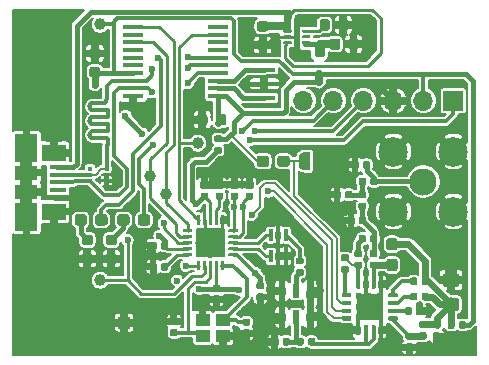
<source format=gtl>
G04 #@! TF.GenerationSoftware,KiCad,Pcbnew,(5.1.0)-1*
G04 #@! TF.CreationDate,2019-06-21T15:08:08-03:00*
G04 #@! TF.ProjectId,EstacionTerrena,45737461-6369-46f6-9e54-657272656e61,rev?*
G04 #@! TF.SameCoordinates,Original*
G04 #@! TF.FileFunction,Copper,L1,Top*
G04 #@! TF.FilePolarity,Positive*
%FSLAX46Y46*%
G04 Gerber Fmt 4.6, Leading zero omitted, Abs format (unit mm)*
G04 Created by KiCad (PCBNEW (5.1.0)-1) date 2019-06-21 15:08:08*
%MOMM*%
%LPD*%
G04 APERTURE LIST*
%ADD10R,1.900000X1.175000*%
%ADD11R,1.900000X2.375000*%
%ADD12R,2.100000X1.475000*%
%ADD13R,1.380000X0.450000*%
%ADD14C,0.100000*%
%ADD15C,0.950000*%
%ADD16C,0.500000*%
%ADD17R,1.750000X0.450000*%
%ADD18C,2.200000*%
%ADD19C,0.350000*%
%ADD20R,0.600000X1.200000*%
%ADD21R,0.600000X1.700000*%
%ADD22R,0.350000X1.000000*%
%ADD23C,2.500000*%
%ADD24C,0.250000*%
%ADD25C,0.590000*%
%ADD26R,1.700000X1.700000*%
%ADD27O,1.700000X1.700000*%
%ADD28C,2.300000*%
%ADD29C,1.150000*%
%ADD30C,0.875000*%
%ADD31C,1.000000*%
%ADD32R,1.150000X1.000000*%
%ADD33R,1.900000X0.400000*%
%ADD34R,0.450000X0.300000*%
%ADD35R,1.000000X1.000000*%
%ADD36C,0.600000*%
%ADD37C,1.200000*%
%ADD38C,0.400000*%
%ADD39C,0.300000*%
%ADD40C,0.700000*%
%ADD41C,0.600000*%
%ADD42C,0.200000*%
%ADD43C,0.250000*%
%ADD44C,0.500000*%
%ADD45C,0.350000*%
%ADD46C,1.000000*%
%ADD47C,0.450000*%
G04 APERTURE END LIST*
D10*
X1529200Y-15844400D03*
X1529200Y-14164400D03*
D11*
X1529200Y-17914400D03*
X1529200Y-12094400D03*
D12*
X3829200Y-17466900D03*
X3829200Y-12541900D03*
D13*
X4189200Y-16304400D03*
X4189200Y-15654400D03*
X4189200Y-15004400D03*
X4189200Y-14354400D03*
X4189200Y-13704400D03*
D14*
G36*
X23601779Y-12739144D02*
G01*
X23624834Y-12742563D01*
X23647443Y-12748227D01*
X23669387Y-12756079D01*
X23690457Y-12766044D01*
X23710448Y-12778026D01*
X23729168Y-12791910D01*
X23746438Y-12807562D01*
X23762090Y-12824832D01*
X23775974Y-12843552D01*
X23787956Y-12863543D01*
X23797921Y-12884613D01*
X23805773Y-12906557D01*
X23811437Y-12929166D01*
X23814856Y-12952221D01*
X23816000Y-12975500D01*
X23816000Y-13450500D01*
X23814856Y-13473779D01*
X23811437Y-13496834D01*
X23805773Y-13519443D01*
X23797921Y-13541387D01*
X23787956Y-13562457D01*
X23775974Y-13582448D01*
X23762090Y-13601168D01*
X23746438Y-13618438D01*
X23729168Y-13634090D01*
X23710448Y-13647974D01*
X23690457Y-13659956D01*
X23669387Y-13669921D01*
X23647443Y-13677773D01*
X23624834Y-13683437D01*
X23601779Y-13686856D01*
X23578500Y-13688000D01*
X23003500Y-13688000D01*
X22980221Y-13686856D01*
X22957166Y-13683437D01*
X22934557Y-13677773D01*
X22912613Y-13669921D01*
X22891543Y-13659956D01*
X22871552Y-13647974D01*
X22852832Y-13634090D01*
X22835562Y-13618438D01*
X22819910Y-13601168D01*
X22806026Y-13582448D01*
X22794044Y-13562457D01*
X22784079Y-13541387D01*
X22776227Y-13519443D01*
X22770563Y-13496834D01*
X22767144Y-13473779D01*
X22766000Y-13450500D01*
X22766000Y-12975500D01*
X22767144Y-12952221D01*
X22770563Y-12929166D01*
X22776227Y-12906557D01*
X22784079Y-12884613D01*
X22794044Y-12863543D01*
X22806026Y-12843552D01*
X22819910Y-12824832D01*
X22835562Y-12807562D01*
X22852832Y-12791910D01*
X22871552Y-12778026D01*
X22891543Y-12766044D01*
X22912613Y-12756079D01*
X22934557Y-12748227D01*
X22957166Y-12742563D01*
X22980221Y-12739144D01*
X23003500Y-12738000D01*
X23578500Y-12738000D01*
X23601779Y-12739144D01*
X23601779Y-12739144D01*
G37*
D15*
X23291000Y-13213000D03*
D14*
G36*
X21851779Y-12739144D02*
G01*
X21874834Y-12742563D01*
X21897443Y-12748227D01*
X21919387Y-12756079D01*
X21940457Y-12766044D01*
X21960448Y-12778026D01*
X21979168Y-12791910D01*
X21996438Y-12807562D01*
X22012090Y-12824832D01*
X22025974Y-12843552D01*
X22037956Y-12863543D01*
X22047921Y-12884613D01*
X22055773Y-12906557D01*
X22061437Y-12929166D01*
X22064856Y-12952221D01*
X22066000Y-12975500D01*
X22066000Y-13450500D01*
X22064856Y-13473779D01*
X22061437Y-13496834D01*
X22055773Y-13519443D01*
X22047921Y-13541387D01*
X22037956Y-13562457D01*
X22025974Y-13582448D01*
X22012090Y-13601168D01*
X21996438Y-13618438D01*
X21979168Y-13634090D01*
X21960448Y-13647974D01*
X21940457Y-13659956D01*
X21919387Y-13669921D01*
X21897443Y-13677773D01*
X21874834Y-13683437D01*
X21851779Y-13686856D01*
X21828500Y-13688000D01*
X21253500Y-13688000D01*
X21230221Y-13686856D01*
X21207166Y-13683437D01*
X21184557Y-13677773D01*
X21162613Y-13669921D01*
X21141543Y-13659956D01*
X21121552Y-13647974D01*
X21102832Y-13634090D01*
X21085562Y-13618438D01*
X21069910Y-13601168D01*
X21056026Y-13582448D01*
X21044044Y-13562457D01*
X21034079Y-13541387D01*
X21026227Y-13519443D01*
X21020563Y-13496834D01*
X21017144Y-13473779D01*
X21016000Y-13450500D01*
X21016000Y-12975500D01*
X21017144Y-12952221D01*
X21020563Y-12929166D01*
X21026227Y-12906557D01*
X21034079Y-12884613D01*
X21044044Y-12863543D01*
X21056026Y-12843552D01*
X21069910Y-12824832D01*
X21085562Y-12807562D01*
X21102832Y-12791910D01*
X21121552Y-12778026D01*
X21141543Y-12766044D01*
X21162613Y-12756079D01*
X21184557Y-12748227D01*
X21207166Y-12742563D01*
X21230221Y-12739144D01*
X21253500Y-12738000D01*
X21828500Y-12738000D01*
X21851779Y-12739144D01*
X21851779Y-12739144D01*
G37*
D15*
X21541000Y-13213000D03*
D16*
X26366000Y-13203000D03*
D14*
G36*
X26366000Y-12453602D02*
G01*
X26390534Y-12453602D01*
X26439365Y-12458412D01*
X26487490Y-12467984D01*
X26534445Y-12482228D01*
X26579778Y-12501005D01*
X26623051Y-12524136D01*
X26663850Y-12551396D01*
X26701779Y-12582524D01*
X26736476Y-12617221D01*
X26767604Y-12655150D01*
X26794864Y-12695949D01*
X26817995Y-12739222D01*
X26836772Y-12784555D01*
X26851016Y-12831510D01*
X26860588Y-12879635D01*
X26865398Y-12928466D01*
X26865398Y-12953000D01*
X26866000Y-12953000D01*
X26866000Y-13453000D01*
X26865398Y-13453000D01*
X26865398Y-13477534D01*
X26860588Y-13526365D01*
X26851016Y-13574490D01*
X26836772Y-13621445D01*
X26817995Y-13666778D01*
X26794864Y-13710051D01*
X26767604Y-13750850D01*
X26736476Y-13788779D01*
X26701779Y-13823476D01*
X26663850Y-13854604D01*
X26623051Y-13881864D01*
X26579778Y-13904995D01*
X26534445Y-13923772D01*
X26487490Y-13938016D01*
X26439365Y-13947588D01*
X26390534Y-13952398D01*
X26366000Y-13952398D01*
X26366000Y-13953000D01*
X25866000Y-13953000D01*
X25866000Y-12453000D01*
X26366000Y-12453000D01*
X26366000Y-12453602D01*
X26366000Y-12453602D01*
G37*
D16*
X25066000Y-13203000D03*
D14*
G36*
X25566000Y-13953000D02*
G01*
X25066000Y-13953000D01*
X25066000Y-13952398D01*
X25041466Y-13952398D01*
X24992635Y-13947588D01*
X24944510Y-13938016D01*
X24897555Y-13923772D01*
X24852222Y-13904995D01*
X24808949Y-13881864D01*
X24768150Y-13854604D01*
X24730221Y-13823476D01*
X24695524Y-13788779D01*
X24664396Y-13750850D01*
X24637136Y-13710051D01*
X24614005Y-13666778D01*
X24595228Y-13621445D01*
X24580984Y-13574490D01*
X24571412Y-13526365D01*
X24566602Y-13477534D01*
X24566602Y-13453000D01*
X24566000Y-13453000D01*
X24566000Y-12953000D01*
X24566602Y-12953000D01*
X24566602Y-12928466D01*
X24571412Y-12879635D01*
X24580984Y-12831510D01*
X24595228Y-12784555D01*
X24614005Y-12739222D01*
X24637136Y-12695949D01*
X24664396Y-12655150D01*
X24695524Y-12617221D01*
X24730221Y-12582524D01*
X24768150Y-12551396D01*
X24808949Y-12524136D01*
X24852222Y-12501005D01*
X24897555Y-12482228D01*
X24944510Y-12467984D01*
X24992635Y-12458412D01*
X25041466Y-12453602D01*
X25066000Y-12453602D01*
X25066000Y-12453000D01*
X25566000Y-12453000D01*
X25566000Y-13953000D01*
X25566000Y-13953000D01*
G37*
D17*
X17759200Y-7693200D03*
X17759200Y-7043200D03*
X17759200Y-6393200D03*
X17759200Y-5743200D03*
X17759200Y-5093200D03*
X17759200Y-4443200D03*
X17759200Y-3793200D03*
X17759200Y-3143200D03*
X17759200Y-2493200D03*
X17759200Y-1843200D03*
X10559200Y-1843200D03*
X10559200Y-2493200D03*
X10559200Y-3143200D03*
X10559200Y-3793200D03*
X10559200Y-4443200D03*
X10559200Y-5093200D03*
X10559200Y-5743200D03*
X10559200Y-6393200D03*
X10559200Y-7043200D03*
X10559200Y-7693200D03*
D14*
G36*
X31508454Y-24446385D02*
G01*
X31528315Y-24449331D01*
X31547792Y-24454210D01*
X31566697Y-24460974D01*
X31584848Y-24469559D01*
X31602070Y-24479881D01*
X31618197Y-24491842D01*
X31633074Y-24505326D01*
X31646558Y-24520203D01*
X31658519Y-24536330D01*
X31668841Y-24553552D01*
X31677426Y-24571703D01*
X31684190Y-24590608D01*
X31689069Y-24610085D01*
X31692015Y-24629946D01*
X31693000Y-24650000D01*
X31693000Y-26440800D01*
X31692015Y-26460854D01*
X31689069Y-26480715D01*
X31684190Y-26500192D01*
X31677426Y-26519097D01*
X31668841Y-26537248D01*
X31658519Y-26554470D01*
X31646558Y-26570597D01*
X31633074Y-26585474D01*
X31618197Y-26598958D01*
X31602070Y-26610919D01*
X31584848Y-26621241D01*
X31566697Y-26629826D01*
X31547792Y-26636590D01*
X31528315Y-26641469D01*
X31508454Y-26644415D01*
X31488400Y-26645400D01*
X29697600Y-26645400D01*
X29677546Y-26644415D01*
X29657685Y-26641469D01*
X29638208Y-26636590D01*
X29619303Y-26629826D01*
X29601152Y-26621241D01*
X29583930Y-26610919D01*
X29567803Y-26598958D01*
X29552926Y-26585474D01*
X29539442Y-26570597D01*
X29527481Y-26554470D01*
X29517159Y-26537248D01*
X29508574Y-26519097D01*
X29501810Y-26500192D01*
X29496931Y-26480715D01*
X29493985Y-26460854D01*
X29493000Y-26440800D01*
X29493000Y-24650000D01*
X29493985Y-24629946D01*
X29496931Y-24610085D01*
X29501810Y-24590608D01*
X29508574Y-24571703D01*
X29517159Y-24553552D01*
X29527481Y-24536330D01*
X29539442Y-24520203D01*
X29552926Y-24505326D01*
X29567803Y-24491842D01*
X29583930Y-24479881D01*
X29601152Y-24469559D01*
X29619303Y-24460974D01*
X29638208Y-24454210D01*
X29657685Y-24449331D01*
X29677546Y-24446385D01*
X29697600Y-24445400D01*
X31488400Y-24445400D01*
X31508454Y-24446385D01*
X31508454Y-24446385D01*
G37*
D18*
X30593000Y-25545400D03*
D14*
G36*
X31664076Y-23170821D02*
G01*
X31672570Y-23172081D01*
X31680900Y-23174168D01*
X31688985Y-23177061D01*
X31696747Y-23180732D01*
X31704112Y-23185146D01*
X31711009Y-23190262D01*
X31717372Y-23196028D01*
X31723138Y-23202391D01*
X31728254Y-23209288D01*
X31732668Y-23216653D01*
X31736339Y-23224415D01*
X31739232Y-23232500D01*
X31741319Y-23240830D01*
X31742579Y-23249324D01*
X31743000Y-23257900D01*
X31743000Y-23907900D01*
X31742579Y-23916476D01*
X31741319Y-23924970D01*
X31739232Y-23933300D01*
X31736339Y-23941385D01*
X31732668Y-23949147D01*
X31728254Y-23956512D01*
X31723138Y-23963409D01*
X31717372Y-23969772D01*
X31711009Y-23975538D01*
X31704112Y-23980654D01*
X31696747Y-23985068D01*
X31688985Y-23988739D01*
X31680900Y-23991632D01*
X31672570Y-23993719D01*
X31664076Y-23994979D01*
X31655500Y-23995400D01*
X31480500Y-23995400D01*
X31471924Y-23994979D01*
X31463430Y-23993719D01*
X31455100Y-23991632D01*
X31447015Y-23988739D01*
X31439253Y-23985068D01*
X31431888Y-23980654D01*
X31424991Y-23975538D01*
X31418628Y-23969772D01*
X31412862Y-23963409D01*
X31407746Y-23956512D01*
X31403332Y-23949147D01*
X31399661Y-23941385D01*
X31396768Y-23933300D01*
X31394681Y-23924970D01*
X31393421Y-23916476D01*
X31393000Y-23907900D01*
X31393000Y-23257900D01*
X31393421Y-23249324D01*
X31394681Y-23240830D01*
X31396768Y-23232500D01*
X31399661Y-23224415D01*
X31403332Y-23216653D01*
X31407746Y-23209288D01*
X31412862Y-23202391D01*
X31418628Y-23196028D01*
X31424991Y-23190262D01*
X31431888Y-23185146D01*
X31439253Y-23180732D01*
X31447015Y-23177061D01*
X31455100Y-23174168D01*
X31463430Y-23172081D01*
X31471924Y-23170821D01*
X31480500Y-23170400D01*
X31655500Y-23170400D01*
X31664076Y-23170821D01*
X31664076Y-23170821D01*
G37*
D19*
X31568000Y-23582900D03*
D14*
G36*
X31014076Y-23170821D02*
G01*
X31022570Y-23172081D01*
X31030900Y-23174168D01*
X31038985Y-23177061D01*
X31046747Y-23180732D01*
X31054112Y-23185146D01*
X31061009Y-23190262D01*
X31067372Y-23196028D01*
X31073138Y-23202391D01*
X31078254Y-23209288D01*
X31082668Y-23216653D01*
X31086339Y-23224415D01*
X31089232Y-23232500D01*
X31091319Y-23240830D01*
X31092579Y-23249324D01*
X31093000Y-23257900D01*
X31093000Y-23907900D01*
X31092579Y-23916476D01*
X31091319Y-23924970D01*
X31089232Y-23933300D01*
X31086339Y-23941385D01*
X31082668Y-23949147D01*
X31078254Y-23956512D01*
X31073138Y-23963409D01*
X31067372Y-23969772D01*
X31061009Y-23975538D01*
X31054112Y-23980654D01*
X31046747Y-23985068D01*
X31038985Y-23988739D01*
X31030900Y-23991632D01*
X31022570Y-23993719D01*
X31014076Y-23994979D01*
X31005500Y-23995400D01*
X30830500Y-23995400D01*
X30821924Y-23994979D01*
X30813430Y-23993719D01*
X30805100Y-23991632D01*
X30797015Y-23988739D01*
X30789253Y-23985068D01*
X30781888Y-23980654D01*
X30774991Y-23975538D01*
X30768628Y-23969772D01*
X30762862Y-23963409D01*
X30757746Y-23956512D01*
X30753332Y-23949147D01*
X30749661Y-23941385D01*
X30746768Y-23933300D01*
X30744681Y-23924970D01*
X30743421Y-23916476D01*
X30743000Y-23907900D01*
X30743000Y-23257900D01*
X30743421Y-23249324D01*
X30744681Y-23240830D01*
X30746768Y-23232500D01*
X30749661Y-23224415D01*
X30753332Y-23216653D01*
X30757746Y-23209288D01*
X30762862Y-23202391D01*
X30768628Y-23196028D01*
X30774991Y-23190262D01*
X30781888Y-23185146D01*
X30789253Y-23180732D01*
X30797015Y-23177061D01*
X30805100Y-23174168D01*
X30813430Y-23172081D01*
X30821924Y-23170821D01*
X30830500Y-23170400D01*
X31005500Y-23170400D01*
X31014076Y-23170821D01*
X31014076Y-23170821D01*
G37*
D19*
X30918000Y-23582900D03*
D14*
G36*
X30364076Y-23170821D02*
G01*
X30372570Y-23172081D01*
X30380900Y-23174168D01*
X30388985Y-23177061D01*
X30396747Y-23180732D01*
X30404112Y-23185146D01*
X30411009Y-23190262D01*
X30417372Y-23196028D01*
X30423138Y-23202391D01*
X30428254Y-23209288D01*
X30432668Y-23216653D01*
X30436339Y-23224415D01*
X30439232Y-23232500D01*
X30441319Y-23240830D01*
X30442579Y-23249324D01*
X30443000Y-23257900D01*
X30443000Y-23907900D01*
X30442579Y-23916476D01*
X30441319Y-23924970D01*
X30439232Y-23933300D01*
X30436339Y-23941385D01*
X30432668Y-23949147D01*
X30428254Y-23956512D01*
X30423138Y-23963409D01*
X30417372Y-23969772D01*
X30411009Y-23975538D01*
X30404112Y-23980654D01*
X30396747Y-23985068D01*
X30388985Y-23988739D01*
X30380900Y-23991632D01*
X30372570Y-23993719D01*
X30364076Y-23994979D01*
X30355500Y-23995400D01*
X30180500Y-23995400D01*
X30171924Y-23994979D01*
X30163430Y-23993719D01*
X30155100Y-23991632D01*
X30147015Y-23988739D01*
X30139253Y-23985068D01*
X30131888Y-23980654D01*
X30124991Y-23975538D01*
X30118628Y-23969772D01*
X30112862Y-23963409D01*
X30107746Y-23956512D01*
X30103332Y-23949147D01*
X30099661Y-23941385D01*
X30096768Y-23933300D01*
X30094681Y-23924970D01*
X30093421Y-23916476D01*
X30093000Y-23907900D01*
X30093000Y-23257900D01*
X30093421Y-23249324D01*
X30094681Y-23240830D01*
X30096768Y-23232500D01*
X30099661Y-23224415D01*
X30103332Y-23216653D01*
X30107746Y-23209288D01*
X30112862Y-23202391D01*
X30118628Y-23196028D01*
X30124991Y-23190262D01*
X30131888Y-23185146D01*
X30139253Y-23180732D01*
X30147015Y-23177061D01*
X30155100Y-23174168D01*
X30163430Y-23172081D01*
X30171924Y-23170821D01*
X30180500Y-23170400D01*
X30355500Y-23170400D01*
X30364076Y-23170821D01*
X30364076Y-23170821D01*
G37*
D19*
X30268000Y-23582900D03*
D14*
G36*
X29714076Y-23170821D02*
G01*
X29722570Y-23172081D01*
X29730900Y-23174168D01*
X29738985Y-23177061D01*
X29746747Y-23180732D01*
X29754112Y-23185146D01*
X29761009Y-23190262D01*
X29767372Y-23196028D01*
X29773138Y-23202391D01*
X29778254Y-23209288D01*
X29782668Y-23216653D01*
X29786339Y-23224415D01*
X29789232Y-23232500D01*
X29791319Y-23240830D01*
X29792579Y-23249324D01*
X29793000Y-23257900D01*
X29793000Y-23907900D01*
X29792579Y-23916476D01*
X29791319Y-23924970D01*
X29789232Y-23933300D01*
X29786339Y-23941385D01*
X29782668Y-23949147D01*
X29778254Y-23956512D01*
X29773138Y-23963409D01*
X29767372Y-23969772D01*
X29761009Y-23975538D01*
X29754112Y-23980654D01*
X29746747Y-23985068D01*
X29738985Y-23988739D01*
X29730900Y-23991632D01*
X29722570Y-23993719D01*
X29714076Y-23994979D01*
X29705500Y-23995400D01*
X29530500Y-23995400D01*
X29521924Y-23994979D01*
X29513430Y-23993719D01*
X29505100Y-23991632D01*
X29497015Y-23988739D01*
X29489253Y-23985068D01*
X29481888Y-23980654D01*
X29474991Y-23975538D01*
X29468628Y-23969772D01*
X29462862Y-23963409D01*
X29457746Y-23956512D01*
X29453332Y-23949147D01*
X29449661Y-23941385D01*
X29446768Y-23933300D01*
X29444681Y-23924970D01*
X29443421Y-23916476D01*
X29443000Y-23907900D01*
X29443000Y-23257900D01*
X29443421Y-23249324D01*
X29444681Y-23240830D01*
X29446768Y-23232500D01*
X29449661Y-23224415D01*
X29453332Y-23216653D01*
X29457746Y-23209288D01*
X29462862Y-23202391D01*
X29468628Y-23196028D01*
X29474991Y-23190262D01*
X29481888Y-23185146D01*
X29489253Y-23180732D01*
X29497015Y-23177061D01*
X29505100Y-23174168D01*
X29513430Y-23172081D01*
X29521924Y-23170821D01*
X29530500Y-23170400D01*
X29705500Y-23170400D01*
X29714076Y-23170821D01*
X29714076Y-23170821D01*
G37*
D19*
X29618000Y-23582900D03*
D14*
G36*
X28964076Y-24395821D02*
G01*
X28972570Y-24397081D01*
X28980900Y-24399168D01*
X28988985Y-24402061D01*
X28996747Y-24405732D01*
X29004112Y-24410146D01*
X29011009Y-24415262D01*
X29017372Y-24421028D01*
X29023138Y-24427391D01*
X29028254Y-24434288D01*
X29032668Y-24441653D01*
X29036339Y-24449415D01*
X29039232Y-24457500D01*
X29041319Y-24465830D01*
X29042579Y-24474324D01*
X29043000Y-24482900D01*
X29043000Y-24657900D01*
X29042579Y-24666476D01*
X29041319Y-24674970D01*
X29039232Y-24683300D01*
X29036339Y-24691385D01*
X29032668Y-24699147D01*
X29028254Y-24706512D01*
X29023138Y-24713409D01*
X29017372Y-24719772D01*
X29011009Y-24725538D01*
X29004112Y-24730654D01*
X28996747Y-24735068D01*
X28988985Y-24738739D01*
X28980900Y-24741632D01*
X28972570Y-24743719D01*
X28964076Y-24744979D01*
X28955500Y-24745400D01*
X28305500Y-24745400D01*
X28296924Y-24744979D01*
X28288430Y-24743719D01*
X28280100Y-24741632D01*
X28272015Y-24738739D01*
X28264253Y-24735068D01*
X28256888Y-24730654D01*
X28249991Y-24725538D01*
X28243628Y-24719772D01*
X28237862Y-24713409D01*
X28232746Y-24706512D01*
X28228332Y-24699147D01*
X28224661Y-24691385D01*
X28221768Y-24683300D01*
X28219681Y-24674970D01*
X28218421Y-24666476D01*
X28218000Y-24657900D01*
X28218000Y-24482900D01*
X28218421Y-24474324D01*
X28219681Y-24465830D01*
X28221768Y-24457500D01*
X28224661Y-24449415D01*
X28228332Y-24441653D01*
X28232746Y-24434288D01*
X28237862Y-24427391D01*
X28243628Y-24421028D01*
X28249991Y-24415262D01*
X28256888Y-24410146D01*
X28264253Y-24405732D01*
X28272015Y-24402061D01*
X28280100Y-24399168D01*
X28288430Y-24397081D01*
X28296924Y-24395821D01*
X28305500Y-24395400D01*
X28955500Y-24395400D01*
X28964076Y-24395821D01*
X28964076Y-24395821D01*
G37*
D19*
X28630500Y-24570400D03*
D14*
G36*
X28964076Y-25045821D02*
G01*
X28972570Y-25047081D01*
X28980900Y-25049168D01*
X28988985Y-25052061D01*
X28996747Y-25055732D01*
X29004112Y-25060146D01*
X29011009Y-25065262D01*
X29017372Y-25071028D01*
X29023138Y-25077391D01*
X29028254Y-25084288D01*
X29032668Y-25091653D01*
X29036339Y-25099415D01*
X29039232Y-25107500D01*
X29041319Y-25115830D01*
X29042579Y-25124324D01*
X29043000Y-25132900D01*
X29043000Y-25307900D01*
X29042579Y-25316476D01*
X29041319Y-25324970D01*
X29039232Y-25333300D01*
X29036339Y-25341385D01*
X29032668Y-25349147D01*
X29028254Y-25356512D01*
X29023138Y-25363409D01*
X29017372Y-25369772D01*
X29011009Y-25375538D01*
X29004112Y-25380654D01*
X28996747Y-25385068D01*
X28988985Y-25388739D01*
X28980900Y-25391632D01*
X28972570Y-25393719D01*
X28964076Y-25394979D01*
X28955500Y-25395400D01*
X28305500Y-25395400D01*
X28296924Y-25394979D01*
X28288430Y-25393719D01*
X28280100Y-25391632D01*
X28272015Y-25388739D01*
X28264253Y-25385068D01*
X28256888Y-25380654D01*
X28249991Y-25375538D01*
X28243628Y-25369772D01*
X28237862Y-25363409D01*
X28232746Y-25356512D01*
X28228332Y-25349147D01*
X28224661Y-25341385D01*
X28221768Y-25333300D01*
X28219681Y-25324970D01*
X28218421Y-25316476D01*
X28218000Y-25307900D01*
X28218000Y-25132900D01*
X28218421Y-25124324D01*
X28219681Y-25115830D01*
X28221768Y-25107500D01*
X28224661Y-25099415D01*
X28228332Y-25091653D01*
X28232746Y-25084288D01*
X28237862Y-25077391D01*
X28243628Y-25071028D01*
X28249991Y-25065262D01*
X28256888Y-25060146D01*
X28264253Y-25055732D01*
X28272015Y-25052061D01*
X28280100Y-25049168D01*
X28288430Y-25047081D01*
X28296924Y-25045821D01*
X28305500Y-25045400D01*
X28955500Y-25045400D01*
X28964076Y-25045821D01*
X28964076Y-25045821D01*
G37*
D19*
X28630500Y-25220400D03*
D14*
G36*
X28964076Y-25695821D02*
G01*
X28972570Y-25697081D01*
X28980900Y-25699168D01*
X28988985Y-25702061D01*
X28996747Y-25705732D01*
X29004112Y-25710146D01*
X29011009Y-25715262D01*
X29017372Y-25721028D01*
X29023138Y-25727391D01*
X29028254Y-25734288D01*
X29032668Y-25741653D01*
X29036339Y-25749415D01*
X29039232Y-25757500D01*
X29041319Y-25765830D01*
X29042579Y-25774324D01*
X29043000Y-25782900D01*
X29043000Y-25957900D01*
X29042579Y-25966476D01*
X29041319Y-25974970D01*
X29039232Y-25983300D01*
X29036339Y-25991385D01*
X29032668Y-25999147D01*
X29028254Y-26006512D01*
X29023138Y-26013409D01*
X29017372Y-26019772D01*
X29011009Y-26025538D01*
X29004112Y-26030654D01*
X28996747Y-26035068D01*
X28988985Y-26038739D01*
X28980900Y-26041632D01*
X28972570Y-26043719D01*
X28964076Y-26044979D01*
X28955500Y-26045400D01*
X28305500Y-26045400D01*
X28296924Y-26044979D01*
X28288430Y-26043719D01*
X28280100Y-26041632D01*
X28272015Y-26038739D01*
X28264253Y-26035068D01*
X28256888Y-26030654D01*
X28249991Y-26025538D01*
X28243628Y-26019772D01*
X28237862Y-26013409D01*
X28232746Y-26006512D01*
X28228332Y-25999147D01*
X28224661Y-25991385D01*
X28221768Y-25983300D01*
X28219681Y-25974970D01*
X28218421Y-25966476D01*
X28218000Y-25957900D01*
X28218000Y-25782900D01*
X28218421Y-25774324D01*
X28219681Y-25765830D01*
X28221768Y-25757500D01*
X28224661Y-25749415D01*
X28228332Y-25741653D01*
X28232746Y-25734288D01*
X28237862Y-25727391D01*
X28243628Y-25721028D01*
X28249991Y-25715262D01*
X28256888Y-25710146D01*
X28264253Y-25705732D01*
X28272015Y-25702061D01*
X28280100Y-25699168D01*
X28288430Y-25697081D01*
X28296924Y-25695821D01*
X28305500Y-25695400D01*
X28955500Y-25695400D01*
X28964076Y-25695821D01*
X28964076Y-25695821D01*
G37*
D19*
X28630500Y-25870400D03*
D14*
G36*
X28964076Y-26345821D02*
G01*
X28972570Y-26347081D01*
X28980900Y-26349168D01*
X28988985Y-26352061D01*
X28996747Y-26355732D01*
X29004112Y-26360146D01*
X29011009Y-26365262D01*
X29017372Y-26371028D01*
X29023138Y-26377391D01*
X29028254Y-26384288D01*
X29032668Y-26391653D01*
X29036339Y-26399415D01*
X29039232Y-26407500D01*
X29041319Y-26415830D01*
X29042579Y-26424324D01*
X29043000Y-26432900D01*
X29043000Y-26607900D01*
X29042579Y-26616476D01*
X29041319Y-26624970D01*
X29039232Y-26633300D01*
X29036339Y-26641385D01*
X29032668Y-26649147D01*
X29028254Y-26656512D01*
X29023138Y-26663409D01*
X29017372Y-26669772D01*
X29011009Y-26675538D01*
X29004112Y-26680654D01*
X28996747Y-26685068D01*
X28988985Y-26688739D01*
X28980900Y-26691632D01*
X28972570Y-26693719D01*
X28964076Y-26694979D01*
X28955500Y-26695400D01*
X28305500Y-26695400D01*
X28296924Y-26694979D01*
X28288430Y-26693719D01*
X28280100Y-26691632D01*
X28272015Y-26688739D01*
X28264253Y-26685068D01*
X28256888Y-26680654D01*
X28249991Y-26675538D01*
X28243628Y-26669772D01*
X28237862Y-26663409D01*
X28232746Y-26656512D01*
X28228332Y-26649147D01*
X28224661Y-26641385D01*
X28221768Y-26633300D01*
X28219681Y-26624970D01*
X28218421Y-26616476D01*
X28218000Y-26607900D01*
X28218000Y-26432900D01*
X28218421Y-26424324D01*
X28219681Y-26415830D01*
X28221768Y-26407500D01*
X28224661Y-26399415D01*
X28228332Y-26391653D01*
X28232746Y-26384288D01*
X28237862Y-26377391D01*
X28243628Y-26371028D01*
X28249991Y-26365262D01*
X28256888Y-26360146D01*
X28264253Y-26355732D01*
X28272015Y-26352061D01*
X28280100Y-26349168D01*
X28288430Y-26347081D01*
X28296924Y-26345821D01*
X28305500Y-26345400D01*
X28955500Y-26345400D01*
X28964076Y-26345821D01*
X28964076Y-26345821D01*
G37*
D19*
X28630500Y-26520400D03*
D14*
G36*
X29714076Y-27095821D02*
G01*
X29722570Y-27097081D01*
X29730900Y-27099168D01*
X29738985Y-27102061D01*
X29746747Y-27105732D01*
X29754112Y-27110146D01*
X29761009Y-27115262D01*
X29767372Y-27121028D01*
X29773138Y-27127391D01*
X29778254Y-27134288D01*
X29782668Y-27141653D01*
X29786339Y-27149415D01*
X29789232Y-27157500D01*
X29791319Y-27165830D01*
X29792579Y-27174324D01*
X29793000Y-27182900D01*
X29793000Y-27832900D01*
X29792579Y-27841476D01*
X29791319Y-27849970D01*
X29789232Y-27858300D01*
X29786339Y-27866385D01*
X29782668Y-27874147D01*
X29778254Y-27881512D01*
X29773138Y-27888409D01*
X29767372Y-27894772D01*
X29761009Y-27900538D01*
X29754112Y-27905654D01*
X29746747Y-27910068D01*
X29738985Y-27913739D01*
X29730900Y-27916632D01*
X29722570Y-27918719D01*
X29714076Y-27919979D01*
X29705500Y-27920400D01*
X29530500Y-27920400D01*
X29521924Y-27919979D01*
X29513430Y-27918719D01*
X29505100Y-27916632D01*
X29497015Y-27913739D01*
X29489253Y-27910068D01*
X29481888Y-27905654D01*
X29474991Y-27900538D01*
X29468628Y-27894772D01*
X29462862Y-27888409D01*
X29457746Y-27881512D01*
X29453332Y-27874147D01*
X29449661Y-27866385D01*
X29446768Y-27858300D01*
X29444681Y-27849970D01*
X29443421Y-27841476D01*
X29443000Y-27832900D01*
X29443000Y-27182900D01*
X29443421Y-27174324D01*
X29444681Y-27165830D01*
X29446768Y-27157500D01*
X29449661Y-27149415D01*
X29453332Y-27141653D01*
X29457746Y-27134288D01*
X29462862Y-27127391D01*
X29468628Y-27121028D01*
X29474991Y-27115262D01*
X29481888Y-27110146D01*
X29489253Y-27105732D01*
X29497015Y-27102061D01*
X29505100Y-27099168D01*
X29513430Y-27097081D01*
X29521924Y-27095821D01*
X29530500Y-27095400D01*
X29705500Y-27095400D01*
X29714076Y-27095821D01*
X29714076Y-27095821D01*
G37*
D19*
X29618000Y-27507900D03*
D14*
G36*
X30364076Y-27095821D02*
G01*
X30372570Y-27097081D01*
X30380900Y-27099168D01*
X30388985Y-27102061D01*
X30396747Y-27105732D01*
X30404112Y-27110146D01*
X30411009Y-27115262D01*
X30417372Y-27121028D01*
X30423138Y-27127391D01*
X30428254Y-27134288D01*
X30432668Y-27141653D01*
X30436339Y-27149415D01*
X30439232Y-27157500D01*
X30441319Y-27165830D01*
X30442579Y-27174324D01*
X30443000Y-27182900D01*
X30443000Y-27832900D01*
X30442579Y-27841476D01*
X30441319Y-27849970D01*
X30439232Y-27858300D01*
X30436339Y-27866385D01*
X30432668Y-27874147D01*
X30428254Y-27881512D01*
X30423138Y-27888409D01*
X30417372Y-27894772D01*
X30411009Y-27900538D01*
X30404112Y-27905654D01*
X30396747Y-27910068D01*
X30388985Y-27913739D01*
X30380900Y-27916632D01*
X30372570Y-27918719D01*
X30364076Y-27919979D01*
X30355500Y-27920400D01*
X30180500Y-27920400D01*
X30171924Y-27919979D01*
X30163430Y-27918719D01*
X30155100Y-27916632D01*
X30147015Y-27913739D01*
X30139253Y-27910068D01*
X30131888Y-27905654D01*
X30124991Y-27900538D01*
X30118628Y-27894772D01*
X30112862Y-27888409D01*
X30107746Y-27881512D01*
X30103332Y-27874147D01*
X30099661Y-27866385D01*
X30096768Y-27858300D01*
X30094681Y-27849970D01*
X30093421Y-27841476D01*
X30093000Y-27832900D01*
X30093000Y-27182900D01*
X30093421Y-27174324D01*
X30094681Y-27165830D01*
X30096768Y-27157500D01*
X30099661Y-27149415D01*
X30103332Y-27141653D01*
X30107746Y-27134288D01*
X30112862Y-27127391D01*
X30118628Y-27121028D01*
X30124991Y-27115262D01*
X30131888Y-27110146D01*
X30139253Y-27105732D01*
X30147015Y-27102061D01*
X30155100Y-27099168D01*
X30163430Y-27097081D01*
X30171924Y-27095821D01*
X30180500Y-27095400D01*
X30355500Y-27095400D01*
X30364076Y-27095821D01*
X30364076Y-27095821D01*
G37*
D19*
X30268000Y-27507900D03*
D14*
G36*
X31014076Y-27095821D02*
G01*
X31022570Y-27097081D01*
X31030900Y-27099168D01*
X31038985Y-27102061D01*
X31046747Y-27105732D01*
X31054112Y-27110146D01*
X31061009Y-27115262D01*
X31067372Y-27121028D01*
X31073138Y-27127391D01*
X31078254Y-27134288D01*
X31082668Y-27141653D01*
X31086339Y-27149415D01*
X31089232Y-27157500D01*
X31091319Y-27165830D01*
X31092579Y-27174324D01*
X31093000Y-27182900D01*
X31093000Y-27832900D01*
X31092579Y-27841476D01*
X31091319Y-27849970D01*
X31089232Y-27858300D01*
X31086339Y-27866385D01*
X31082668Y-27874147D01*
X31078254Y-27881512D01*
X31073138Y-27888409D01*
X31067372Y-27894772D01*
X31061009Y-27900538D01*
X31054112Y-27905654D01*
X31046747Y-27910068D01*
X31038985Y-27913739D01*
X31030900Y-27916632D01*
X31022570Y-27918719D01*
X31014076Y-27919979D01*
X31005500Y-27920400D01*
X30830500Y-27920400D01*
X30821924Y-27919979D01*
X30813430Y-27918719D01*
X30805100Y-27916632D01*
X30797015Y-27913739D01*
X30789253Y-27910068D01*
X30781888Y-27905654D01*
X30774991Y-27900538D01*
X30768628Y-27894772D01*
X30762862Y-27888409D01*
X30757746Y-27881512D01*
X30753332Y-27874147D01*
X30749661Y-27866385D01*
X30746768Y-27858300D01*
X30744681Y-27849970D01*
X30743421Y-27841476D01*
X30743000Y-27832900D01*
X30743000Y-27182900D01*
X30743421Y-27174324D01*
X30744681Y-27165830D01*
X30746768Y-27157500D01*
X30749661Y-27149415D01*
X30753332Y-27141653D01*
X30757746Y-27134288D01*
X30762862Y-27127391D01*
X30768628Y-27121028D01*
X30774991Y-27115262D01*
X30781888Y-27110146D01*
X30789253Y-27105732D01*
X30797015Y-27102061D01*
X30805100Y-27099168D01*
X30813430Y-27097081D01*
X30821924Y-27095821D01*
X30830500Y-27095400D01*
X31005500Y-27095400D01*
X31014076Y-27095821D01*
X31014076Y-27095821D01*
G37*
D19*
X30918000Y-27507900D03*
D14*
G36*
X31664076Y-27095821D02*
G01*
X31672570Y-27097081D01*
X31680900Y-27099168D01*
X31688985Y-27102061D01*
X31696747Y-27105732D01*
X31704112Y-27110146D01*
X31711009Y-27115262D01*
X31717372Y-27121028D01*
X31723138Y-27127391D01*
X31728254Y-27134288D01*
X31732668Y-27141653D01*
X31736339Y-27149415D01*
X31739232Y-27157500D01*
X31741319Y-27165830D01*
X31742579Y-27174324D01*
X31743000Y-27182900D01*
X31743000Y-27832900D01*
X31742579Y-27841476D01*
X31741319Y-27849970D01*
X31739232Y-27858300D01*
X31736339Y-27866385D01*
X31732668Y-27874147D01*
X31728254Y-27881512D01*
X31723138Y-27888409D01*
X31717372Y-27894772D01*
X31711009Y-27900538D01*
X31704112Y-27905654D01*
X31696747Y-27910068D01*
X31688985Y-27913739D01*
X31680900Y-27916632D01*
X31672570Y-27918719D01*
X31664076Y-27919979D01*
X31655500Y-27920400D01*
X31480500Y-27920400D01*
X31471924Y-27919979D01*
X31463430Y-27918719D01*
X31455100Y-27916632D01*
X31447015Y-27913739D01*
X31439253Y-27910068D01*
X31431888Y-27905654D01*
X31424991Y-27900538D01*
X31418628Y-27894772D01*
X31412862Y-27888409D01*
X31407746Y-27881512D01*
X31403332Y-27874147D01*
X31399661Y-27866385D01*
X31396768Y-27858300D01*
X31394681Y-27849970D01*
X31393421Y-27841476D01*
X31393000Y-27832900D01*
X31393000Y-27182900D01*
X31393421Y-27174324D01*
X31394681Y-27165830D01*
X31396768Y-27157500D01*
X31399661Y-27149415D01*
X31403332Y-27141653D01*
X31407746Y-27134288D01*
X31412862Y-27127391D01*
X31418628Y-27121028D01*
X31424991Y-27115262D01*
X31431888Y-27110146D01*
X31439253Y-27105732D01*
X31447015Y-27102061D01*
X31455100Y-27099168D01*
X31463430Y-27097081D01*
X31471924Y-27095821D01*
X31480500Y-27095400D01*
X31655500Y-27095400D01*
X31664076Y-27095821D01*
X31664076Y-27095821D01*
G37*
D19*
X31568000Y-27507900D03*
D14*
G36*
X32889076Y-26345821D02*
G01*
X32897570Y-26347081D01*
X32905900Y-26349168D01*
X32913985Y-26352061D01*
X32921747Y-26355732D01*
X32929112Y-26360146D01*
X32936009Y-26365262D01*
X32942372Y-26371028D01*
X32948138Y-26377391D01*
X32953254Y-26384288D01*
X32957668Y-26391653D01*
X32961339Y-26399415D01*
X32964232Y-26407500D01*
X32966319Y-26415830D01*
X32967579Y-26424324D01*
X32968000Y-26432900D01*
X32968000Y-26607900D01*
X32967579Y-26616476D01*
X32966319Y-26624970D01*
X32964232Y-26633300D01*
X32961339Y-26641385D01*
X32957668Y-26649147D01*
X32953254Y-26656512D01*
X32948138Y-26663409D01*
X32942372Y-26669772D01*
X32936009Y-26675538D01*
X32929112Y-26680654D01*
X32921747Y-26685068D01*
X32913985Y-26688739D01*
X32905900Y-26691632D01*
X32897570Y-26693719D01*
X32889076Y-26694979D01*
X32880500Y-26695400D01*
X32230500Y-26695400D01*
X32221924Y-26694979D01*
X32213430Y-26693719D01*
X32205100Y-26691632D01*
X32197015Y-26688739D01*
X32189253Y-26685068D01*
X32181888Y-26680654D01*
X32174991Y-26675538D01*
X32168628Y-26669772D01*
X32162862Y-26663409D01*
X32157746Y-26656512D01*
X32153332Y-26649147D01*
X32149661Y-26641385D01*
X32146768Y-26633300D01*
X32144681Y-26624970D01*
X32143421Y-26616476D01*
X32143000Y-26607900D01*
X32143000Y-26432900D01*
X32143421Y-26424324D01*
X32144681Y-26415830D01*
X32146768Y-26407500D01*
X32149661Y-26399415D01*
X32153332Y-26391653D01*
X32157746Y-26384288D01*
X32162862Y-26377391D01*
X32168628Y-26371028D01*
X32174991Y-26365262D01*
X32181888Y-26360146D01*
X32189253Y-26355732D01*
X32197015Y-26352061D01*
X32205100Y-26349168D01*
X32213430Y-26347081D01*
X32221924Y-26345821D01*
X32230500Y-26345400D01*
X32880500Y-26345400D01*
X32889076Y-26345821D01*
X32889076Y-26345821D01*
G37*
D19*
X32555500Y-26520400D03*
D14*
G36*
X32889076Y-25695821D02*
G01*
X32897570Y-25697081D01*
X32905900Y-25699168D01*
X32913985Y-25702061D01*
X32921747Y-25705732D01*
X32929112Y-25710146D01*
X32936009Y-25715262D01*
X32942372Y-25721028D01*
X32948138Y-25727391D01*
X32953254Y-25734288D01*
X32957668Y-25741653D01*
X32961339Y-25749415D01*
X32964232Y-25757500D01*
X32966319Y-25765830D01*
X32967579Y-25774324D01*
X32968000Y-25782900D01*
X32968000Y-25957900D01*
X32967579Y-25966476D01*
X32966319Y-25974970D01*
X32964232Y-25983300D01*
X32961339Y-25991385D01*
X32957668Y-25999147D01*
X32953254Y-26006512D01*
X32948138Y-26013409D01*
X32942372Y-26019772D01*
X32936009Y-26025538D01*
X32929112Y-26030654D01*
X32921747Y-26035068D01*
X32913985Y-26038739D01*
X32905900Y-26041632D01*
X32897570Y-26043719D01*
X32889076Y-26044979D01*
X32880500Y-26045400D01*
X32230500Y-26045400D01*
X32221924Y-26044979D01*
X32213430Y-26043719D01*
X32205100Y-26041632D01*
X32197015Y-26038739D01*
X32189253Y-26035068D01*
X32181888Y-26030654D01*
X32174991Y-26025538D01*
X32168628Y-26019772D01*
X32162862Y-26013409D01*
X32157746Y-26006512D01*
X32153332Y-25999147D01*
X32149661Y-25991385D01*
X32146768Y-25983300D01*
X32144681Y-25974970D01*
X32143421Y-25966476D01*
X32143000Y-25957900D01*
X32143000Y-25782900D01*
X32143421Y-25774324D01*
X32144681Y-25765830D01*
X32146768Y-25757500D01*
X32149661Y-25749415D01*
X32153332Y-25741653D01*
X32157746Y-25734288D01*
X32162862Y-25727391D01*
X32168628Y-25721028D01*
X32174991Y-25715262D01*
X32181888Y-25710146D01*
X32189253Y-25705732D01*
X32197015Y-25702061D01*
X32205100Y-25699168D01*
X32213430Y-25697081D01*
X32221924Y-25695821D01*
X32230500Y-25695400D01*
X32880500Y-25695400D01*
X32889076Y-25695821D01*
X32889076Y-25695821D01*
G37*
D19*
X32555500Y-25870400D03*
D14*
G36*
X32889076Y-25045821D02*
G01*
X32897570Y-25047081D01*
X32905900Y-25049168D01*
X32913985Y-25052061D01*
X32921747Y-25055732D01*
X32929112Y-25060146D01*
X32936009Y-25065262D01*
X32942372Y-25071028D01*
X32948138Y-25077391D01*
X32953254Y-25084288D01*
X32957668Y-25091653D01*
X32961339Y-25099415D01*
X32964232Y-25107500D01*
X32966319Y-25115830D01*
X32967579Y-25124324D01*
X32968000Y-25132900D01*
X32968000Y-25307900D01*
X32967579Y-25316476D01*
X32966319Y-25324970D01*
X32964232Y-25333300D01*
X32961339Y-25341385D01*
X32957668Y-25349147D01*
X32953254Y-25356512D01*
X32948138Y-25363409D01*
X32942372Y-25369772D01*
X32936009Y-25375538D01*
X32929112Y-25380654D01*
X32921747Y-25385068D01*
X32913985Y-25388739D01*
X32905900Y-25391632D01*
X32897570Y-25393719D01*
X32889076Y-25394979D01*
X32880500Y-25395400D01*
X32230500Y-25395400D01*
X32221924Y-25394979D01*
X32213430Y-25393719D01*
X32205100Y-25391632D01*
X32197015Y-25388739D01*
X32189253Y-25385068D01*
X32181888Y-25380654D01*
X32174991Y-25375538D01*
X32168628Y-25369772D01*
X32162862Y-25363409D01*
X32157746Y-25356512D01*
X32153332Y-25349147D01*
X32149661Y-25341385D01*
X32146768Y-25333300D01*
X32144681Y-25324970D01*
X32143421Y-25316476D01*
X32143000Y-25307900D01*
X32143000Y-25132900D01*
X32143421Y-25124324D01*
X32144681Y-25115830D01*
X32146768Y-25107500D01*
X32149661Y-25099415D01*
X32153332Y-25091653D01*
X32157746Y-25084288D01*
X32162862Y-25077391D01*
X32168628Y-25071028D01*
X32174991Y-25065262D01*
X32181888Y-25060146D01*
X32189253Y-25055732D01*
X32197015Y-25052061D01*
X32205100Y-25049168D01*
X32213430Y-25047081D01*
X32221924Y-25045821D01*
X32230500Y-25045400D01*
X32880500Y-25045400D01*
X32889076Y-25045821D01*
X32889076Y-25045821D01*
G37*
D19*
X32555500Y-25220400D03*
D14*
G36*
X32889076Y-24395821D02*
G01*
X32897570Y-24397081D01*
X32905900Y-24399168D01*
X32913985Y-24402061D01*
X32921747Y-24405732D01*
X32929112Y-24410146D01*
X32936009Y-24415262D01*
X32942372Y-24421028D01*
X32948138Y-24427391D01*
X32953254Y-24434288D01*
X32957668Y-24441653D01*
X32961339Y-24449415D01*
X32964232Y-24457500D01*
X32966319Y-24465830D01*
X32967579Y-24474324D01*
X32968000Y-24482900D01*
X32968000Y-24657900D01*
X32967579Y-24666476D01*
X32966319Y-24674970D01*
X32964232Y-24683300D01*
X32961339Y-24691385D01*
X32957668Y-24699147D01*
X32953254Y-24706512D01*
X32948138Y-24713409D01*
X32942372Y-24719772D01*
X32936009Y-24725538D01*
X32929112Y-24730654D01*
X32921747Y-24735068D01*
X32913985Y-24738739D01*
X32905900Y-24741632D01*
X32897570Y-24743719D01*
X32889076Y-24744979D01*
X32880500Y-24745400D01*
X32230500Y-24745400D01*
X32221924Y-24744979D01*
X32213430Y-24743719D01*
X32205100Y-24741632D01*
X32197015Y-24738739D01*
X32189253Y-24735068D01*
X32181888Y-24730654D01*
X32174991Y-24725538D01*
X32168628Y-24719772D01*
X32162862Y-24713409D01*
X32157746Y-24706512D01*
X32153332Y-24699147D01*
X32149661Y-24691385D01*
X32146768Y-24683300D01*
X32144681Y-24674970D01*
X32143421Y-24666476D01*
X32143000Y-24657900D01*
X32143000Y-24482900D01*
X32143421Y-24474324D01*
X32144681Y-24465830D01*
X32146768Y-24457500D01*
X32149661Y-24449415D01*
X32153332Y-24441653D01*
X32157746Y-24434288D01*
X32162862Y-24427391D01*
X32168628Y-24421028D01*
X32174991Y-24415262D01*
X32181888Y-24410146D01*
X32189253Y-24405732D01*
X32197015Y-24402061D01*
X32205100Y-24399168D01*
X32213430Y-24397081D01*
X32221924Y-24395821D01*
X32230500Y-24395400D01*
X32880500Y-24395400D01*
X32889076Y-24395821D01*
X32889076Y-24395821D01*
G37*
D19*
X32555500Y-24570400D03*
D20*
X25559840Y-26431640D03*
X23159840Y-26431640D03*
X24359840Y-26431640D03*
D21*
X25559840Y-24417640D03*
D20*
X24359840Y-24181640D03*
X23159840Y-24181640D03*
D22*
X23496000Y-19459800D03*
X22846000Y-19459800D03*
X22196000Y-19459800D03*
X22196000Y-21259800D03*
X22846000Y-21259800D03*
X23496000Y-21259800D03*
D14*
G36*
X18130104Y-18861004D02*
G01*
X18154373Y-18864604D01*
X18178171Y-18870565D01*
X18201271Y-18878830D01*
X18223449Y-18889320D01*
X18244493Y-18901933D01*
X18264198Y-18916547D01*
X18282377Y-18933023D01*
X18298853Y-18951202D01*
X18313467Y-18970907D01*
X18326080Y-18991951D01*
X18336570Y-19014129D01*
X18344835Y-19037229D01*
X18350796Y-19061027D01*
X18354396Y-19085296D01*
X18355600Y-19109800D01*
X18355600Y-21109800D01*
X18354396Y-21134304D01*
X18350796Y-21158573D01*
X18344835Y-21182371D01*
X18336570Y-21205471D01*
X18326080Y-21227649D01*
X18313467Y-21248693D01*
X18298853Y-21268398D01*
X18282377Y-21286577D01*
X18264198Y-21303053D01*
X18244493Y-21317667D01*
X18223449Y-21330280D01*
X18201271Y-21340770D01*
X18178171Y-21349035D01*
X18154373Y-21354996D01*
X18130104Y-21358596D01*
X18105600Y-21359800D01*
X16105600Y-21359800D01*
X16081096Y-21358596D01*
X16056827Y-21354996D01*
X16033029Y-21349035D01*
X16009929Y-21340770D01*
X15987751Y-21330280D01*
X15966707Y-21317667D01*
X15947002Y-21303053D01*
X15928823Y-21286577D01*
X15912347Y-21268398D01*
X15897733Y-21248693D01*
X15885120Y-21227649D01*
X15874630Y-21205471D01*
X15866365Y-21182371D01*
X15860404Y-21158573D01*
X15856804Y-21134304D01*
X15855600Y-21109800D01*
X15855600Y-19109800D01*
X15856804Y-19085296D01*
X15860404Y-19061027D01*
X15866365Y-19037229D01*
X15874630Y-19014129D01*
X15885120Y-18991951D01*
X15897733Y-18970907D01*
X15912347Y-18951202D01*
X15928823Y-18933023D01*
X15947002Y-18916547D01*
X15966707Y-18901933D01*
X15987751Y-18889320D01*
X16009929Y-18878830D01*
X16033029Y-18870565D01*
X16056827Y-18864604D01*
X16081096Y-18861004D01*
X16105600Y-18859800D01*
X18105600Y-18859800D01*
X18130104Y-18861004D01*
X18130104Y-18861004D01*
G37*
D23*
X17105600Y-20109800D03*
D14*
G36*
X15524226Y-18985101D02*
G01*
X15530293Y-18986001D01*
X15536243Y-18987491D01*
X15542018Y-18989558D01*
X15547562Y-18992180D01*
X15552823Y-18995333D01*
X15557750Y-18998987D01*
X15562294Y-19003106D01*
X15566413Y-19007650D01*
X15570067Y-19012577D01*
X15573220Y-19017838D01*
X15575842Y-19023382D01*
X15577909Y-19029157D01*
X15579399Y-19035107D01*
X15580299Y-19041174D01*
X15580600Y-19047300D01*
X15580600Y-19172300D01*
X15580299Y-19178426D01*
X15579399Y-19184493D01*
X15577909Y-19190443D01*
X15575842Y-19196218D01*
X15573220Y-19201762D01*
X15570067Y-19207023D01*
X15566413Y-19211950D01*
X15562294Y-19216494D01*
X15557750Y-19220613D01*
X15552823Y-19224267D01*
X15547562Y-19227420D01*
X15542018Y-19230042D01*
X15536243Y-19232109D01*
X15530293Y-19233599D01*
X15524226Y-19234499D01*
X15518100Y-19234800D01*
X14818100Y-19234800D01*
X14811974Y-19234499D01*
X14805907Y-19233599D01*
X14799957Y-19232109D01*
X14794182Y-19230042D01*
X14788638Y-19227420D01*
X14783377Y-19224267D01*
X14778450Y-19220613D01*
X14773906Y-19216494D01*
X14769787Y-19211950D01*
X14766133Y-19207023D01*
X14762980Y-19201762D01*
X14760358Y-19196218D01*
X14758291Y-19190443D01*
X14756801Y-19184493D01*
X14755901Y-19178426D01*
X14755600Y-19172300D01*
X14755600Y-19047300D01*
X14755901Y-19041174D01*
X14756801Y-19035107D01*
X14758291Y-19029157D01*
X14760358Y-19023382D01*
X14762980Y-19017838D01*
X14766133Y-19012577D01*
X14769787Y-19007650D01*
X14773906Y-19003106D01*
X14778450Y-18998987D01*
X14783377Y-18995333D01*
X14788638Y-18992180D01*
X14794182Y-18989558D01*
X14799957Y-18987491D01*
X14805907Y-18986001D01*
X14811974Y-18985101D01*
X14818100Y-18984800D01*
X15518100Y-18984800D01*
X15524226Y-18985101D01*
X15524226Y-18985101D01*
G37*
D24*
X15168100Y-19109800D03*
D14*
G36*
X15524226Y-19485101D02*
G01*
X15530293Y-19486001D01*
X15536243Y-19487491D01*
X15542018Y-19489558D01*
X15547562Y-19492180D01*
X15552823Y-19495333D01*
X15557750Y-19498987D01*
X15562294Y-19503106D01*
X15566413Y-19507650D01*
X15570067Y-19512577D01*
X15573220Y-19517838D01*
X15575842Y-19523382D01*
X15577909Y-19529157D01*
X15579399Y-19535107D01*
X15580299Y-19541174D01*
X15580600Y-19547300D01*
X15580600Y-19672300D01*
X15580299Y-19678426D01*
X15579399Y-19684493D01*
X15577909Y-19690443D01*
X15575842Y-19696218D01*
X15573220Y-19701762D01*
X15570067Y-19707023D01*
X15566413Y-19711950D01*
X15562294Y-19716494D01*
X15557750Y-19720613D01*
X15552823Y-19724267D01*
X15547562Y-19727420D01*
X15542018Y-19730042D01*
X15536243Y-19732109D01*
X15530293Y-19733599D01*
X15524226Y-19734499D01*
X15518100Y-19734800D01*
X14818100Y-19734800D01*
X14811974Y-19734499D01*
X14805907Y-19733599D01*
X14799957Y-19732109D01*
X14794182Y-19730042D01*
X14788638Y-19727420D01*
X14783377Y-19724267D01*
X14778450Y-19720613D01*
X14773906Y-19716494D01*
X14769787Y-19711950D01*
X14766133Y-19707023D01*
X14762980Y-19701762D01*
X14760358Y-19696218D01*
X14758291Y-19690443D01*
X14756801Y-19684493D01*
X14755901Y-19678426D01*
X14755600Y-19672300D01*
X14755600Y-19547300D01*
X14755901Y-19541174D01*
X14756801Y-19535107D01*
X14758291Y-19529157D01*
X14760358Y-19523382D01*
X14762980Y-19517838D01*
X14766133Y-19512577D01*
X14769787Y-19507650D01*
X14773906Y-19503106D01*
X14778450Y-19498987D01*
X14783377Y-19495333D01*
X14788638Y-19492180D01*
X14794182Y-19489558D01*
X14799957Y-19487491D01*
X14805907Y-19486001D01*
X14811974Y-19485101D01*
X14818100Y-19484800D01*
X15518100Y-19484800D01*
X15524226Y-19485101D01*
X15524226Y-19485101D01*
G37*
D24*
X15168100Y-19609800D03*
D14*
G36*
X15524226Y-19985101D02*
G01*
X15530293Y-19986001D01*
X15536243Y-19987491D01*
X15542018Y-19989558D01*
X15547562Y-19992180D01*
X15552823Y-19995333D01*
X15557750Y-19998987D01*
X15562294Y-20003106D01*
X15566413Y-20007650D01*
X15570067Y-20012577D01*
X15573220Y-20017838D01*
X15575842Y-20023382D01*
X15577909Y-20029157D01*
X15579399Y-20035107D01*
X15580299Y-20041174D01*
X15580600Y-20047300D01*
X15580600Y-20172300D01*
X15580299Y-20178426D01*
X15579399Y-20184493D01*
X15577909Y-20190443D01*
X15575842Y-20196218D01*
X15573220Y-20201762D01*
X15570067Y-20207023D01*
X15566413Y-20211950D01*
X15562294Y-20216494D01*
X15557750Y-20220613D01*
X15552823Y-20224267D01*
X15547562Y-20227420D01*
X15542018Y-20230042D01*
X15536243Y-20232109D01*
X15530293Y-20233599D01*
X15524226Y-20234499D01*
X15518100Y-20234800D01*
X14818100Y-20234800D01*
X14811974Y-20234499D01*
X14805907Y-20233599D01*
X14799957Y-20232109D01*
X14794182Y-20230042D01*
X14788638Y-20227420D01*
X14783377Y-20224267D01*
X14778450Y-20220613D01*
X14773906Y-20216494D01*
X14769787Y-20211950D01*
X14766133Y-20207023D01*
X14762980Y-20201762D01*
X14760358Y-20196218D01*
X14758291Y-20190443D01*
X14756801Y-20184493D01*
X14755901Y-20178426D01*
X14755600Y-20172300D01*
X14755600Y-20047300D01*
X14755901Y-20041174D01*
X14756801Y-20035107D01*
X14758291Y-20029157D01*
X14760358Y-20023382D01*
X14762980Y-20017838D01*
X14766133Y-20012577D01*
X14769787Y-20007650D01*
X14773906Y-20003106D01*
X14778450Y-19998987D01*
X14783377Y-19995333D01*
X14788638Y-19992180D01*
X14794182Y-19989558D01*
X14799957Y-19987491D01*
X14805907Y-19986001D01*
X14811974Y-19985101D01*
X14818100Y-19984800D01*
X15518100Y-19984800D01*
X15524226Y-19985101D01*
X15524226Y-19985101D01*
G37*
D24*
X15168100Y-20109800D03*
D14*
G36*
X15524226Y-20485101D02*
G01*
X15530293Y-20486001D01*
X15536243Y-20487491D01*
X15542018Y-20489558D01*
X15547562Y-20492180D01*
X15552823Y-20495333D01*
X15557750Y-20498987D01*
X15562294Y-20503106D01*
X15566413Y-20507650D01*
X15570067Y-20512577D01*
X15573220Y-20517838D01*
X15575842Y-20523382D01*
X15577909Y-20529157D01*
X15579399Y-20535107D01*
X15580299Y-20541174D01*
X15580600Y-20547300D01*
X15580600Y-20672300D01*
X15580299Y-20678426D01*
X15579399Y-20684493D01*
X15577909Y-20690443D01*
X15575842Y-20696218D01*
X15573220Y-20701762D01*
X15570067Y-20707023D01*
X15566413Y-20711950D01*
X15562294Y-20716494D01*
X15557750Y-20720613D01*
X15552823Y-20724267D01*
X15547562Y-20727420D01*
X15542018Y-20730042D01*
X15536243Y-20732109D01*
X15530293Y-20733599D01*
X15524226Y-20734499D01*
X15518100Y-20734800D01*
X14818100Y-20734800D01*
X14811974Y-20734499D01*
X14805907Y-20733599D01*
X14799957Y-20732109D01*
X14794182Y-20730042D01*
X14788638Y-20727420D01*
X14783377Y-20724267D01*
X14778450Y-20720613D01*
X14773906Y-20716494D01*
X14769787Y-20711950D01*
X14766133Y-20707023D01*
X14762980Y-20701762D01*
X14760358Y-20696218D01*
X14758291Y-20690443D01*
X14756801Y-20684493D01*
X14755901Y-20678426D01*
X14755600Y-20672300D01*
X14755600Y-20547300D01*
X14755901Y-20541174D01*
X14756801Y-20535107D01*
X14758291Y-20529157D01*
X14760358Y-20523382D01*
X14762980Y-20517838D01*
X14766133Y-20512577D01*
X14769787Y-20507650D01*
X14773906Y-20503106D01*
X14778450Y-20498987D01*
X14783377Y-20495333D01*
X14788638Y-20492180D01*
X14794182Y-20489558D01*
X14799957Y-20487491D01*
X14805907Y-20486001D01*
X14811974Y-20485101D01*
X14818100Y-20484800D01*
X15518100Y-20484800D01*
X15524226Y-20485101D01*
X15524226Y-20485101D01*
G37*
D24*
X15168100Y-20609800D03*
D14*
G36*
X15524226Y-20985101D02*
G01*
X15530293Y-20986001D01*
X15536243Y-20987491D01*
X15542018Y-20989558D01*
X15547562Y-20992180D01*
X15552823Y-20995333D01*
X15557750Y-20998987D01*
X15562294Y-21003106D01*
X15566413Y-21007650D01*
X15570067Y-21012577D01*
X15573220Y-21017838D01*
X15575842Y-21023382D01*
X15577909Y-21029157D01*
X15579399Y-21035107D01*
X15580299Y-21041174D01*
X15580600Y-21047300D01*
X15580600Y-21172300D01*
X15580299Y-21178426D01*
X15579399Y-21184493D01*
X15577909Y-21190443D01*
X15575842Y-21196218D01*
X15573220Y-21201762D01*
X15570067Y-21207023D01*
X15566413Y-21211950D01*
X15562294Y-21216494D01*
X15557750Y-21220613D01*
X15552823Y-21224267D01*
X15547562Y-21227420D01*
X15542018Y-21230042D01*
X15536243Y-21232109D01*
X15530293Y-21233599D01*
X15524226Y-21234499D01*
X15518100Y-21234800D01*
X14818100Y-21234800D01*
X14811974Y-21234499D01*
X14805907Y-21233599D01*
X14799957Y-21232109D01*
X14794182Y-21230042D01*
X14788638Y-21227420D01*
X14783377Y-21224267D01*
X14778450Y-21220613D01*
X14773906Y-21216494D01*
X14769787Y-21211950D01*
X14766133Y-21207023D01*
X14762980Y-21201762D01*
X14760358Y-21196218D01*
X14758291Y-21190443D01*
X14756801Y-21184493D01*
X14755901Y-21178426D01*
X14755600Y-21172300D01*
X14755600Y-21047300D01*
X14755901Y-21041174D01*
X14756801Y-21035107D01*
X14758291Y-21029157D01*
X14760358Y-21023382D01*
X14762980Y-21017838D01*
X14766133Y-21012577D01*
X14769787Y-21007650D01*
X14773906Y-21003106D01*
X14778450Y-20998987D01*
X14783377Y-20995333D01*
X14788638Y-20992180D01*
X14794182Y-20989558D01*
X14799957Y-20987491D01*
X14805907Y-20986001D01*
X14811974Y-20985101D01*
X14818100Y-20984800D01*
X15518100Y-20984800D01*
X15524226Y-20985101D01*
X15524226Y-20985101D01*
G37*
D24*
X15168100Y-21109800D03*
D14*
G36*
X16174226Y-21635101D02*
G01*
X16180293Y-21636001D01*
X16186243Y-21637491D01*
X16192018Y-21639558D01*
X16197562Y-21642180D01*
X16202823Y-21645333D01*
X16207750Y-21648987D01*
X16212294Y-21653106D01*
X16216413Y-21657650D01*
X16220067Y-21662577D01*
X16223220Y-21667838D01*
X16225842Y-21673382D01*
X16227909Y-21679157D01*
X16229399Y-21685107D01*
X16230299Y-21691174D01*
X16230600Y-21697300D01*
X16230600Y-22397300D01*
X16230299Y-22403426D01*
X16229399Y-22409493D01*
X16227909Y-22415443D01*
X16225842Y-22421218D01*
X16223220Y-22426762D01*
X16220067Y-22432023D01*
X16216413Y-22436950D01*
X16212294Y-22441494D01*
X16207750Y-22445613D01*
X16202823Y-22449267D01*
X16197562Y-22452420D01*
X16192018Y-22455042D01*
X16186243Y-22457109D01*
X16180293Y-22458599D01*
X16174226Y-22459499D01*
X16168100Y-22459800D01*
X16043100Y-22459800D01*
X16036974Y-22459499D01*
X16030907Y-22458599D01*
X16024957Y-22457109D01*
X16019182Y-22455042D01*
X16013638Y-22452420D01*
X16008377Y-22449267D01*
X16003450Y-22445613D01*
X15998906Y-22441494D01*
X15994787Y-22436950D01*
X15991133Y-22432023D01*
X15987980Y-22426762D01*
X15985358Y-22421218D01*
X15983291Y-22415443D01*
X15981801Y-22409493D01*
X15980901Y-22403426D01*
X15980600Y-22397300D01*
X15980600Y-21697300D01*
X15980901Y-21691174D01*
X15981801Y-21685107D01*
X15983291Y-21679157D01*
X15985358Y-21673382D01*
X15987980Y-21667838D01*
X15991133Y-21662577D01*
X15994787Y-21657650D01*
X15998906Y-21653106D01*
X16003450Y-21648987D01*
X16008377Y-21645333D01*
X16013638Y-21642180D01*
X16019182Y-21639558D01*
X16024957Y-21637491D01*
X16030907Y-21636001D01*
X16036974Y-21635101D01*
X16043100Y-21634800D01*
X16168100Y-21634800D01*
X16174226Y-21635101D01*
X16174226Y-21635101D01*
G37*
D24*
X16105600Y-22047300D03*
D14*
G36*
X16674226Y-21635101D02*
G01*
X16680293Y-21636001D01*
X16686243Y-21637491D01*
X16692018Y-21639558D01*
X16697562Y-21642180D01*
X16702823Y-21645333D01*
X16707750Y-21648987D01*
X16712294Y-21653106D01*
X16716413Y-21657650D01*
X16720067Y-21662577D01*
X16723220Y-21667838D01*
X16725842Y-21673382D01*
X16727909Y-21679157D01*
X16729399Y-21685107D01*
X16730299Y-21691174D01*
X16730600Y-21697300D01*
X16730600Y-22397300D01*
X16730299Y-22403426D01*
X16729399Y-22409493D01*
X16727909Y-22415443D01*
X16725842Y-22421218D01*
X16723220Y-22426762D01*
X16720067Y-22432023D01*
X16716413Y-22436950D01*
X16712294Y-22441494D01*
X16707750Y-22445613D01*
X16702823Y-22449267D01*
X16697562Y-22452420D01*
X16692018Y-22455042D01*
X16686243Y-22457109D01*
X16680293Y-22458599D01*
X16674226Y-22459499D01*
X16668100Y-22459800D01*
X16543100Y-22459800D01*
X16536974Y-22459499D01*
X16530907Y-22458599D01*
X16524957Y-22457109D01*
X16519182Y-22455042D01*
X16513638Y-22452420D01*
X16508377Y-22449267D01*
X16503450Y-22445613D01*
X16498906Y-22441494D01*
X16494787Y-22436950D01*
X16491133Y-22432023D01*
X16487980Y-22426762D01*
X16485358Y-22421218D01*
X16483291Y-22415443D01*
X16481801Y-22409493D01*
X16480901Y-22403426D01*
X16480600Y-22397300D01*
X16480600Y-21697300D01*
X16480901Y-21691174D01*
X16481801Y-21685107D01*
X16483291Y-21679157D01*
X16485358Y-21673382D01*
X16487980Y-21667838D01*
X16491133Y-21662577D01*
X16494787Y-21657650D01*
X16498906Y-21653106D01*
X16503450Y-21648987D01*
X16508377Y-21645333D01*
X16513638Y-21642180D01*
X16519182Y-21639558D01*
X16524957Y-21637491D01*
X16530907Y-21636001D01*
X16536974Y-21635101D01*
X16543100Y-21634800D01*
X16668100Y-21634800D01*
X16674226Y-21635101D01*
X16674226Y-21635101D01*
G37*
D24*
X16605600Y-22047300D03*
D14*
G36*
X17174226Y-21635101D02*
G01*
X17180293Y-21636001D01*
X17186243Y-21637491D01*
X17192018Y-21639558D01*
X17197562Y-21642180D01*
X17202823Y-21645333D01*
X17207750Y-21648987D01*
X17212294Y-21653106D01*
X17216413Y-21657650D01*
X17220067Y-21662577D01*
X17223220Y-21667838D01*
X17225842Y-21673382D01*
X17227909Y-21679157D01*
X17229399Y-21685107D01*
X17230299Y-21691174D01*
X17230600Y-21697300D01*
X17230600Y-22397300D01*
X17230299Y-22403426D01*
X17229399Y-22409493D01*
X17227909Y-22415443D01*
X17225842Y-22421218D01*
X17223220Y-22426762D01*
X17220067Y-22432023D01*
X17216413Y-22436950D01*
X17212294Y-22441494D01*
X17207750Y-22445613D01*
X17202823Y-22449267D01*
X17197562Y-22452420D01*
X17192018Y-22455042D01*
X17186243Y-22457109D01*
X17180293Y-22458599D01*
X17174226Y-22459499D01*
X17168100Y-22459800D01*
X17043100Y-22459800D01*
X17036974Y-22459499D01*
X17030907Y-22458599D01*
X17024957Y-22457109D01*
X17019182Y-22455042D01*
X17013638Y-22452420D01*
X17008377Y-22449267D01*
X17003450Y-22445613D01*
X16998906Y-22441494D01*
X16994787Y-22436950D01*
X16991133Y-22432023D01*
X16987980Y-22426762D01*
X16985358Y-22421218D01*
X16983291Y-22415443D01*
X16981801Y-22409493D01*
X16980901Y-22403426D01*
X16980600Y-22397300D01*
X16980600Y-21697300D01*
X16980901Y-21691174D01*
X16981801Y-21685107D01*
X16983291Y-21679157D01*
X16985358Y-21673382D01*
X16987980Y-21667838D01*
X16991133Y-21662577D01*
X16994787Y-21657650D01*
X16998906Y-21653106D01*
X17003450Y-21648987D01*
X17008377Y-21645333D01*
X17013638Y-21642180D01*
X17019182Y-21639558D01*
X17024957Y-21637491D01*
X17030907Y-21636001D01*
X17036974Y-21635101D01*
X17043100Y-21634800D01*
X17168100Y-21634800D01*
X17174226Y-21635101D01*
X17174226Y-21635101D01*
G37*
D24*
X17105600Y-22047300D03*
D14*
G36*
X17674226Y-21635101D02*
G01*
X17680293Y-21636001D01*
X17686243Y-21637491D01*
X17692018Y-21639558D01*
X17697562Y-21642180D01*
X17702823Y-21645333D01*
X17707750Y-21648987D01*
X17712294Y-21653106D01*
X17716413Y-21657650D01*
X17720067Y-21662577D01*
X17723220Y-21667838D01*
X17725842Y-21673382D01*
X17727909Y-21679157D01*
X17729399Y-21685107D01*
X17730299Y-21691174D01*
X17730600Y-21697300D01*
X17730600Y-22397300D01*
X17730299Y-22403426D01*
X17729399Y-22409493D01*
X17727909Y-22415443D01*
X17725842Y-22421218D01*
X17723220Y-22426762D01*
X17720067Y-22432023D01*
X17716413Y-22436950D01*
X17712294Y-22441494D01*
X17707750Y-22445613D01*
X17702823Y-22449267D01*
X17697562Y-22452420D01*
X17692018Y-22455042D01*
X17686243Y-22457109D01*
X17680293Y-22458599D01*
X17674226Y-22459499D01*
X17668100Y-22459800D01*
X17543100Y-22459800D01*
X17536974Y-22459499D01*
X17530907Y-22458599D01*
X17524957Y-22457109D01*
X17519182Y-22455042D01*
X17513638Y-22452420D01*
X17508377Y-22449267D01*
X17503450Y-22445613D01*
X17498906Y-22441494D01*
X17494787Y-22436950D01*
X17491133Y-22432023D01*
X17487980Y-22426762D01*
X17485358Y-22421218D01*
X17483291Y-22415443D01*
X17481801Y-22409493D01*
X17480901Y-22403426D01*
X17480600Y-22397300D01*
X17480600Y-21697300D01*
X17480901Y-21691174D01*
X17481801Y-21685107D01*
X17483291Y-21679157D01*
X17485358Y-21673382D01*
X17487980Y-21667838D01*
X17491133Y-21662577D01*
X17494787Y-21657650D01*
X17498906Y-21653106D01*
X17503450Y-21648987D01*
X17508377Y-21645333D01*
X17513638Y-21642180D01*
X17519182Y-21639558D01*
X17524957Y-21637491D01*
X17530907Y-21636001D01*
X17536974Y-21635101D01*
X17543100Y-21634800D01*
X17668100Y-21634800D01*
X17674226Y-21635101D01*
X17674226Y-21635101D01*
G37*
D24*
X17605600Y-22047300D03*
D14*
G36*
X18174226Y-21635101D02*
G01*
X18180293Y-21636001D01*
X18186243Y-21637491D01*
X18192018Y-21639558D01*
X18197562Y-21642180D01*
X18202823Y-21645333D01*
X18207750Y-21648987D01*
X18212294Y-21653106D01*
X18216413Y-21657650D01*
X18220067Y-21662577D01*
X18223220Y-21667838D01*
X18225842Y-21673382D01*
X18227909Y-21679157D01*
X18229399Y-21685107D01*
X18230299Y-21691174D01*
X18230600Y-21697300D01*
X18230600Y-22397300D01*
X18230299Y-22403426D01*
X18229399Y-22409493D01*
X18227909Y-22415443D01*
X18225842Y-22421218D01*
X18223220Y-22426762D01*
X18220067Y-22432023D01*
X18216413Y-22436950D01*
X18212294Y-22441494D01*
X18207750Y-22445613D01*
X18202823Y-22449267D01*
X18197562Y-22452420D01*
X18192018Y-22455042D01*
X18186243Y-22457109D01*
X18180293Y-22458599D01*
X18174226Y-22459499D01*
X18168100Y-22459800D01*
X18043100Y-22459800D01*
X18036974Y-22459499D01*
X18030907Y-22458599D01*
X18024957Y-22457109D01*
X18019182Y-22455042D01*
X18013638Y-22452420D01*
X18008377Y-22449267D01*
X18003450Y-22445613D01*
X17998906Y-22441494D01*
X17994787Y-22436950D01*
X17991133Y-22432023D01*
X17987980Y-22426762D01*
X17985358Y-22421218D01*
X17983291Y-22415443D01*
X17981801Y-22409493D01*
X17980901Y-22403426D01*
X17980600Y-22397300D01*
X17980600Y-21697300D01*
X17980901Y-21691174D01*
X17981801Y-21685107D01*
X17983291Y-21679157D01*
X17985358Y-21673382D01*
X17987980Y-21667838D01*
X17991133Y-21662577D01*
X17994787Y-21657650D01*
X17998906Y-21653106D01*
X18003450Y-21648987D01*
X18008377Y-21645333D01*
X18013638Y-21642180D01*
X18019182Y-21639558D01*
X18024957Y-21637491D01*
X18030907Y-21636001D01*
X18036974Y-21635101D01*
X18043100Y-21634800D01*
X18168100Y-21634800D01*
X18174226Y-21635101D01*
X18174226Y-21635101D01*
G37*
D24*
X18105600Y-22047300D03*
D14*
G36*
X19399226Y-20985101D02*
G01*
X19405293Y-20986001D01*
X19411243Y-20987491D01*
X19417018Y-20989558D01*
X19422562Y-20992180D01*
X19427823Y-20995333D01*
X19432750Y-20998987D01*
X19437294Y-21003106D01*
X19441413Y-21007650D01*
X19445067Y-21012577D01*
X19448220Y-21017838D01*
X19450842Y-21023382D01*
X19452909Y-21029157D01*
X19454399Y-21035107D01*
X19455299Y-21041174D01*
X19455600Y-21047300D01*
X19455600Y-21172300D01*
X19455299Y-21178426D01*
X19454399Y-21184493D01*
X19452909Y-21190443D01*
X19450842Y-21196218D01*
X19448220Y-21201762D01*
X19445067Y-21207023D01*
X19441413Y-21211950D01*
X19437294Y-21216494D01*
X19432750Y-21220613D01*
X19427823Y-21224267D01*
X19422562Y-21227420D01*
X19417018Y-21230042D01*
X19411243Y-21232109D01*
X19405293Y-21233599D01*
X19399226Y-21234499D01*
X19393100Y-21234800D01*
X18693100Y-21234800D01*
X18686974Y-21234499D01*
X18680907Y-21233599D01*
X18674957Y-21232109D01*
X18669182Y-21230042D01*
X18663638Y-21227420D01*
X18658377Y-21224267D01*
X18653450Y-21220613D01*
X18648906Y-21216494D01*
X18644787Y-21211950D01*
X18641133Y-21207023D01*
X18637980Y-21201762D01*
X18635358Y-21196218D01*
X18633291Y-21190443D01*
X18631801Y-21184493D01*
X18630901Y-21178426D01*
X18630600Y-21172300D01*
X18630600Y-21047300D01*
X18630901Y-21041174D01*
X18631801Y-21035107D01*
X18633291Y-21029157D01*
X18635358Y-21023382D01*
X18637980Y-21017838D01*
X18641133Y-21012577D01*
X18644787Y-21007650D01*
X18648906Y-21003106D01*
X18653450Y-20998987D01*
X18658377Y-20995333D01*
X18663638Y-20992180D01*
X18669182Y-20989558D01*
X18674957Y-20987491D01*
X18680907Y-20986001D01*
X18686974Y-20985101D01*
X18693100Y-20984800D01*
X19393100Y-20984800D01*
X19399226Y-20985101D01*
X19399226Y-20985101D01*
G37*
D24*
X19043100Y-21109800D03*
D14*
G36*
X19399226Y-20485101D02*
G01*
X19405293Y-20486001D01*
X19411243Y-20487491D01*
X19417018Y-20489558D01*
X19422562Y-20492180D01*
X19427823Y-20495333D01*
X19432750Y-20498987D01*
X19437294Y-20503106D01*
X19441413Y-20507650D01*
X19445067Y-20512577D01*
X19448220Y-20517838D01*
X19450842Y-20523382D01*
X19452909Y-20529157D01*
X19454399Y-20535107D01*
X19455299Y-20541174D01*
X19455600Y-20547300D01*
X19455600Y-20672300D01*
X19455299Y-20678426D01*
X19454399Y-20684493D01*
X19452909Y-20690443D01*
X19450842Y-20696218D01*
X19448220Y-20701762D01*
X19445067Y-20707023D01*
X19441413Y-20711950D01*
X19437294Y-20716494D01*
X19432750Y-20720613D01*
X19427823Y-20724267D01*
X19422562Y-20727420D01*
X19417018Y-20730042D01*
X19411243Y-20732109D01*
X19405293Y-20733599D01*
X19399226Y-20734499D01*
X19393100Y-20734800D01*
X18693100Y-20734800D01*
X18686974Y-20734499D01*
X18680907Y-20733599D01*
X18674957Y-20732109D01*
X18669182Y-20730042D01*
X18663638Y-20727420D01*
X18658377Y-20724267D01*
X18653450Y-20720613D01*
X18648906Y-20716494D01*
X18644787Y-20711950D01*
X18641133Y-20707023D01*
X18637980Y-20701762D01*
X18635358Y-20696218D01*
X18633291Y-20690443D01*
X18631801Y-20684493D01*
X18630901Y-20678426D01*
X18630600Y-20672300D01*
X18630600Y-20547300D01*
X18630901Y-20541174D01*
X18631801Y-20535107D01*
X18633291Y-20529157D01*
X18635358Y-20523382D01*
X18637980Y-20517838D01*
X18641133Y-20512577D01*
X18644787Y-20507650D01*
X18648906Y-20503106D01*
X18653450Y-20498987D01*
X18658377Y-20495333D01*
X18663638Y-20492180D01*
X18669182Y-20489558D01*
X18674957Y-20487491D01*
X18680907Y-20486001D01*
X18686974Y-20485101D01*
X18693100Y-20484800D01*
X19393100Y-20484800D01*
X19399226Y-20485101D01*
X19399226Y-20485101D01*
G37*
D24*
X19043100Y-20609800D03*
D14*
G36*
X19399226Y-19985101D02*
G01*
X19405293Y-19986001D01*
X19411243Y-19987491D01*
X19417018Y-19989558D01*
X19422562Y-19992180D01*
X19427823Y-19995333D01*
X19432750Y-19998987D01*
X19437294Y-20003106D01*
X19441413Y-20007650D01*
X19445067Y-20012577D01*
X19448220Y-20017838D01*
X19450842Y-20023382D01*
X19452909Y-20029157D01*
X19454399Y-20035107D01*
X19455299Y-20041174D01*
X19455600Y-20047300D01*
X19455600Y-20172300D01*
X19455299Y-20178426D01*
X19454399Y-20184493D01*
X19452909Y-20190443D01*
X19450842Y-20196218D01*
X19448220Y-20201762D01*
X19445067Y-20207023D01*
X19441413Y-20211950D01*
X19437294Y-20216494D01*
X19432750Y-20220613D01*
X19427823Y-20224267D01*
X19422562Y-20227420D01*
X19417018Y-20230042D01*
X19411243Y-20232109D01*
X19405293Y-20233599D01*
X19399226Y-20234499D01*
X19393100Y-20234800D01*
X18693100Y-20234800D01*
X18686974Y-20234499D01*
X18680907Y-20233599D01*
X18674957Y-20232109D01*
X18669182Y-20230042D01*
X18663638Y-20227420D01*
X18658377Y-20224267D01*
X18653450Y-20220613D01*
X18648906Y-20216494D01*
X18644787Y-20211950D01*
X18641133Y-20207023D01*
X18637980Y-20201762D01*
X18635358Y-20196218D01*
X18633291Y-20190443D01*
X18631801Y-20184493D01*
X18630901Y-20178426D01*
X18630600Y-20172300D01*
X18630600Y-20047300D01*
X18630901Y-20041174D01*
X18631801Y-20035107D01*
X18633291Y-20029157D01*
X18635358Y-20023382D01*
X18637980Y-20017838D01*
X18641133Y-20012577D01*
X18644787Y-20007650D01*
X18648906Y-20003106D01*
X18653450Y-19998987D01*
X18658377Y-19995333D01*
X18663638Y-19992180D01*
X18669182Y-19989558D01*
X18674957Y-19987491D01*
X18680907Y-19986001D01*
X18686974Y-19985101D01*
X18693100Y-19984800D01*
X19393100Y-19984800D01*
X19399226Y-19985101D01*
X19399226Y-19985101D01*
G37*
D24*
X19043100Y-20109800D03*
D14*
G36*
X19399226Y-19485101D02*
G01*
X19405293Y-19486001D01*
X19411243Y-19487491D01*
X19417018Y-19489558D01*
X19422562Y-19492180D01*
X19427823Y-19495333D01*
X19432750Y-19498987D01*
X19437294Y-19503106D01*
X19441413Y-19507650D01*
X19445067Y-19512577D01*
X19448220Y-19517838D01*
X19450842Y-19523382D01*
X19452909Y-19529157D01*
X19454399Y-19535107D01*
X19455299Y-19541174D01*
X19455600Y-19547300D01*
X19455600Y-19672300D01*
X19455299Y-19678426D01*
X19454399Y-19684493D01*
X19452909Y-19690443D01*
X19450842Y-19696218D01*
X19448220Y-19701762D01*
X19445067Y-19707023D01*
X19441413Y-19711950D01*
X19437294Y-19716494D01*
X19432750Y-19720613D01*
X19427823Y-19724267D01*
X19422562Y-19727420D01*
X19417018Y-19730042D01*
X19411243Y-19732109D01*
X19405293Y-19733599D01*
X19399226Y-19734499D01*
X19393100Y-19734800D01*
X18693100Y-19734800D01*
X18686974Y-19734499D01*
X18680907Y-19733599D01*
X18674957Y-19732109D01*
X18669182Y-19730042D01*
X18663638Y-19727420D01*
X18658377Y-19724267D01*
X18653450Y-19720613D01*
X18648906Y-19716494D01*
X18644787Y-19711950D01*
X18641133Y-19707023D01*
X18637980Y-19701762D01*
X18635358Y-19696218D01*
X18633291Y-19690443D01*
X18631801Y-19684493D01*
X18630901Y-19678426D01*
X18630600Y-19672300D01*
X18630600Y-19547300D01*
X18630901Y-19541174D01*
X18631801Y-19535107D01*
X18633291Y-19529157D01*
X18635358Y-19523382D01*
X18637980Y-19517838D01*
X18641133Y-19512577D01*
X18644787Y-19507650D01*
X18648906Y-19503106D01*
X18653450Y-19498987D01*
X18658377Y-19495333D01*
X18663638Y-19492180D01*
X18669182Y-19489558D01*
X18674957Y-19487491D01*
X18680907Y-19486001D01*
X18686974Y-19485101D01*
X18693100Y-19484800D01*
X19393100Y-19484800D01*
X19399226Y-19485101D01*
X19399226Y-19485101D01*
G37*
D24*
X19043100Y-19609800D03*
D14*
G36*
X19399226Y-18985101D02*
G01*
X19405293Y-18986001D01*
X19411243Y-18987491D01*
X19417018Y-18989558D01*
X19422562Y-18992180D01*
X19427823Y-18995333D01*
X19432750Y-18998987D01*
X19437294Y-19003106D01*
X19441413Y-19007650D01*
X19445067Y-19012577D01*
X19448220Y-19017838D01*
X19450842Y-19023382D01*
X19452909Y-19029157D01*
X19454399Y-19035107D01*
X19455299Y-19041174D01*
X19455600Y-19047300D01*
X19455600Y-19172300D01*
X19455299Y-19178426D01*
X19454399Y-19184493D01*
X19452909Y-19190443D01*
X19450842Y-19196218D01*
X19448220Y-19201762D01*
X19445067Y-19207023D01*
X19441413Y-19211950D01*
X19437294Y-19216494D01*
X19432750Y-19220613D01*
X19427823Y-19224267D01*
X19422562Y-19227420D01*
X19417018Y-19230042D01*
X19411243Y-19232109D01*
X19405293Y-19233599D01*
X19399226Y-19234499D01*
X19393100Y-19234800D01*
X18693100Y-19234800D01*
X18686974Y-19234499D01*
X18680907Y-19233599D01*
X18674957Y-19232109D01*
X18669182Y-19230042D01*
X18663638Y-19227420D01*
X18658377Y-19224267D01*
X18653450Y-19220613D01*
X18648906Y-19216494D01*
X18644787Y-19211950D01*
X18641133Y-19207023D01*
X18637980Y-19201762D01*
X18635358Y-19196218D01*
X18633291Y-19190443D01*
X18631801Y-19184493D01*
X18630901Y-19178426D01*
X18630600Y-19172300D01*
X18630600Y-19047300D01*
X18630901Y-19041174D01*
X18631801Y-19035107D01*
X18633291Y-19029157D01*
X18635358Y-19023382D01*
X18637980Y-19017838D01*
X18641133Y-19012577D01*
X18644787Y-19007650D01*
X18648906Y-19003106D01*
X18653450Y-18998987D01*
X18658377Y-18995333D01*
X18663638Y-18992180D01*
X18669182Y-18989558D01*
X18674957Y-18987491D01*
X18680907Y-18986001D01*
X18686974Y-18985101D01*
X18693100Y-18984800D01*
X19393100Y-18984800D01*
X19399226Y-18985101D01*
X19399226Y-18985101D01*
G37*
D24*
X19043100Y-19109800D03*
D14*
G36*
X18174226Y-17760101D02*
G01*
X18180293Y-17761001D01*
X18186243Y-17762491D01*
X18192018Y-17764558D01*
X18197562Y-17767180D01*
X18202823Y-17770333D01*
X18207750Y-17773987D01*
X18212294Y-17778106D01*
X18216413Y-17782650D01*
X18220067Y-17787577D01*
X18223220Y-17792838D01*
X18225842Y-17798382D01*
X18227909Y-17804157D01*
X18229399Y-17810107D01*
X18230299Y-17816174D01*
X18230600Y-17822300D01*
X18230600Y-18522300D01*
X18230299Y-18528426D01*
X18229399Y-18534493D01*
X18227909Y-18540443D01*
X18225842Y-18546218D01*
X18223220Y-18551762D01*
X18220067Y-18557023D01*
X18216413Y-18561950D01*
X18212294Y-18566494D01*
X18207750Y-18570613D01*
X18202823Y-18574267D01*
X18197562Y-18577420D01*
X18192018Y-18580042D01*
X18186243Y-18582109D01*
X18180293Y-18583599D01*
X18174226Y-18584499D01*
X18168100Y-18584800D01*
X18043100Y-18584800D01*
X18036974Y-18584499D01*
X18030907Y-18583599D01*
X18024957Y-18582109D01*
X18019182Y-18580042D01*
X18013638Y-18577420D01*
X18008377Y-18574267D01*
X18003450Y-18570613D01*
X17998906Y-18566494D01*
X17994787Y-18561950D01*
X17991133Y-18557023D01*
X17987980Y-18551762D01*
X17985358Y-18546218D01*
X17983291Y-18540443D01*
X17981801Y-18534493D01*
X17980901Y-18528426D01*
X17980600Y-18522300D01*
X17980600Y-17822300D01*
X17980901Y-17816174D01*
X17981801Y-17810107D01*
X17983291Y-17804157D01*
X17985358Y-17798382D01*
X17987980Y-17792838D01*
X17991133Y-17787577D01*
X17994787Y-17782650D01*
X17998906Y-17778106D01*
X18003450Y-17773987D01*
X18008377Y-17770333D01*
X18013638Y-17767180D01*
X18019182Y-17764558D01*
X18024957Y-17762491D01*
X18030907Y-17761001D01*
X18036974Y-17760101D01*
X18043100Y-17759800D01*
X18168100Y-17759800D01*
X18174226Y-17760101D01*
X18174226Y-17760101D01*
G37*
D24*
X18105600Y-18172300D03*
D14*
G36*
X17674226Y-17760101D02*
G01*
X17680293Y-17761001D01*
X17686243Y-17762491D01*
X17692018Y-17764558D01*
X17697562Y-17767180D01*
X17702823Y-17770333D01*
X17707750Y-17773987D01*
X17712294Y-17778106D01*
X17716413Y-17782650D01*
X17720067Y-17787577D01*
X17723220Y-17792838D01*
X17725842Y-17798382D01*
X17727909Y-17804157D01*
X17729399Y-17810107D01*
X17730299Y-17816174D01*
X17730600Y-17822300D01*
X17730600Y-18522300D01*
X17730299Y-18528426D01*
X17729399Y-18534493D01*
X17727909Y-18540443D01*
X17725842Y-18546218D01*
X17723220Y-18551762D01*
X17720067Y-18557023D01*
X17716413Y-18561950D01*
X17712294Y-18566494D01*
X17707750Y-18570613D01*
X17702823Y-18574267D01*
X17697562Y-18577420D01*
X17692018Y-18580042D01*
X17686243Y-18582109D01*
X17680293Y-18583599D01*
X17674226Y-18584499D01*
X17668100Y-18584800D01*
X17543100Y-18584800D01*
X17536974Y-18584499D01*
X17530907Y-18583599D01*
X17524957Y-18582109D01*
X17519182Y-18580042D01*
X17513638Y-18577420D01*
X17508377Y-18574267D01*
X17503450Y-18570613D01*
X17498906Y-18566494D01*
X17494787Y-18561950D01*
X17491133Y-18557023D01*
X17487980Y-18551762D01*
X17485358Y-18546218D01*
X17483291Y-18540443D01*
X17481801Y-18534493D01*
X17480901Y-18528426D01*
X17480600Y-18522300D01*
X17480600Y-17822300D01*
X17480901Y-17816174D01*
X17481801Y-17810107D01*
X17483291Y-17804157D01*
X17485358Y-17798382D01*
X17487980Y-17792838D01*
X17491133Y-17787577D01*
X17494787Y-17782650D01*
X17498906Y-17778106D01*
X17503450Y-17773987D01*
X17508377Y-17770333D01*
X17513638Y-17767180D01*
X17519182Y-17764558D01*
X17524957Y-17762491D01*
X17530907Y-17761001D01*
X17536974Y-17760101D01*
X17543100Y-17759800D01*
X17668100Y-17759800D01*
X17674226Y-17760101D01*
X17674226Y-17760101D01*
G37*
D24*
X17605600Y-18172300D03*
D14*
G36*
X17174226Y-17760101D02*
G01*
X17180293Y-17761001D01*
X17186243Y-17762491D01*
X17192018Y-17764558D01*
X17197562Y-17767180D01*
X17202823Y-17770333D01*
X17207750Y-17773987D01*
X17212294Y-17778106D01*
X17216413Y-17782650D01*
X17220067Y-17787577D01*
X17223220Y-17792838D01*
X17225842Y-17798382D01*
X17227909Y-17804157D01*
X17229399Y-17810107D01*
X17230299Y-17816174D01*
X17230600Y-17822300D01*
X17230600Y-18522300D01*
X17230299Y-18528426D01*
X17229399Y-18534493D01*
X17227909Y-18540443D01*
X17225842Y-18546218D01*
X17223220Y-18551762D01*
X17220067Y-18557023D01*
X17216413Y-18561950D01*
X17212294Y-18566494D01*
X17207750Y-18570613D01*
X17202823Y-18574267D01*
X17197562Y-18577420D01*
X17192018Y-18580042D01*
X17186243Y-18582109D01*
X17180293Y-18583599D01*
X17174226Y-18584499D01*
X17168100Y-18584800D01*
X17043100Y-18584800D01*
X17036974Y-18584499D01*
X17030907Y-18583599D01*
X17024957Y-18582109D01*
X17019182Y-18580042D01*
X17013638Y-18577420D01*
X17008377Y-18574267D01*
X17003450Y-18570613D01*
X16998906Y-18566494D01*
X16994787Y-18561950D01*
X16991133Y-18557023D01*
X16987980Y-18551762D01*
X16985358Y-18546218D01*
X16983291Y-18540443D01*
X16981801Y-18534493D01*
X16980901Y-18528426D01*
X16980600Y-18522300D01*
X16980600Y-17822300D01*
X16980901Y-17816174D01*
X16981801Y-17810107D01*
X16983291Y-17804157D01*
X16985358Y-17798382D01*
X16987980Y-17792838D01*
X16991133Y-17787577D01*
X16994787Y-17782650D01*
X16998906Y-17778106D01*
X17003450Y-17773987D01*
X17008377Y-17770333D01*
X17013638Y-17767180D01*
X17019182Y-17764558D01*
X17024957Y-17762491D01*
X17030907Y-17761001D01*
X17036974Y-17760101D01*
X17043100Y-17759800D01*
X17168100Y-17759800D01*
X17174226Y-17760101D01*
X17174226Y-17760101D01*
G37*
D24*
X17105600Y-18172300D03*
D14*
G36*
X16674226Y-17760101D02*
G01*
X16680293Y-17761001D01*
X16686243Y-17762491D01*
X16692018Y-17764558D01*
X16697562Y-17767180D01*
X16702823Y-17770333D01*
X16707750Y-17773987D01*
X16712294Y-17778106D01*
X16716413Y-17782650D01*
X16720067Y-17787577D01*
X16723220Y-17792838D01*
X16725842Y-17798382D01*
X16727909Y-17804157D01*
X16729399Y-17810107D01*
X16730299Y-17816174D01*
X16730600Y-17822300D01*
X16730600Y-18522300D01*
X16730299Y-18528426D01*
X16729399Y-18534493D01*
X16727909Y-18540443D01*
X16725842Y-18546218D01*
X16723220Y-18551762D01*
X16720067Y-18557023D01*
X16716413Y-18561950D01*
X16712294Y-18566494D01*
X16707750Y-18570613D01*
X16702823Y-18574267D01*
X16697562Y-18577420D01*
X16692018Y-18580042D01*
X16686243Y-18582109D01*
X16680293Y-18583599D01*
X16674226Y-18584499D01*
X16668100Y-18584800D01*
X16543100Y-18584800D01*
X16536974Y-18584499D01*
X16530907Y-18583599D01*
X16524957Y-18582109D01*
X16519182Y-18580042D01*
X16513638Y-18577420D01*
X16508377Y-18574267D01*
X16503450Y-18570613D01*
X16498906Y-18566494D01*
X16494787Y-18561950D01*
X16491133Y-18557023D01*
X16487980Y-18551762D01*
X16485358Y-18546218D01*
X16483291Y-18540443D01*
X16481801Y-18534493D01*
X16480901Y-18528426D01*
X16480600Y-18522300D01*
X16480600Y-17822300D01*
X16480901Y-17816174D01*
X16481801Y-17810107D01*
X16483291Y-17804157D01*
X16485358Y-17798382D01*
X16487980Y-17792838D01*
X16491133Y-17787577D01*
X16494787Y-17782650D01*
X16498906Y-17778106D01*
X16503450Y-17773987D01*
X16508377Y-17770333D01*
X16513638Y-17767180D01*
X16519182Y-17764558D01*
X16524957Y-17762491D01*
X16530907Y-17761001D01*
X16536974Y-17760101D01*
X16543100Y-17759800D01*
X16668100Y-17759800D01*
X16674226Y-17760101D01*
X16674226Y-17760101D01*
G37*
D24*
X16605600Y-18172300D03*
D14*
G36*
X16174226Y-17760101D02*
G01*
X16180293Y-17761001D01*
X16186243Y-17762491D01*
X16192018Y-17764558D01*
X16197562Y-17767180D01*
X16202823Y-17770333D01*
X16207750Y-17773987D01*
X16212294Y-17778106D01*
X16216413Y-17782650D01*
X16220067Y-17787577D01*
X16223220Y-17792838D01*
X16225842Y-17798382D01*
X16227909Y-17804157D01*
X16229399Y-17810107D01*
X16230299Y-17816174D01*
X16230600Y-17822300D01*
X16230600Y-18522300D01*
X16230299Y-18528426D01*
X16229399Y-18534493D01*
X16227909Y-18540443D01*
X16225842Y-18546218D01*
X16223220Y-18551762D01*
X16220067Y-18557023D01*
X16216413Y-18561950D01*
X16212294Y-18566494D01*
X16207750Y-18570613D01*
X16202823Y-18574267D01*
X16197562Y-18577420D01*
X16192018Y-18580042D01*
X16186243Y-18582109D01*
X16180293Y-18583599D01*
X16174226Y-18584499D01*
X16168100Y-18584800D01*
X16043100Y-18584800D01*
X16036974Y-18584499D01*
X16030907Y-18583599D01*
X16024957Y-18582109D01*
X16019182Y-18580042D01*
X16013638Y-18577420D01*
X16008377Y-18574267D01*
X16003450Y-18570613D01*
X15998906Y-18566494D01*
X15994787Y-18561950D01*
X15991133Y-18557023D01*
X15987980Y-18551762D01*
X15985358Y-18546218D01*
X15983291Y-18540443D01*
X15981801Y-18534493D01*
X15980901Y-18528426D01*
X15980600Y-18522300D01*
X15980600Y-17822300D01*
X15980901Y-17816174D01*
X15981801Y-17810107D01*
X15983291Y-17804157D01*
X15985358Y-17798382D01*
X15987980Y-17792838D01*
X15991133Y-17787577D01*
X15994787Y-17782650D01*
X15998906Y-17778106D01*
X16003450Y-17773987D01*
X16008377Y-17770333D01*
X16013638Y-17767180D01*
X16019182Y-17764558D01*
X16024957Y-17762491D01*
X16030907Y-17761001D01*
X16036974Y-17760101D01*
X16043100Y-17759800D01*
X16168100Y-17759800D01*
X16174226Y-17760101D01*
X16174226Y-17760101D01*
G37*
D24*
X16105600Y-18172300D03*
D14*
G36*
X24558052Y-2056002D02*
G01*
X24570186Y-2057802D01*
X24582086Y-2060782D01*
X24593635Y-2064915D01*
X24604725Y-2070160D01*
X24615246Y-2076466D01*
X24625099Y-2083774D01*
X24634188Y-2092012D01*
X24642426Y-2101101D01*
X24649734Y-2110954D01*
X24656040Y-2121475D01*
X24661285Y-2132565D01*
X24665418Y-2144114D01*
X24668398Y-2156014D01*
X24670198Y-2168148D01*
X24670800Y-2180400D01*
X24670800Y-3190400D01*
X24670198Y-3202652D01*
X24668398Y-3214786D01*
X24665418Y-3226686D01*
X24661285Y-3238235D01*
X24656040Y-3249325D01*
X24649734Y-3259846D01*
X24642426Y-3269699D01*
X24634188Y-3278788D01*
X24625099Y-3287026D01*
X24615246Y-3294334D01*
X24604725Y-3300640D01*
X24593635Y-3305885D01*
X24582086Y-3310018D01*
X24570186Y-3312998D01*
X24558052Y-3314798D01*
X24545800Y-3315400D01*
X24295800Y-3315400D01*
X24283548Y-3314798D01*
X24271414Y-3312998D01*
X24259514Y-3310018D01*
X24247965Y-3305885D01*
X24236875Y-3300640D01*
X24226354Y-3294334D01*
X24216501Y-3287026D01*
X24207412Y-3278788D01*
X24199174Y-3269699D01*
X24191866Y-3259846D01*
X24185560Y-3249325D01*
X24180315Y-3238235D01*
X24176182Y-3226686D01*
X24173202Y-3214786D01*
X24171402Y-3202652D01*
X24170800Y-3190400D01*
X24170800Y-2180400D01*
X24171402Y-2168148D01*
X24173202Y-2156014D01*
X24176182Y-2144114D01*
X24180315Y-2132565D01*
X24185560Y-2121475D01*
X24191866Y-2110954D01*
X24199174Y-2101101D01*
X24207412Y-2092012D01*
X24216501Y-2083774D01*
X24226354Y-2076466D01*
X24236875Y-2070160D01*
X24247965Y-2064915D01*
X24259514Y-2060782D01*
X24271414Y-2057802D01*
X24283548Y-2056002D01*
X24295800Y-2055400D01*
X24545800Y-2055400D01*
X24558052Y-2056002D01*
X24558052Y-2056002D01*
G37*
D16*
X24420800Y-2685400D03*
D14*
G36*
X23914426Y-2060701D02*
G01*
X23920493Y-2061601D01*
X23926443Y-2063091D01*
X23932218Y-2065158D01*
X23937762Y-2067780D01*
X23943023Y-2070933D01*
X23947950Y-2074587D01*
X23952494Y-2078706D01*
X23956613Y-2083250D01*
X23960267Y-2088177D01*
X23963420Y-2093438D01*
X23966042Y-2098982D01*
X23968109Y-2104757D01*
X23969599Y-2110707D01*
X23970499Y-2116774D01*
X23970800Y-2122900D01*
X23970800Y-2247900D01*
X23970499Y-2254026D01*
X23969599Y-2260093D01*
X23968109Y-2266043D01*
X23966042Y-2271818D01*
X23963420Y-2277362D01*
X23960267Y-2282623D01*
X23956613Y-2287550D01*
X23952494Y-2292094D01*
X23947950Y-2296213D01*
X23943023Y-2299867D01*
X23937762Y-2303020D01*
X23932218Y-2305642D01*
X23926443Y-2307709D01*
X23920493Y-2309199D01*
X23914426Y-2310099D01*
X23908300Y-2310400D01*
X23333300Y-2310400D01*
X23327174Y-2310099D01*
X23321107Y-2309199D01*
X23315157Y-2307709D01*
X23309382Y-2305642D01*
X23303838Y-2303020D01*
X23298577Y-2299867D01*
X23293650Y-2296213D01*
X23289106Y-2292094D01*
X23284987Y-2287550D01*
X23281333Y-2282623D01*
X23278180Y-2277362D01*
X23275558Y-2271818D01*
X23273491Y-2266043D01*
X23272001Y-2260093D01*
X23271101Y-2254026D01*
X23270800Y-2247900D01*
X23270800Y-2122900D01*
X23271101Y-2116774D01*
X23272001Y-2110707D01*
X23273491Y-2104757D01*
X23275558Y-2098982D01*
X23278180Y-2093438D01*
X23281333Y-2088177D01*
X23284987Y-2083250D01*
X23289106Y-2078706D01*
X23293650Y-2074587D01*
X23298577Y-2070933D01*
X23303838Y-2067780D01*
X23309382Y-2065158D01*
X23315157Y-2063091D01*
X23321107Y-2061601D01*
X23327174Y-2060701D01*
X23333300Y-2060400D01*
X23908300Y-2060400D01*
X23914426Y-2060701D01*
X23914426Y-2060701D01*
G37*
D24*
X23620800Y-2185400D03*
D14*
G36*
X23914426Y-2560701D02*
G01*
X23920493Y-2561601D01*
X23926443Y-2563091D01*
X23932218Y-2565158D01*
X23937762Y-2567780D01*
X23943023Y-2570933D01*
X23947950Y-2574587D01*
X23952494Y-2578706D01*
X23956613Y-2583250D01*
X23960267Y-2588177D01*
X23963420Y-2593438D01*
X23966042Y-2598982D01*
X23968109Y-2604757D01*
X23969599Y-2610707D01*
X23970499Y-2616774D01*
X23970800Y-2622900D01*
X23970800Y-2747900D01*
X23970499Y-2754026D01*
X23969599Y-2760093D01*
X23968109Y-2766043D01*
X23966042Y-2771818D01*
X23963420Y-2777362D01*
X23960267Y-2782623D01*
X23956613Y-2787550D01*
X23952494Y-2792094D01*
X23947950Y-2796213D01*
X23943023Y-2799867D01*
X23937762Y-2803020D01*
X23932218Y-2805642D01*
X23926443Y-2807709D01*
X23920493Y-2809199D01*
X23914426Y-2810099D01*
X23908300Y-2810400D01*
X23333300Y-2810400D01*
X23327174Y-2810099D01*
X23321107Y-2809199D01*
X23315157Y-2807709D01*
X23309382Y-2805642D01*
X23303838Y-2803020D01*
X23298577Y-2799867D01*
X23293650Y-2796213D01*
X23289106Y-2792094D01*
X23284987Y-2787550D01*
X23281333Y-2782623D01*
X23278180Y-2777362D01*
X23275558Y-2771818D01*
X23273491Y-2766043D01*
X23272001Y-2760093D01*
X23271101Y-2754026D01*
X23270800Y-2747900D01*
X23270800Y-2622900D01*
X23271101Y-2616774D01*
X23272001Y-2610707D01*
X23273491Y-2604757D01*
X23275558Y-2598982D01*
X23278180Y-2593438D01*
X23281333Y-2588177D01*
X23284987Y-2583250D01*
X23289106Y-2578706D01*
X23293650Y-2574587D01*
X23298577Y-2570933D01*
X23303838Y-2567780D01*
X23309382Y-2565158D01*
X23315157Y-2563091D01*
X23321107Y-2561601D01*
X23327174Y-2560701D01*
X23333300Y-2560400D01*
X23908300Y-2560400D01*
X23914426Y-2560701D01*
X23914426Y-2560701D01*
G37*
D24*
X23620800Y-2685400D03*
D14*
G36*
X23914426Y-3060701D02*
G01*
X23920493Y-3061601D01*
X23926443Y-3063091D01*
X23932218Y-3065158D01*
X23937762Y-3067780D01*
X23943023Y-3070933D01*
X23947950Y-3074587D01*
X23952494Y-3078706D01*
X23956613Y-3083250D01*
X23960267Y-3088177D01*
X23963420Y-3093438D01*
X23966042Y-3098982D01*
X23968109Y-3104757D01*
X23969599Y-3110707D01*
X23970499Y-3116774D01*
X23970800Y-3122900D01*
X23970800Y-3247900D01*
X23970499Y-3254026D01*
X23969599Y-3260093D01*
X23968109Y-3266043D01*
X23966042Y-3271818D01*
X23963420Y-3277362D01*
X23960267Y-3282623D01*
X23956613Y-3287550D01*
X23952494Y-3292094D01*
X23947950Y-3296213D01*
X23943023Y-3299867D01*
X23937762Y-3303020D01*
X23932218Y-3305642D01*
X23926443Y-3307709D01*
X23920493Y-3309199D01*
X23914426Y-3310099D01*
X23908300Y-3310400D01*
X23333300Y-3310400D01*
X23327174Y-3310099D01*
X23321107Y-3309199D01*
X23315157Y-3307709D01*
X23309382Y-3305642D01*
X23303838Y-3303020D01*
X23298577Y-3299867D01*
X23293650Y-3296213D01*
X23289106Y-3292094D01*
X23284987Y-3287550D01*
X23281333Y-3282623D01*
X23278180Y-3277362D01*
X23275558Y-3271818D01*
X23273491Y-3266043D01*
X23272001Y-3260093D01*
X23271101Y-3254026D01*
X23270800Y-3247900D01*
X23270800Y-3122900D01*
X23271101Y-3116774D01*
X23272001Y-3110707D01*
X23273491Y-3104757D01*
X23275558Y-3098982D01*
X23278180Y-3093438D01*
X23281333Y-3088177D01*
X23284987Y-3083250D01*
X23289106Y-3078706D01*
X23293650Y-3074587D01*
X23298577Y-3070933D01*
X23303838Y-3067780D01*
X23309382Y-3065158D01*
X23315157Y-3063091D01*
X23321107Y-3061601D01*
X23327174Y-3060701D01*
X23333300Y-3060400D01*
X23908300Y-3060400D01*
X23914426Y-3060701D01*
X23914426Y-3060701D01*
G37*
D24*
X23620800Y-3185400D03*
D14*
G36*
X25514426Y-3060701D02*
G01*
X25520493Y-3061601D01*
X25526443Y-3063091D01*
X25532218Y-3065158D01*
X25537762Y-3067780D01*
X25543023Y-3070933D01*
X25547950Y-3074587D01*
X25552494Y-3078706D01*
X25556613Y-3083250D01*
X25560267Y-3088177D01*
X25563420Y-3093438D01*
X25566042Y-3098982D01*
X25568109Y-3104757D01*
X25569599Y-3110707D01*
X25570499Y-3116774D01*
X25570800Y-3122900D01*
X25570800Y-3247900D01*
X25570499Y-3254026D01*
X25569599Y-3260093D01*
X25568109Y-3266043D01*
X25566042Y-3271818D01*
X25563420Y-3277362D01*
X25560267Y-3282623D01*
X25556613Y-3287550D01*
X25552494Y-3292094D01*
X25547950Y-3296213D01*
X25543023Y-3299867D01*
X25537762Y-3303020D01*
X25532218Y-3305642D01*
X25526443Y-3307709D01*
X25520493Y-3309199D01*
X25514426Y-3310099D01*
X25508300Y-3310400D01*
X24933300Y-3310400D01*
X24927174Y-3310099D01*
X24921107Y-3309199D01*
X24915157Y-3307709D01*
X24909382Y-3305642D01*
X24903838Y-3303020D01*
X24898577Y-3299867D01*
X24893650Y-3296213D01*
X24889106Y-3292094D01*
X24884987Y-3287550D01*
X24881333Y-3282623D01*
X24878180Y-3277362D01*
X24875558Y-3271818D01*
X24873491Y-3266043D01*
X24872001Y-3260093D01*
X24871101Y-3254026D01*
X24870800Y-3247900D01*
X24870800Y-3122900D01*
X24871101Y-3116774D01*
X24872001Y-3110707D01*
X24873491Y-3104757D01*
X24875558Y-3098982D01*
X24878180Y-3093438D01*
X24881333Y-3088177D01*
X24884987Y-3083250D01*
X24889106Y-3078706D01*
X24893650Y-3074587D01*
X24898577Y-3070933D01*
X24903838Y-3067780D01*
X24909382Y-3065158D01*
X24915157Y-3063091D01*
X24921107Y-3061601D01*
X24927174Y-3060701D01*
X24933300Y-3060400D01*
X25508300Y-3060400D01*
X25514426Y-3060701D01*
X25514426Y-3060701D01*
G37*
D24*
X25220800Y-3185400D03*
D14*
G36*
X25514426Y-2560701D02*
G01*
X25520493Y-2561601D01*
X25526443Y-2563091D01*
X25532218Y-2565158D01*
X25537762Y-2567780D01*
X25543023Y-2570933D01*
X25547950Y-2574587D01*
X25552494Y-2578706D01*
X25556613Y-2583250D01*
X25560267Y-2588177D01*
X25563420Y-2593438D01*
X25566042Y-2598982D01*
X25568109Y-2604757D01*
X25569599Y-2610707D01*
X25570499Y-2616774D01*
X25570800Y-2622900D01*
X25570800Y-2747900D01*
X25570499Y-2754026D01*
X25569599Y-2760093D01*
X25568109Y-2766043D01*
X25566042Y-2771818D01*
X25563420Y-2777362D01*
X25560267Y-2782623D01*
X25556613Y-2787550D01*
X25552494Y-2792094D01*
X25547950Y-2796213D01*
X25543023Y-2799867D01*
X25537762Y-2803020D01*
X25532218Y-2805642D01*
X25526443Y-2807709D01*
X25520493Y-2809199D01*
X25514426Y-2810099D01*
X25508300Y-2810400D01*
X24933300Y-2810400D01*
X24927174Y-2810099D01*
X24921107Y-2809199D01*
X24915157Y-2807709D01*
X24909382Y-2805642D01*
X24903838Y-2803020D01*
X24898577Y-2799867D01*
X24893650Y-2796213D01*
X24889106Y-2792094D01*
X24884987Y-2787550D01*
X24881333Y-2782623D01*
X24878180Y-2777362D01*
X24875558Y-2771818D01*
X24873491Y-2766043D01*
X24872001Y-2760093D01*
X24871101Y-2754026D01*
X24870800Y-2747900D01*
X24870800Y-2622900D01*
X24871101Y-2616774D01*
X24872001Y-2610707D01*
X24873491Y-2604757D01*
X24875558Y-2598982D01*
X24878180Y-2593438D01*
X24881333Y-2588177D01*
X24884987Y-2583250D01*
X24889106Y-2578706D01*
X24893650Y-2574587D01*
X24898577Y-2570933D01*
X24903838Y-2567780D01*
X24909382Y-2565158D01*
X24915157Y-2563091D01*
X24921107Y-2561601D01*
X24927174Y-2560701D01*
X24933300Y-2560400D01*
X25508300Y-2560400D01*
X25514426Y-2560701D01*
X25514426Y-2560701D01*
G37*
D24*
X25220800Y-2685400D03*
D14*
G36*
X25514426Y-2060701D02*
G01*
X25520493Y-2061601D01*
X25526443Y-2063091D01*
X25532218Y-2065158D01*
X25537762Y-2067780D01*
X25543023Y-2070933D01*
X25547950Y-2074587D01*
X25552494Y-2078706D01*
X25556613Y-2083250D01*
X25560267Y-2088177D01*
X25563420Y-2093438D01*
X25566042Y-2098982D01*
X25568109Y-2104757D01*
X25569599Y-2110707D01*
X25570499Y-2116774D01*
X25570800Y-2122900D01*
X25570800Y-2247900D01*
X25570499Y-2254026D01*
X25569599Y-2260093D01*
X25568109Y-2266043D01*
X25566042Y-2271818D01*
X25563420Y-2277362D01*
X25560267Y-2282623D01*
X25556613Y-2287550D01*
X25552494Y-2292094D01*
X25547950Y-2296213D01*
X25543023Y-2299867D01*
X25537762Y-2303020D01*
X25532218Y-2305642D01*
X25526443Y-2307709D01*
X25520493Y-2309199D01*
X25514426Y-2310099D01*
X25508300Y-2310400D01*
X24933300Y-2310400D01*
X24927174Y-2310099D01*
X24921107Y-2309199D01*
X24915157Y-2307709D01*
X24909382Y-2305642D01*
X24903838Y-2303020D01*
X24898577Y-2299867D01*
X24893650Y-2296213D01*
X24889106Y-2292094D01*
X24884987Y-2287550D01*
X24881333Y-2282623D01*
X24878180Y-2277362D01*
X24875558Y-2271818D01*
X24873491Y-2266043D01*
X24872001Y-2260093D01*
X24871101Y-2254026D01*
X24870800Y-2247900D01*
X24870800Y-2122900D01*
X24871101Y-2116774D01*
X24872001Y-2110707D01*
X24873491Y-2104757D01*
X24875558Y-2098982D01*
X24878180Y-2093438D01*
X24881333Y-2088177D01*
X24884987Y-2083250D01*
X24889106Y-2078706D01*
X24893650Y-2074587D01*
X24898577Y-2070933D01*
X24903838Y-2067780D01*
X24909382Y-2065158D01*
X24915157Y-2063091D01*
X24921107Y-2061601D01*
X24927174Y-2060701D01*
X24933300Y-2060400D01*
X25508300Y-2060400D01*
X25514426Y-2060701D01*
X25514426Y-2060701D01*
G37*
D24*
X25220800Y-2185400D03*
D14*
G36*
X34481278Y-24347270D02*
G01*
X34495596Y-24349394D01*
X34509637Y-24352911D01*
X34523266Y-24357788D01*
X34536351Y-24363977D01*
X34548767Y-24371418D01*
X34560393Y-24380041D01*
X34571118Y-24389762D01*
X34580839Y-24400487D01*
X34589462Y-24412113D01*
X34596903Y-24424529D01*
X34603092Y-24437614D01*
X34607969Y-24451243D01*
X34611486Y-24465284D01*
X34613610Y-24479602D01*
X34614320Y-24494060D01*
X34614320Y-24839060D01*
X34613610Y-24853518D01*
X34611486Y-24867836D01*
X34607969Y-24881877D01*
X34603092Y-24895506D01*
X34596903Y-24908591D01*
X34589462Y-24921007D01*
X34580839Y-24932633D01*
X34571118Y-24943358D01*
X34560393Y-24953079D01*
X34548767Y-24961702D01*
X34536351Y-24969143D01*
X34523266Y-24975332D01*
X34509637Y-24980209D01*
X34495596Y-24983726D01*
X34481278Y-24985850D01*
X34466820Y-24986560D01*
X34171820Y-24986560D01*
X34157362Y-24985850D01*
X34143044Y-24983726D01*
X34129003Y-24980209D01*
X34115374Y-24975332D01*
X34102289Y-24969143D01*
X34089873Y-24961702D01*
X34078247Y-24953079D01*
X34067522Y-24943358D01*
X34057801Y-24932633D01*
X34049178Y-24921007D01*
X34041737Y-24908591D01*
X34035548Y-24895506D01*
X34030671Y-24881877D01*
X34027154Y-24867836D01*
X34025030Y-24853518D01*
X34024320Y-24839060D01*
X34024320Y-24494060D01*
X34025030Y-24479602D01*
X34027154Y-24465284D01*
X34030671Y-24451243D01*
X34035548Y-24437614D01*
X34041737Y-24424529D01*
X34049178Y-24412113D01*
X34057801Y-24400487D01*
X34067522Y-24389762D01*
X34078247Y-24380041D01*
X34089873Y-24371418D01*
X34102289Y-24363977D01*
X34115374Y-24357788D01*
X34129003Y-24352911D01*
X34143044Y-24349394D01*
X34157362Y-24347270D01*
X34171820Y-24346560D01*
X34466820Y-24346560D01*
X34481278Y-24347270D01*
X34481278Y-24347270D01*
G37*
D25*
X34319320Y-24666560D03*
D14*
G36*
X35451278Y-24347270D02*
G01*
X35465596Y-24349394D01*
X35479637Y-24352911D01*
X35493266Y-24357788D01*
X35506351Y-24363977D01*
X35518767Y-24371418D01*
X35530393Y-24380041D01*
X35541118Y-24389762D01*
X35550839Y-24400487D01*
X35559462Y-24412113D01*
X35566903Y-24424529D01*
X35573092Y-24437614D01*
X35577969Y-24451243D01*
X35581486Y-24465284D01*
X35583610Y-24479602D01*
X35584320Y-24494060D01*
X35584320Y-24839060D01*
X35583610Y-24853518D01*
X35581486Y-24867836D01*
X35577969Y-24881877D01*
X35573092Y-24895506D01*
X35566903Y-24908591D01*
X35559462Y-24921007D01*
X35550839Y-24932633D01*
X35541118Y-24943358D01*
X35530393Y-24953079D01*
X35518767Y-24961702D01*
X35506351Y-24969143D01*
X35493266Y-24975332D01*
X35479637Y-24980209D01*
X35465596Y-24983726D01*
X35451278Y-24985850D01*
X35436820Y-24986560D01*
X35141820Y-24986560D01*
X35127362Y-24985850D01*
X35113044Y-24983726D01*
X35099003Y-24980209D01*
X35085374Y-24975332D01*
X35072289Y-24969143D01*
X35059873Y-24961702D01*
X35048247Y-24953079D01*
X35037522Y-24943358D01*
X35027801Y-24932633D01*
X35019178Y-24921007D01*
X35011737Y-24908591D01*
X35005548Y-24895506D01*
X35000671Y-24881877D01*
X34997154Y-24867836D01*
X34995030Y-24853518D01*
X34994320Y-24839060D01*
X34994320Y-24494060D01*
X34995030Y-24479602D01*
X34997154Y-24465284D01*
X35000671Y-24451243D01*
X35005548Y-24437614D01*
X35011737Y-24424529D01*
X35019178Y-24412113D01*
X35027801Y-24400487D01*
X35037522Y-24389762D01*
X35048247Y-24380041D01*
X35059873Y-24371418D01*
X35072289Y-24363977D01*
X35085374Y-24357788D01*
X35099003Y-24352911D01*
X35113044Y-24349394D01*
X35127362Y-24347270D01*
X35141820Y-24346560D01*
X35436820Y-24346560D01*
X35451278Y-24347270D01*
X35451278Y-24347270D01*
G37*
D25*
X35289320Y-24666560D03*
D14*
G36*
X34481278Y-23046790D02*
G01*
X34495596Y-23048914D01*
X34509637Y-23052431D01*
X34523266Y-23057308D01*
X34536351Y-23063497D01*
X34548767Y-23070938D01*
X34560393Y-23079561D01*
X34571118Y-23089282D01*
X34580839Y-23100007D01*
X34589462Y-23111633D01*
X34596903Y-23124049D01*
X34603092Y-23137134D01*
X34607969Y-23150763D01*
X34611486Y-23164804D01*
X34613610Y-23179122D01*
X34614320Y-23193580D01*
X34614320Y-23538580D01*
X34613610Y-23553038D01*
X34611486Y-23567356D01*
X34607969Y-23581397D01*
X34603092Y-23595026D01*
X34596903Y-23608111D01*
X34589462Y-23620527D01*
X34580839Y-23632153D01*
X34571118Y-23642878D01*
X34560393Y-23652599D01*
X34548767Y-23661222D01*
X34536351Y-23668663D01*
X34523266Y-23674852D01*
X34509637Y-23679729D01*
X34495596Y-23683246D01*
X34481278Y-23685370D01*
X34466820Y-23686080D01*
X34171820Y-23686080D01*
X34157362Y-23685370D01*
X34143044Y-23683246D01*
X34129003Y-23679729D01*
X34115374Y-23674852D01*
X34102289Y-23668663D01*
X34089873Y-23661222D01*
X34078247Y-23652599D01*
X34067522Y-23642878D01*
X34057801Y-23632153D01*
X34049178Y-23620527D01*
X34041737Y-23608111D01*
X34035548Y-23595026D01*
X34030671Y-23581397D01*
X34027154Y-23567356D01*
X34025030Y-23553038D01*
X34024320Y-23538580D01*
X34024320Y-23193580D01*
X34025030Y-23179122D01*
X34027154Y-23164804D01*
X34030671Y-23150763D01*
X34035548Y-23137134D01*
X34041737Y-23124049D01*
X34049178Y-23111633D01*
X34057801Y-23100007D01*
X34067522Y-23089282D01*
X34078247Y-23079561D01*
X34089873Y-23070938D01*
X34102289Y-23063497D01*
X34115374Y-23057308D01*
X34129003Y-23052431D01*
X34143044Y-23048914D01*
X34157362Y-23046790D01*
X34171820Y-23046080D01*
X34466820Y-23046080D01*
X34481278Y-23046790D01*
X34481278Y-23046790D01*
G37*
D25*
X34319320Y-23366080D03*
D14*
G36*
X35451278Y-23046790D02*
G01*
X35465596Y-23048914D01*
X35479637Y-23052431D01*
X35493266Y-23057308D01*
X35506351Y-23063497D01*
X35518767Y-23070938D01*
X35530393Y-23079561D01*
X35541118Y-23089282D01*
X35550839Y-23100007D01*
X35559462Y-23111633D01*
X35566903Y-23124049D01*
X35573092Y-23137134D01*
X35577969Y-23150763D01*
X35581486Y-23164804D01*
X35583610Y-23179122D01*
X35584320Y-23193580D01*
X35584320Y-23538580D01*
X35583610Y-23553038D01*
X35581486Y-23567356D01*
X35577969Y-23581397D01*
X35573092Y-23595026D01*
X35566903Y-23608111D01*
X35559462Y-23620527D01*
X35550839Y-23632153D01*
X35541118Y-23642878D01*
X35530393Y-23652599D01*
X35518767Y-23661222D01*
X35506351Y-23668663D01*
X35493266Y-23674852D01*
X35479637Y-23679729D01*
X35465596Y-23683246D01*
X35451278Y-23685370D01*
X35436820Y-23686080D01*
X35141820Y-23686080D01*
X35127362Y-23685370D01*
X35113044Y-23683246D01*
X35099003Y-23679729D01*
X35085374Y-23674852D01*
X35072289Y-23668663D01*
X35059873Y-23661222D01*
X35048247Y-23652599D01*
X35037522Y-23642878D01*
X35027801Y-23632153D01*
X35019178Y-23620527D01*
X35011737Y-23608111D01*
X35005548Y-23595026D01*
X35000671Y-23581397D01*
X34997154Y-23567356D01*
X34995030Y-23553038D01*
X34994320Y-23538580D01*
X34994320Y-23193580D01*
X34995030Y-23179122D01*
X34997154Y-23164804D01*
X35000671Y-23150763D01*
X35005548Y-23137134D01*
X35011737Y-23124049D01*
X35019178Y-23111633D01*
X35027801Y-23100007D01*
X35037522Y-23089282D01*
X35048247Y-23079561D01*
X35059873Y-23070938D01*
X35072289Y-23063497D01*
X35085374Y-23057308D01*
X35099003Y-23052431D01*
X35113044Y-23048914D01*
X35127362Y-23046790D01*
X35141820Y-23046080D01*
X35436820Y-23046080D01*
X35451278Y-23046790D01*
X35451278Y-23046790D01*
G37*
D25*
X35289320Y-23366080D03*
D14*
G36*
X34013918Y-25561390D02*
G01*
X34028236Y-25563514D01*
X34042277Y-25567031D01*
X34055906Y-25571908D01*
X34068991Y-25578097D01*
X34081407Y-25585538D01*
X34093033Y-25594161D01*
X34103758Y-25603882D01*
X34113479Y-25614607D01*
X34122102Y-25626233D01*
X34129543Y-25638649D01*
X34135732Y-25651734D01*
X34140609Y-25665363D01*
X34144126Y-25679404D01*
X34146250Y-25693722D01*
X34146960Y-25708180D01*
X34146960Y-26053180D01*
X34146250Y-26067638D01*
X34144126Y-26081956D01*
X34140609Y-26095997D01*
X34135732Y-26109626D01*
X34129543Y-26122711D01*
X34122102Y-26135127D01*
X34113479Y-26146753D01*
X34103758Y-26157478D01*
X34093033Y-26167199D01*
X34081407Y-26175822D01*
X34068991Y-26183263D01*
X34055906Y-26189452D01*
X34042277Y-26194329D01*
X34028236Y-26197846D01*
X34013918Y-26199970D01*
X33999460Y-26200680D01*
X33704460Y-26200680D01*
X33690002Y-26199970D01*
X33675684Y-26197846D01*
X33661643Y-26194329D01*
X33648014Y-26189452D01*
X33634929Y-26183263D01*
X33622513Y-26175822D01*
X33610887Y-26167199D01*
X33600162Y-26157478D01*
X33590441Y-26146753D01*
X33581818Y-26135127D01*
X33574377Y-26122711D01*
X33568188Y-26109626D01*
X33563311Y-26095997D01*
X33559794Y-26081956D01*
X33557670Y-26067638D01*
X33556960Y-26053180D01*
X33556960Y-25708180D01*
X33557670Y-25693722D01*
X33559794Y-25679404D01*
X33563311Y-25665363D01*
X33568188Y-25651734D01*
X33574377Y-25638649D01*
X33581818Y-25626233D01*
X33590441Y-25614607D01*
X33600162Y-25603882D01*
X33610887Y-25594161D01*
X33622513Y-25585538D01*
X33634929Y-25578097D01*
X33648014Y-25571908D01*
X33661643Y-25567031D01*
X33675684Y-25563514D01*
X33690002Y-25561390D01*
X33704460Y-25560680D01*
X33999460Y-25560680D01*
X34013918Y-25561390D01*
X34013918Y-25561390D01*
G37*
D25*
X33851960Y-25880680D03*
D14*
G36*
X34983918Y-25561390D02*
G01*
X34998236Y-25563514D01*
X35012277Y-25567031D01*
X35025906Y-25571908D01*
X35038991Y-25578097D01*
X35051407Y-25585538D01*
X35063033Y-25594161D01*
X35073758Y-25603882D01*
X35083479Y-25614607D01*
X35092102Y-25626233D01*
X35099543Y-25638649D01*
X35105732Y-25651734D01*
X35110609Y-25665363D01*
X35114126Y-25679404D01*
X35116250Y-25693722D01*
X35116960Y-25708180D01*
X35116960Y-26053180D01*
X35116250Y-26067638D01*
X35114126Y-26081956D01*
X35110609Y-26095997D01*
X35105732Y-26109626D01*
X35099543Y-26122711D01*
X35092102Y-26135127D01*
X35083479Y-26146753D01*
X35073758Y-26157478D01*
X35063033Y-26167199D01*
X35051407Y-26175822D01*
X35038991Y-26183263D01*
X35025906Y-26189452D01*
X35012277Y-26194329D01*
X34998236Y-26197846D01*
X34983918Y-26199970D01*
X34969460Y-26200680D01*
X34674460Y-26200680D01*
X34660002Y-26199970D01*
X34645684Y-26197846D01*
X34631643Y-26194329D01*
X34618014Y-26189452D01*
X34604929Y-26183263D01*
X34592513Y-26175822D01*
X34580887Y-26167199D01*
X34570162Y-26157478D01*
X34560441Y-26146753D01*
X34551818Y-26135127D01*
X34544377Y-26122711D01*
X34538188Y-26109626D01*
X34533311Y-26095997D01*
X34529794Y-26081956D01*
X34527670Y-26067638D01*
X34526960Y-26053180D01*
X34526960Y-25708180D01*
X34527670Y-25693722D01*
X34529794Y-25679404D01*
X34533311Y-25665363D01*
X34538188Y-25651734D01*
X34544377Y-25638649D01*
X34551818Y-25626233D01*
X34560441Y-25614607D01*
X34570162Y-25603882D01*
X34580887Y-25594161D01*
X34592513Y-25585538D01*
X34604929Y-25578097D01*
X34618014Y-25571908D01*
X34631643Y-25567031D01*
X34645684Y-25563514D01*
X34660002Y-25561390D01*
X34674460Y-25560680D01*
X34969460Y-25560680D01*
X34983918Y-25561390D01*
X34983918Y-25561390D01*
G37*
D25*
X34821960Y-25880680D03*
D14*
G36*
X31097718Y-14598750D02*
G01*
X31112036Y-14600874D01*
X31126077Y-14604391D01*
X31139706Y-14609268D01*
X31152791Y-14615457D01*
X31165207Y-14622898D01*
X31176833Y-14631521D01*
X31187558Y-14641242D01*
X31197279Y-14651967D01*
X31205902Y-14663593D01*
X31213343Y-14676009D01*
X31219532Y-14689094D01*
X31224409Y-14702723D01*
X31227926Y-14716764D01*
X31230050Y-14731082D01*
X31230760Y-14745540D01*
X31230760Y-15090540D01*
X31230050Y-15104998D01*
X31227926Y-15119316D01*
X31224409Y-15133357D01*
X31219532Y-15146986D01*
X31213343Y-15160071D01*
X31205902Y-15172487D01*
X31197279Y-15184113D01*
X31187558Y-15194838D01*
X31176833Y-15204559D01*
X31165207Y-15213182D01*
X31152791Y-15220623D01*
X31139706Y-15226812D01*
X31126077Y-15231689D01*
X31112036Y-15235206D01*
X31097718Y-15237330D01*
X31083260Y-15238040D01*
X30788260Y-15238040D01*
X30773802Y-15237330D01*
X30759484Y-15235206D01*
X30745443Y-15231689D01*
X30731814Y-15226812D01*
X30718729Y-15220623D01*
X30706313Y-15213182D01*
X30694687Y-15204559D01*
X30683962Y-15194838D01*
X30674241Y-15184113D01*
X30665618Y-15172487D01*
X30658177Y-15160071D01*
X30651988Y-15146986D01*
X30647111Y-15133357D01*
X30643594Y-15119316D01*
X30641470Y-15104998D01*
X30640760Y-15090540D01*
X30640760Y-14745540D01*
X30641470Y-14731082D01*
X30643594Y-14716764D01*
X30647111Y-14702723D01*
X30651988Y-14689094D01*
X30658177Y-14676009D01*
X30665618Y-14663593D01*
X30674241Y-14651967D01*
X30683962Y-14641242D01*
X30694687Y-14631521D01*
X30706313Y-14622898D01*
X30718729Y-14615457D01*
X30731814Y-14609268D01*
X30745443Y-14604391D01*
X30759484Y-14600874D01*
X30773802Y-14598750D01*
X30788260Y-14598040D01*
X31083260Y-14598040D01*
X31097718Y-14598750D01*
X31097718Y-14598750D01*
G37*
D25*
X30935760Y-14918040D03*
D14*
G36*
X30127718Y-14598750D02*
G01*
X30142036Y-14600874D01*
X30156077Y-14604391D01*
X30169706Y-14609268D01*
X30182791Y-14615457D01*
X30195207Y-14622898D01*
X30206833Y-14631521D01*
X30217558Y-14641242D01*
X30227279Y-14651967D01*
X30235902Y-14663593D01*
X30243343Y-14676009D01*
X30249532Y-14689094D01*
X30254409Y-14702723D01*
X30257926Y-14716764D01*
X30260050Y-14731082D01*
X30260760Y-14745540D01*
X30260760Y-15090540D01*
X30260050Y-15104998D01*
X30257926Y-15119316D01*
X30254409Y-15133357D01*
X30249532Y-15146986D01*
X30243343Y-15160071D01*
X30235902Y-15172487D01*
X30227279Y-15184113D01*
X30217558Y-15194838D01*
X30206833Y-15204559D01*
X30195207Y-15213182D01*
X30182791Y-15220623D01*
X30169706Y-15226812D01*
X30156077Y-15231689D01*
X30142036Y-15235206D01*
X30127718Y-15237330D01*
X30113260Y-15238040D01*
X29818260Y-15238040D01*
X29803802Y-15237330D01*
X29789484Y-15235206D01*
X29775443Y-15231689D01*
X29761814Y-15226812D01*
X29748729Y-15220623D01*
X29736313Y-15213182D01*
X29724687Y-15204559D01*
X29713962Y-15194838D01*
X29704241Y-15184113D01*
X29695618Y-15172487D01*
X29688177Y-15160071D01*
X29681988Y-15146986D01*
X29677111Y-15133357D01*
X29673594Y-15119316D01*
X29671470Y-15104998D01*
X29670760Y-15090540D01*
X29670760Y-14745540D01*
X29671470Y-14731082D01*
X29673594Y-14716764D01*
X29677111Y-14702723D01*
X29681988Y-14689094D01*
X29688177Y-14676009D01*
X29695618Y-14663593D01*
X29704241Y-14651967D01*
X29713962Y-14641242D01*
X29724687Y-14631521D01*
X29736313Y-14622898D01*
X29748729Y-14615457D01*
X29761814Y-14609268D01*
X29775443Y-14604391D01*
X29789484Y-14600874D01*
X29803802Y-14598750D01*
X29818260Y-14598040D01*
X30113260Y-14598040D01*
X30127718Y-14598750D01*
X30127718Y-14598750D01*
G37*
D25*
X29965760Y-14918040D03*
D14*
G36*
X30144958Y-15749110D02*
G01*
X30159276Y-15751234D01*
X30173317Y-15754751D01*
X30186946Y-15759628D01*
X30200031Y-15765817D01*
X30212447Y-15773258D01*
X30224073Y-15781881D01*
X30234798Y-15791602D01*
X30244519Y-15802327D01*
X30253142Y-15813953D01*
X30260583Y-15826369D01*
X30266772Y-15839454D01*
X30271649Y-15853083D01*
X30275166Y-15867124D01*
X30277290Y-15881442D01*
X30278000Y-15895900D01*
X30278000Y-16190900D01*
X30277290Y-16205358D01*
X30275166Y-16219676D01*
X30271649Y-16233717D01*
X30266772Y-16247346D01*
X30260583Y-16260431D01*
X30253142Y-16272847D01*
X30244519Y-16284473D01*
X30234798Y-16295198D01*
X30224073Y-16304919D01*
X30212447Y-16313542D01*
X30200031Y-16320983D01*
X30186946Y-16327172D01*
X30173317Y-16332049D01*
X30159276Y-16335566D01*
X30144958Y-16337690D01*
X30130500Y-16338400D01*
X29785500Y-16338400D01*
X29771042Y-16337690D01*
X29756724Y-16335566D01*
X29742683Y-16332049D01*
X29729054Y-16327172D01*
X29715969Y-16320983D01*
X29703553Y-16313542D01*
X29691927Y-16304919D01*
X29681202Y-16295198D01*
X29671481Y-16284473D01*
X29662858Y-16272847D01*
X29655417Y-16260431D01*
X29649228Y-16247346D01*
X29644351Y-16233717D01*
X29640834Y-16219676D01*
X29638710Y-16205358D01*
X29638000Y-16190900D01*
X29638000Y-15895900D01*
X29638710Y-15881442D01*
X29640834Y-15867124D01*
X29644351Y-15853083D01*
X29649228Y-15839454D01*
X29655417Y-15826369D01*
X29662858Y-15813953D01*
X29671481Y-15802327D01*
X29681202Y-15791602D01*
X29691927Y-15781881D01*
X29703553Y-15773258D01*
X29715969Y-15765817D01*
X29729054Y-15759628D01*
X29742683Y-15754751D01*
X29756724Y-15751234D01*
X29771042Y-15749110D01*
X29785500Y-15748400D01*
X30130500Y-15748400D01*
X30144958Y-15749110D01*
X30144958Y-15749110D01*
G37*
D25*
X29958000Y-16043400D03*
D14*
G36*
X30144958Y-16719110D02*
G01*
X30159276Y-16721234D01*
X30173317Y-16724751D01*
X30186946Y-16729628D01*
X30200031Y-16735817D01*
X30212447Y-16743258D01*
X30224073Y-16751881D01*
X30234798Y-16761602D01*
X30244519Y-16772327D01*
X30253142Y-16783953D01*
X30260583Y-16796369D01*
X30266772Y-16809454D01*
X30271649Y-16823083D01*
X30275166Y-16837124D01*
X30277290Y-16851442D01*
X30278000Y-16865900D01*
X30278000Y-17160900D01*
X30277290Y-17175358D01*
X30275166Y-17189676D01*
X30271649Y-17203717D01*
X30266772Y-17217346D01*
X30260583Y-17230431D01*
X30253142Y-17242847D01*
X30244519Y-17254473D01*
X30234798Y-17265198D01*
X30224073Y-17274919D01*
X30212447Y-17283542D01*
X30200031Y-17290983D01*
X30186946Y-17297172D01*
X30173317Y-17302049D01*
X30159276Y-17305566D01*
X30144958Y-17307690D01*
X30130500Y-17308400D01*
X29785500Y-17308400D01*
X29771042Y-17307690D01*
X29756724Y-17305566D01*
X29742683Y-17302049D01*
X29729054Y-17297172D01*
X29715969Y-17290983D01*
X29703553Y-17283542D01*
X29691927Y-17274919D01*
X29681202Y-17265198D01*
X29671481Y-17254473D01*
X29662858Y-17242847D01*
X29655417Y-17230431D01*
X29649228Y-17217346D01*
X29644351Y-17203717D01*
X29640834Y-17189676D01*
X29638710Y-17175358D01*
X29638000Y-17160900D01*
X29638000Y-16865900D01*
X29638710Y-16851442D01*
X29640834Y-16837124D01*
X29644351Y-16823083D01*
X29649228Y-16809454D01*
X29655417Y-16796369D01*
X29662858Y-16783953D01*
X29671481Y-16772327D01*
X29681202Y-16761602D01*
X29691927Y-16751881D01*
X29703553Y-16743258D01*
X29715969Y-16735817D01*
X29729054Y-16729628D01*
X29742683Y-16724751D01*
X29756724Y-16721234D01*
X29771042Y-16719110D01*
X29785500Y-16718400D01*
X30130500Y-16718400D01*
X30144958Y-16719110D01*
X30144958Y-16719110D01*
G37*
D25*
X29958000Y-17013400D03*
D14*
G36*
X31100398Y-19445070D02*
G01*
X31114716Y-19447194D01*
X31128757Y-19450711D01*
X31142386Y-19455588D01*
X31155471Y-19461777D01*
X31167887Y-19469218D01*
X31179513Y-19477841D01*
X31190238Y-19487562D01*
X31199959Y-19498287D01*
X31208582Y-19509913D01*
X31216023Y-19522329D01*
X31222212Y-19535414D01*
X31227089Y-19549043D01*
X31230606Y-19563084D01*
X31232730Y-19577402D01*
X31233440Y-19591860D01*
X31233440Y-19936860D01*
X31232730Y-19951318D01*
X31230606Y-19965636D01*
X31227089Y-19979677D01*
X31222212Y-19993306D01*
X31216023Y-20006391D01*
X31208582Y-20018807D01*
X31199959Y-20030433D01*
X31190238Y-20041158D01*
X31179513Y-20050879D01*
X31167887Y-20059502D01*
X31155471Y-20066943D01*
X31142386Y-20073132D01*
X31128757Y-20078009D01*
X31114716Y-20081526D01*
X31100398Y-20083650D01*
X31085940Y-20084360D01*
X30790940Y-20084360D01*
X30776482Y-20083650D01*
X30762164Y-20081526D01*
X30748123Y-20078009D01*
X30734494Y-20073132D01*
X30721409Y-20066943D01*
X30708993Y-20059502D01*
X30697367Y-20050879D01*
X30686642Y-20041158D01*
X30676921Y-20030433D01*
X30668298Y-20018807D01*
X30660857Y-20006391D01*
X30654668Y-19993306D01*
X30649791Y-19979677D01*
X30646274Y-19965636D01*
X30644150Y-19951318D01*
X30643440Y-19936860D01*
X30643440Y-19591860D01*
X30644150Y-19577402D01*
X30646274Y-19563084D01*
X30649791Y-19549043D01*
X30654668Y-19535414D01*
X30660857Y-19522329D01*
X30668298Y-19509913D01*
X30676921Y-19498287D01*
X30686642Y-19487562D01*
X30697367Y-19477841D01*
X30708993Y-19469218D01*
X30721409Y-19461777D01*
X30734494Y-19455588D01*
X30748123Y-19450711D01*
X30762164Y-19447194D01*
X30776482Y-19445070D01*
X30790940Y-19444360D01*
X31085940Y-19444360D01*
X31100398Y-19445070D01*
X31100398Y-19445070D01*
G37*
D25*
X30938440Y-19764360D03*
D14*
G36*
X30130398Y-19445070D02*
G01*
X30144716Y-19447194D01*
X30158757Y-19450711D01*
X30172386Y-19455588D01*
X30185471Y-19461777D01*
X30197887Y-19469218D01*
X30209513Y-19477841D01*
X30220238Y-19487562D01*
X30229959Y-19498287D01*
X30238582Y-19509913D01*
X30246023Y-19522329D01*
X30252212Y-19535414D01*
X30257089Y-19549043D01*
X30260606Y-19563084D01*
X30262730Y-19577402D01*
X30263440Y-19591860D01*
X30263440Y-19936860D01*
X30262730Y-19951318D01*
X30260606Y-19965636D01*
X30257089Y-19979677D01*
X30252212Y-19993306D01*
X30246023Y-20006391D01*
X30238582Y-20018807D01*
X30229959Y-20030433D01*
X30220238Y-20041158D01*
X30209513Y-20050879D01*
X30197887Y-20059502D01*
X30185471Y-20066943D01*
X30172386Y-20073132D01*
X30158757Y-20078009D01*
X30144716Y-20081526D01*
X30130398Y-20083650D01*
X30115940Y-20084360D01*
X29820940Y-20084360D01*
X29806482Y-20083650D01*
X29792164Y-20081526D01*
X29778123Y-20078009D01*
X29764494Y-20073132D01*
X29751409Y-20066943D01*
X29738993Y-20059502D01*
X29727367Y-20050879D01*
X29716642Y-20041158D01*
X29706921Y-20030433D01*
X29698298Y-20018807D01*
X29690857Y-20006391D01*
X29684668Y-19993306D01*
X29679791Y-19979677D01*
X29676274Y-19965636D01*
X29674150Y-19951318D01*
X29673440Y-19936860D01*
X29673440Y-19591860D01*
X29674150Y-19577402D01*
X29676274Y-19563084D01*
X29679791Y-19549043D01*
X29684668Y-19535414D01*
X29690857Y-19522329D01*
X29698298Y-19509913D01*
X29706921Y-19498287D01*
X29716642Y-19487562D01*
X29727367Y-19477841D01*
X29738993Y-19469218D01*
X29751409Y-19461777D01*
X29764494Y-19455588D01*
X29778123Y-19450711D01*
X29792164Y-19447194D01*
X29806482Y-19445070D01*
X29820940Y-19444360D01*
X30115940Y-19444360D01*
X30130398Y-19445070D01*
X30130398Y-19445070D01*
G37*
D25*
X29968440Y-19764360D03*
D14*
G36*
X35275758Y-26726990D02*
G01*
X35290076Y-26729114D01*
X35304117Y-26732631D01*
X35317746Y-26737508D01*
X35330831Y-26743697D01*
X35343247Y-26751138D01*
X35354873Y-26759761D01*
X35365598Y-26769482D01*
X35375319Y-26780207D01*
X35383942Y-26791833D01*
X35391383Y-26804249D01*
X35397572Y-26817334D01*
X35402449Y-26830963D01*
X35405966Y-26845004D01*
X35408090Y-26859322D01*
X35408800Y-26873780D01*
X35408800Y-27168780D01*
X35408090Y-27183238D01*
X35405966Y-27197556D01*
X35402449Y-27211597D01*
X35397572Y-27225226D01*
X35391383Y-27238311D01*
X35383942Y-27250727D01*
X35375319Y-27262353D01*
X35365598Y-27273078D01*
X35354873Y-27282799D01*
X35343247Y-27291422D01*
X35330831Y-27298863D01*
X35317746Y-27305052D01*
X35304117Y-27309929D01*
X35290076Y-27313446D01*
X35275758Y-27315570D01*
X35261300Y-27316280D01*
X34916300Y-27316280D01*
X34901842Y-27315570D01*
X34887524Y-27313446D01*
X34873483Y-27309929D01*
X34859854Y-27305052D01*
X34846769Y-27298863D01*
X34834353Y-27291422D01*
X34822727Y-27282799D01*
X34812002Y-27273078D01*
X34802281Y-27262353D01*
X34793658Y-27250727D01*
X34786217Y-27238311D01*
X34780028Y-27225226D01*
X34775151Y-27211597D01*
X34771634Y-27197556D01*
X34769510Y-27183238D01*
X34768800Y-27168780D01*
X34768800Y-26873780D01*
X34769510Y-26859322D01*
X34771634Y-26845004D01*
X34775151Y-26830963D01*
X34780028Y-26817334D01*
X34786217Y-26804249D01*
X34793658Y-26791833D01*
X34802281Y-26780207D01*
X34812002Y-26769482D01*
X34822727Y-26759761D01*
X34834353Y-26751138D01*
X34846769Y-26743697D01*
X34859854Y-26737508D01*
X34873483Y-26732631D01*
X34887524Y-26729114D01*
X34901842Y-26726990D01*
X34916300Y-26726280D01*
X35261300Y-26726280D01*
X35275758Y-26726990D01*
X35275758Y-26726990D01*
G37*
D25*
X35088800Y-27021280D03*
D14*
G36*
X35275758Y-27696990D02*
G01*
X35290076Y-27699114D01*
X35304117Y-27702631D01*
X35317746Y-27707508D01*
X35330831Y-27713697D01*
X35343247Y-27721138D01*
X35354873Y-27729761D01*
X35365598Y-27739482D01*
X35375319Y-27750207D01*
X35383942Y-27761833D01*
X35391383Y-27774249D01*
X35397572Y-27787334D01*
X35402449Y-27800963D01*
X35405966Y-27815004D01*
X35408090Y-27829322D01*
X35408800Y-27843780D01*
X35408800Y-28138780D01*
X35408090Y-28153238D01*
X35405966Y-28167556D01*
X35402449Y-28181597D01*
X35397572Y-28195226D01*
X35391383Y-28208311D01*
X35383942Y-28220727D01*
X35375319Y-28232353D01*
X35365598Y-28243078D01*
X35354873Y-28252799D01*
X35343247Y-28261422D01*
X35330831Y-28268863D01*
X35317746Y-28275052D01*
X35304117Y-28279929D01*
X35290076Y-28283446D01*
X35275758Y-28285570D01*
X35261300Y-28286280D01*
X34916300Y-28286280D01*
X34901842Y-28285570D01*
X34887524Y-28283446D01*
X34873483Y-28279929D01*
X34859854Y-28275052D01*
X34846769Y-28268863D01*
X34834353Y-28261422D01*
X34822727Y-28252799D01*
X34812002Y-28243078D01*
X34802281Y-28232353D01*
X34793658Y-28220727D01*
X34786217Y-28208311D01*
X34780028Y-28195226D01*
X34775151Y-28181597D01*
X34771634Y-28167556D01*
X34769510Y-28153238D01*
X34768800Y-28138780D01*
X34768800Y-27843780D01*
X34769510Y-27829322D01*
X34771634Y-27815004D01*
X34775151Y-27800963D01*
X34780028Y-27787334D01*
X34786217Y-27774249D01*
X34793658Y-27761833D01*
X34802281Y-27750207D01*
X34812002Y-27739482D01*
X34822727Y-27729761D01*
X34834353Y-27721138D01*
X34846769Y-27713697D01*
X34859854Y-27707508D01*
X34873483Y-27702631D01*
X34887524Y-27699114D01*
X34901842Y-27696990D01*
X34916300Y-27696280D01*
X35261300Y-27696280D01*
X35275758Y-27696990D01*
X35275758Y-27696990D01*
G37*
D25*
X35088800Y-27991280D03*
D14*
G36*
X32733379Y-19712944D02*
G01*
X32756434Y-19716363D01*
X32779043Y-19722027D01*
X32800987Y-19729879D01*
X32822057Y-19739844D01*
X32842048Y-19751826D01*
X32860768Y-19765710D01*
X32878038Y-19781362D01*
X32893690Y-19798632D01*
X32907574Y-19817352D01*
X32919556Y-19837343D01*
X32929521Y-19858413D01*
X32937373Y-19880357D01*
X32943037Y-19902966D01*
X32946456Y-19926021D01*
X32947600Y-19949300D01*
X32947600Y-20524300D01*
X32946456Y-20547579D01*
X32943037Y-20570634D01*
X32937373Y-20593243D01*
X32929521Y-20615187D01*
X32919556Y-20636257D01*
X32907574Y-20656248D01*
X32893690Y-20674968D01*
X32878038Y-20692238D01*
X32860768Y-20707890D01*
X32842048Y-20721774D01*
X32822057Y-20733756D01*
X32800987Y-20743721D01*
X32779043Y-20751573D01*
X32756434Y-20757237D01*
X32733379Y-20760656D01*
X32710100Y-20761800D01*
X32235100Y-20761800D01*
X32211821Y-20760656D01*
X32188766Y-20757237D01*
X32166157Y-20751573D01*
X32144213Y-20743721D01*
X32123143Y-20733756D01*
X32103152Y-20721774D01*
X32084432Y-20707890D01*
X32067162Y-20692238D01*
X32051510Y-20674968D01*
X32037626Y-20656248D01*
X32025644Y-20636257D01*
X32015679Y-20615187D01*
X32007827Y-20593243D01*
X32002163Y-20570634D01*
X31998744Y-20547579D01*
X31997600Y-20524300D01*
X31997600Y-19949300D01*
X31998744Y-19926021D01*
X32002163Y-19902966D01*
X32007827Y-19880357D01*
X32015679Y-19858413D01*
X32025644Y-19837343D01*
X32037626Y-19817352D01*
X32051510Y-19798632D01*
X32067162Y-19781362D01*
X32084432Y-19765710D01*
X32103152Y-19751826D01*
X32123143Y-19739844D01*
X32144213Y-19729879D01*
X32166157Y-19722027D01*
X32188766Y-19716363D01*
X32211821Y-19712944D01*
X32235100Y-19711800D01*
X32710100Y-19711800D01*
X32733379Y-19712944D01*
X32733379Y-19712944D01*
G37*
D15*
X32472600Y-20236800D03*
D14*
G36*
X32733379Y-21462944D02*
G01*
X32756434Y-21466363D01*
X32779043Y-21472027D01*
X32800987Y-21479879D01*
X32822057Y-21489844D01*
X32842048Y-21501826D01*
X32860768Y-21515710D01*
X32878038Y-21531362D01*
X32893690Y-21548632D01*
X32907574Y-21567352D01*
X32919556Y-21587343D01*
X32929521Y-21608413D01*
X32937373Y-21630357D01*
X32943037Y-21652966D01*
X32946456Y-21676021D01*
X32947600Y-21699300D01*
X32947600Y-22274300D01*
X32946456Y-22297579D01*
X32943037Y-22320634D01*
X32937373Y-22343243D01*
X32929521Y-22365187D01*
X32919556Y-22386257D01*
X32907574Y-22406248D01*
X32893690Y-22424968D01*
X32878038Y-22442238D01*
X32860768Y-22457890D01*
X32842048Y-22471774D01*
X32822057Y-22483756D01*
X32800987Y-22493721D01*
X32779043Y-22501573D01*
X32756434Y-22507237D01*
X32733379Y-22510656D01*
X32710100Y-22511800D01*
X32235100Y-22511800D01*
X32211821Y-22510656D01*
X32188766Y-22507237D01*
X32166157Y-22501573D01*
X32144213Y-22493721D01*
X32123143Y-22483756D01*
X32103152Y-22471774D01*
X32084432Y-22457890D01*
X32067162Y-22442238D01*
X32051510Y-22424968D01*
X32037626Y-22406248D01*
X32025644Y-22386257D01*
X32015679Y-22365187D01*
X32007827Y-22343243D01*
X32002163Y-22320634D01*
X31998744Y-22297579D01*
X31997600Y-22274300D01*
X31997600Y-21699300D01*
X31998744Y-21676021D01*
X32002163Y-21652966D01*
X32007827Y-21630357D01*
X32015679Y-21608413D01*
X32025644Y-21587343D01*
X32037626Y-21567352D01*
X32051510Y-21548632D01*
X32067162Y-21531362D01*
X32084432Y-21515710D01*
X32103152Y-21501826D01*
X32123143Y-21489844D01*
X32144213Y-21479879D01*
X32166157Y-21472027D01*
X32188766Y-21466363D01*
X32211821Y-21462944D01*
X32235100Y-21461800D01*
X32710100Y-21461800D01*
X32733379Y-21462944D01*
X32733379Y-21462944D01*
G37*
D15*
X32472600Y-21986800D03*
D14*
G36*
X38605958Y-26755190D02*
G01*
X38620276Y-26757314D01*
X38634317Y-26760831D01*
X38647946Y-26765708D01*
X38661031Y-26771897D01*
X38673447Y-26779338D01*
X38685073Y-26787961D01*
X38695798Y-26797682D01*
X38705519Y-26808407D01*
X38714142Y-26820033D01*
X38721583Y-26832449D01*
X38727772Y-26845534D01*
X38732649Y-26859163D01*
X38736166Y-26873204D01*
X38738290Y-26887522D01*
X38739000Y-26901980D01*
X38739000Y-27246980D01*
X38738290Y-27261438D01*
X38736166Y-27275756D01*
X38732649Y-27289797D01*
X38727772Y-27303426D01*
X38721583Y-27316511D01*
X38714142Y-27328927D01*
X38705519Y-27340553D01*
X38695798Y-27351278D01*
X38685073Y-27360999D01*
X38673447Y-27369622D01*
X38661031Y-27377063D01*
X38647946Y-27383252D01*
X38634317Y-27388129D01*
X38620276Y-27391646D01*
X38605958Y-27393770D01*
X38591500Y-27394480D01*
X38296500Y-27394480D01*
X38282042Y-27393770D01*
X38267724Y-27391646D01*
X38253683Y-27388129D01*
X38240054Y-27383252D01*
X38226969Y-27377063D01*
X38214553Y-27369622D01*
X38202927Y-27360999D01*
X38192202Y-27351278D01*
X38182481Y-27340553D01*
X38173858Y-27328927D01*
X38166417Y-27316511D01*
X38160228Y-27303426D01*
X38155351Y-27289797D01*
X38151834Y-27275756D01*
X38149710Y-27261438D01*
X38149000Y-27246980D01*
X38149000Y-26901980D01*
X38149710Y-26887522D01*
X38151834Y-26873204D01*
X38155351Y-26859163D01*
X38160228Y-26845534D01*
X38166417Y-26832449D01*
X38173858Y-26820033D01*
X38182481Y-26808407D01*
X38192202Y-26797682D01*
X38202927Y-26787961D01*
X38214553Y-26779338D01*
X38226969Y-26771897D01*
X38240054Y-26765708D01*
X38253683Y-26760831D01*
X38267724Y-26757314D01*
X38282042Y-26755190D01*
X38296500Y-26754480D01*
X38591500Y-26754480D01*
X38605958Y-26755190D01*
X38605958Y-26755190D01*
G37*
D25*
X38444000Y-27074480D03*
D14*
G36*
X37635958Y-26755190D02*
G01*
X37650276Y-26757314D01*
X37664317Y-26760831D01*
X37677946Y-26765708D01*
X37691031Y-26771897D01*
X37703447Y-26779338D01*
X37715073Y-26787961D01*
X37725798Y-26797682D01*
X37735519Y-26808407D01*
X37744142Y-26820033D01*
X37751583Y-26832449D01*
X37757772Y-26845534D01*
X37762649Y-26859163D01*
X37766166Y-26873204D01*
X37768290Y-26887522D01*
X37769000Y-26901980D01*
X37769000Y-27246980D01*
X37768290Y-27261438D01*
X37766166Y-27275756D01*
X37762649Y-27289797D01*
X37757772Y-27303426D01*
X37751583Y-27316511D01*
X37744142Y-27328927D01*
X37735519Y-27340553D01*
X37725798Y-27351278D01*
X37715073Y-27360999D01*
X37703447Y-27369622D01*
X37691031Y-27377063D01*
X37677946Y-27383252D01*
X37664317Y-27388129D01*
X37650276Y-27391646D01*
X37635958Y-27393770D01*
X37621500Y-27394480D01*
X37326500Y-27394480D01*
X37312042Y-27393770D01*
X37297724Y-27391646D01*
X37283683Y-27388129D01*
X37270054Y-27383252D01*
X37256969Y-27377063D01*
X37244553Y-27369622D01*
X37232927Y-27360999D01*
X37222202Y-27351278D01*
X37212481Y-27340553D01*
X37203858Y-27328927D01*
X37196417Y-27316511D01*
X37190228Y-27303426D01*
X37185351Y-27289797D01*
X37181834Y-27275756D01*
X37179710Y-27261438D01*
X37179000Y-27246980D01*
X37179000Y-26901980D01*
X37179710Y-26887522D01*
X37181834Y-26873204D01*
X37185351Y-26859163D01*
X37190228Y-26845534D01*
X37196417Y-26832449D01*
X37203858Y-26820033D01*
X37212481Y-26808407D01*
X37222202Y-26797682D01*
X37232927Y-26787961D01*
X37244553Y-26779338D01*
X37256969Y-26771897D01*
X37270054Y-26765708D01*
X37283683Y-26760831D01*
X37297724Y-26757314D01*
X37312042Y-26755190D01*
X37326500Y-26754480D01*
X37621500Y-26754480D01*
X37635958Y-26755190D01*
X37635958Y-26755190D01*
G37*
D25*
X37474000Y-27074480D03*
D14*
G36*
X24862158Y-28172510D02*
G01*
X24876476Y-28174634D01*
X24890517Y-28178151D01*
X24904146Y-28183028D01*
X24917231Y-28189217D01*
X24929647Y-28196658D01*
X24941273Y-28205281D01*
X24951998Y-28215002D01*
X24961719Y-28225727D01*
X24970342Y-28237353D01*
X24977783Y-28249769D01*
X24983972Y-28262854D01*
X24988849Y-28276483D01*
X24992366Y-28290524D01*
X24994490Y-28304842D01*
X24995200Y-28319300D01*
X24995200Y-28664300D01*
X24994490Y-28678758D01*
X24992366Y-28693076D01*
X24988849Y-28707117D01*
X24983972Y-28720746D01*
X24977783Y-28733831D01*
X24970342Y-28746247D01*
X24961719Y-28757873D01*
X24951998Y-28768598D01*
X24941273Y-28778319D01*
X24929647Y-28786942D01*
X24917231Y-28794383D01*
X24904146Y-28800572D01*
X24890517Y-28805449D01*
X24876476Y-28808966D01*
X24862158Y-28811090D01*
X24847700Y-28811800D01*
X24552700Y-28811800D01*
X24538242Y-28811090D01*
X24523924Y-28808966D01*
X24509883Y-28805449D01*
X24496254Y-28800572D01*
X24483169Y-28794383D01*
X24470753Y-28786942D01*
X24459127Y-28778319D01*
X24448402Y-28768598D01*
X24438681Y-28757873D01*
X24430058Y-28746247D01*
X24422617Y-28733831D01*
X24416428Y-28720746D01*
X24411551Y-28707117D01*
X24408034Y-28693076D01*
X24405910Y-28678758D01*
X24405200Y-28664300D01*
X24405200Y-28319300D01*
X24405910Y-28304842D01*
X24408034Y-28290524D01*
X24411551Y-28276483D01*
X24416428Y-28262854D01*
X24422617Y-28249769D01*
X24430058Y-28237353D01*
X24438681Y-28225727D01*
X24448402Y-28215002D01*
X24459127Y-28205281D01*
X24470753Y-28196658D01*
X24483169Y-28189217D01*
X24496254Y-28183028D01*
X24509883Y-28178151D01*
X24523924Y-28174634D01*
X24538242Y-28172510D01*
X24552700Y-28171800D01*
X24847700Y-28171800D01*
X24862158Y-28172510D01*
X24862158Y-28172510D01*
G37*
D25*
X24700200Y-28491800D03*
D14*
G36*
X25832158Y-28172510D02*
G01*
X25846476Y-28174634D01*
X25860517Y-28178151D01*
X25874146Y-28183028D01*
X25887231Y-28189217D01*
X25899647Y-28196658D01*
X25911273Y-28205281D01*
X25921998Y-28215002D01*
X25931719Y-28225727D01*
X25940342Y-28237353D01*
X25947783Y-28249769D01*
X25953972Y-28262854D01*
X25958849Y-28276483D01*
X25962366Y-28290524D01*
X25964490Y-28304842D01*
X25965200Y-28319300D01*
X25965200Y-28664300D01*
X25964490Y-28678758D01*
X25962366Y-28693076D01*
X25958849Y-28707117D01*
X25953972Y-28720746D01*
X25947783Y-28733831D01*
X25940342Y-28746247D01*
X25931719Y-28757873D01*
X25921998Y-28768598D01*
X25911273Y-28778319D01*
X25899647Y-28786942D01*
X25887231Y-28794383D01*
X25874146Y-28800572D01*
X25860517Y-28805449D01*
X25846476Y-28808966D01*
X25832158Y-28811090D01*
X25817700Y-28811800D01*
X25522700Y-28811800D01*
X25508242Y-28811090D01*
X25493924Y-28808966D01*
X25479883Y-28805449D01*
X25466254Y-28800572D01*
X25453169Y-28794383D01*
X25440753Y-28786942D01*
X25429127Y-28778319D01*
X25418402Y-28768598D01*
X25408681Y-28757873D01*
X25400058Y-28746247D01*
X25392617Y-28733831D01*
X25386428Y-28720746D01*
X25381551Y-28707117D01*
X25378034Y-28693076D01*
X25375910Y-28678758D01*
X25375200Y-28664300D01*
X25375200Y-28319300D01*
X25375910Y-28304842D01*
X25378034Y-28290524D01*
X25381551Y-28276483D01*
X25386428Y-28262854D01*
X25392617Y-28249769D01*
X25400058Y-28237353D01*
X25408681Y-28225727D01*
X25418402Y-28215002D01*
X25429127Y-28205281D01*
X25440753Y-28196658D01*
X25453169Y-28189217D01*
X25466254Y-28183028D01*
X25479883Y-28178151D01*
X25493924Y-28174634D01*
X25508242Y-28172510D01*
X25522700Y-28171800D01*
X25817700Y-28171800D01*
X25832158Y-28172510D01*
X25832158Y-28172510D01*
G37*
D25*
X25670200Y-28491800D03*
D14*
G36*
X17942798Y-11994710D02*
G01*
X17957116Y-11996834D01*
X17971157Y-12000351D01*
X17984786Y-12005228D01*
X17997871Y-12011417D01*
X18010287Y-12018858D01*
X18021913Y-12027481D01*
X18032638Y-12037202D01*
X18042359Y-12047927D01*
X18050982Y-12059553D01*
X18058423Y-12071969D01*
X18064612Y-12085054D01*
X18069489Y-12098683D01*
X18073006Y-12112724D01*
X18075130Y-12127042D01*
X18075840Y-12141500D01*
X18075840Y-12436500D01*
X18075130Y-12450958D01*
X18073006Y-12465276D01*
X18069489Y-12479317D01*
X18064612Y-12492946D01*
X18058423Y-12506031D01*
X18050982Y-12518447D01*
X18042359Y-12530073D01*
X18032638Y-12540798D01*
X18021913Y-12550519D01*
X18010287Y-12559142D01*
X17997871Y-12566583D01*
X17984786Y-12572772D01*
X17971157Y-12577649D01*
X17957116Y-12581166D01*
X17942798Y-12583290D01*
X17928340Y-12584000D01*
X17583340Y-12584000D01*
X17568882Y-12583290D01*
X17554564Y-12581166D01*
X17540523Y-12577649D01*
X17526894Y-12572772D01*
X17513809Y-12566583D01*
X17501393Y-12559142D01*
X17489767Y-12550519D01*
X17479042Y-12540798D01*
X17469321Y-12530073D01*
X17460698Y-12518447D01*
X17453257Y-12506031D01*
X17447068Y-12492946D01*
X17442191Y-12479317D01*
X17438674Y-12465276D01*
X17436550Y-12450958D01*
X17435840Y-12436500D01*
X17435840Y-12141500D01*
X17436550Y-12127042D01*
X17438674Y-12112724D01*
X17442191Y-12098683D01*
X17447068Y-12085054D01*
X17453257Y-12071969D01*
X17460698Y-12059553D01*
X17469321Y-12047927D01*
X17479042Y-12037202D01*
X17489767Y-12027481D01*
X17501393Y-12018858D01*
X17513809Y-12011417D01*
X17526894Y-12005228D01*
X17540523Y-12000351D01*
X17554564Y-11996834D01*
X17568882Y-11994710D01*
X17583340Y-11994000D01*
X17928340Y-11994000D01*
X17942798Y-11994710D01*
X17942798Y-11994710D01*
G37*
D25*
X17755840Y-12289000D03*
D14*
G36*
X17942798Y-11024710D02*
G01*
X17957116Y-11026834D01*
X17971157Y-11030351D01*
X17984786Y-11035228D01*
X17997871Y-11041417D01*
X18010287Y-11048858D01*
X18021913Y-11057481D01*
X18032638Y-11067202D01*
X18042359Y-11077927D01*
X18050982Y-11089553D01*
X18058423Y-11101969D01*
X18064612Y-11115054D01*
X18069489Y-11128683D01*
X18073006Y-11142724D01*
X18075130Y-11157042D01*
X18075840Y-11171500D01*
X18075840Y-11466500D01*
X18075130Y-11480958D01*
X18073006Y-11495276D01*
X18069489Y-11509317D01*
X18064612Y-11522946D01*
X18058423Y-11536031D01*
X18050982Y-11548447D01*
X18042359Y-11560073D01*
X18032638Y-11570798D01*
X18021913Y-11580519D01*
X18010287Y-11589142D01*
X17997871Y-11596583D01*
X17984786Y-11602772D01*
X17971157Y-11607649D01*
X17957116Y-11611166D01*
X17942798Y-11613290D01*
X17928340Y-11614000D01*
X17583340Y-11614000D01*
X17568882Y-11613290D01*
X17554564Y-11611166D01*
X17540523Y-11607649D01*
X17526894Y-11602772D01*
X17513809Y-11596583D01*
X17501393Y-11589142D01*
X17489767Y-11580519D01*
X17479042Y-11570798D01*
X17469321Y-11560073D01*
X17460698Y-11548447D01*
X17453257Y-11536031D01*
X17447068Y-11522946D01*
X17442191Y-11509317D01*
X17438674Y-11495276D01*
X17436550Y-11480958D01*
X17435840Y-11466500D01*
X17435840Y-11171500D01*
X17436550Y-11157042D01*
X17438674Y-11142724D01*
X17442191Y-11128683D01*
X17447068Y-11115054D01*
X17453257Y-11101969D01*
X17460698Y-11089553D01*
X17469321Y-11077927D01*
X17479042Y-11067202D01*
X17489767Y-11057481D01*
X17501393Y-11048858D01*
X17513809Y-11041417D01*
X17526894Y-11035228D01*
X17540523Y-11030351D01*
X17554564Y-11026834D01*
X17568882Y-11024710D01*
X17583340Y-11024000D01*
X17928340Y-11024000D01*
X17942798Y-11024710D01*
X17942798Y-11024710D01*
G37*
D25*
X17755840Y-11319000D03*
D26*
X37674520Y-8095600D03*
D27*
X35134520Y-8095600D03*
X32594520Y-8095600D03*
X30054520Y-8095600D03*
X27514520Y-8095600D03*
X24974520Y-8095600D03*
D28*
X35139600Y-14928200D03*
D23*
X32599600Y-17468200D03*
X37679600Y-17468200D03*
X37679600Y-12388200D03*
X32599600Y-12388200D03*
D14*
G36*
X30488118Y-13191590D02*
G01*
X30502436Y-13193714D01*
X30516477Y-13197231D01*
X30530106Y-13202108D01*
X30543191Y-13208297D01*
X30555607Y-13215738D01*
X30567233Y-13224361D01*
X30577958Y-13234082D01*
X30587679Y-13244807D01*
X30596302Y-13256433D01*
X30603743Y-13268849D01*
X30609932Y-13281934D01*
X30614809Y-13295563D01*
X30618326Y-13309604D01*
X30620450Y-13323922D01*
X30621160Y-13338380D01*
X30621160Y-13683380D01*
X30620450Y-13697838D01*
X30618326Y-13712156D01*
X30614809Y-13726197D01*
X30609932Y-13739826D01*
X30603743Y-13752911D01*
X30596302Y-13765327D01*
X30587679Y-13776953D01*
X30577958Y-13787678D01*
X30567233Y-13797399D01*
X30555607Y-13806022D01*
X30543191Y-13813463D01*
X30530106Y-13819652D01*
X30516477Y-13824529D01*
X30502436Y-13828046D01*
X30488118Y-13830170D01*
X30473660Y-13830880D01*
X30178660Y-13830880D01*
X30164202Y-13830170D01*
X30149884Y-13828046D01*
X30135843Y-13824529D01*
X30122214Y-13819652D01*
X30109129Y-13813463D01*
X30096713Y-13806022D01*
X30085087Y-13797399D01*
X30074362Y-13787678D01*
X30064641Y-13776953D01*
X30056018Y-13765327D01*
X30048577Y-13752911D01*
X30042388Y-13739826D01*
X30037511Y-13726197D01*
X30033994Y-13712156D01*
X30031870Y-13697838D01*
X30031160Y-13683380D01*
X30031160Y-13338380D01*
X30031870Y-13323922D01*
X30033994Y-13309604D01*
X30037511Y-13295563D01*
X30042388Y-13281934D01*
X30048577Y-13268849D01*
X30056018Y-13256433D01*
X30064641Y-13244807D01*
X30074362Y-13234082D01*
X30085087Y-13224361D01*
X30096713Y-13215738D01*
X30109129Y-13208297D01*
X30122214Y-13202108D01*
X30135843Y-13197231D01*
X30149884Y-13193714D01*
X30164202Y-13191590D01*
X30178660Y-13190880D01*
X30473660Y-13190880D01*
X30488118Y-13191590D01*
X30488118Y-13191590D01*
G37*
D25*
X30326160Y-13510880D03*
D14*
G36*
X29518118Y-13191590D02*
G01*
X29532436Y-13193714D01*
X29546477Y-13197231D01*
X29560106Y-13202108D01*
X29573191Y-13208297D01*
X29585607Y-13215738D01*
X29597233Y-13224361D01*
X29607958Y-13234082D01*
X29617679Y-13244807D01*
X29626302Y-13256433D01*
X29633743Y-13268849D01*
X29639932Y-13281934D01*
X29644809Y-13295563D01*
X29648326Y-13309604D01*
X29650450Y-13323922D01*
X29651160Y-13338380D01*
X29651160Y-13683380D01*
X29650450Y-13697838D01*
X29648326Y-13712156D01*
X29644809Y-13726197D01*
X29639932Y-13739826D01*
X29633743Y-13752911D01*
X29626302Y-13765327D01*
X29617679Y-13776953D01*
X29607958Y-13787678D01*
X29597233Y-13797399D01*
X29585607Y-13806022D01*
X29573191Y-13813463D01*
X29560106Y-13819652D01*
X29546477Y-13824529D01*
X29532436Y-13828046D01*
X29518118Y-13830170D01*
X29503660Y-13830880D01*
X29208660Y-13830880D01*
X29194202Y-13830170D01*
X29179884Y-13828046D01*
X29165843Y-13824529D01*
X29152214Y-13819652D01*
X29139129Y-13813463D01*
X29126713Y-13806022D01*
X29115087Y-13797399D01*
X29104362Y-13787678D01*
X29094641Y-13776953D01*
X29086018Y-13765327D01*
X29078577Y-13752911D01*
X29072388Y-13739826D01*
X29067511Y-13726197D01*
X29063994Y-13712156D01*
X29061870Y-13697838D01*
X29061160Y-13683380D01*
X29061160Y-13338380D01*
X29061870Y-13323922D01*
X29063994Y-13309604D01*
X29067511Y-13295563D01*
X29072388Y-13281934D01*
X29078577Y-13268849D01*
X29086018Y-13256433D01*
X29094641Y-13244807D01*
X29104362Y-13234082D01*
X29115087Y-13224361D01*
X29126713Y-13215738D01*
X29139129Y-13208297D01*
X29152214Y-13202108D01*
X29165843Y-13197231D01*
X29179884Y-13193714D01*
X29194202Y-13191590D01*
X29208660Y-13190880D01*
X29503660Y-13190880D01*
X29518118Y-13191590D01*
X29518118Y-13191590D01*
G37*
D25*
X29356160Y-13510880D03*
D14*
G36*
X28966518Y-15721430D02*
G01*
X28980836Y-15723554D01*
X28994877Y-15727071D01*
X29008506Y-15731948D01*
X29021591Y-15738137D01*
X29034007Y-15745578D01*
X29045633Y-15754201D01*
X29056358Y-15763922D01*
X29066079Y-15774647D01*
X29074702Y-15786273D01*
X29082143Y-15798689D01*
X29088332Y-15811774D01*
X29093209Y-15825403D01*
X29096726Y-15839444D01*
X29098850Y-15853762D01*
X29099560Y-15868220D01*
X29099560Y-16213220D01*
X29098850Y-16227678D01*
X29096726Y-16241996D01*
X29093209Y-16256037D01*
X29088332Y-16269666D01*
X29082143Y-16282751D01*
X29074702Y-16295167D01*
X29066079Y-16306793D01*
X29056358Y-16317518D01*
X29045633Y-16327239D01*
X29034007Y-16335862D01*
X29021591Y-16343303D01*
X29008506Y-16349492D01*
X28994877Y-16354369D01*
X28980836Y-16357886D01*
X28966518Y-16360010D01*
X28952060Y-16360720D01*
X28657060Y-16360720D01*
X28642602Y-16360010D01*
X28628284Y-16357886D01*
X28614243Y-16354369D01*
X28600614Y-16349492D01*
X28587529Y-16343303D01*
X28575113Y-16335862D01*
X28563487Y-16327239D01*
X28552762Y-16317518D01*
X28543041Y-16306793D01*
X28534418Y-16295167D01*
X28526977Y-16282751D01*
X28520788Y-16269666D01*
X28515911Y-16256037D01*
X28512394Y-16241996D01*
X28510270Y-16227678D01*
X28509560Y-16213220D01*
X28509560Y-15868220D01*
X28510270Y-15853762D01*
X28512394Y-15839444D01*
X28515911Y-15825403D01*
X28520788Y-15811774D01*
X28526977Y-15798689D01*
X28534418Y-15786273D01*
X28543041Y-15774647D01*
X28552762Y-15763922D01*
X28563487Y-15754201D01*
X28575113Y-15745578D01*
X28587529Y-15738137D01*
X28600614Y-15731948D01*
X28614243Y-15727071D01*
X28628284Y-15723554D01*
X28642602Y-15721430D01*
X28657060Y-15720720D01*
X28952060Y-15720720D01*
X28966518Y-15721430D01*
X28966518Y-15721430D01*
G37*
D25*
X28804560Y-16040720D03*
D14*
G36*
X27996518Y-15721430D02*
G01*
X28010836Y-15723554D01*
X28024877Y-15727071D01*
X28038506Y-15731948D01*
X28051591Y-15738137D01*
X28064007Y-15745578D01*
X28075633Y-15754201D01*
X28086358Y-15763922D01*
X28096079Y-15774647D01*
X28104702Y-15786273D01*
X28112143Y-15798689D01*
X28118332Y-15811774D01*
X28123209Y-15825403D01*
X28126726Y-15839444D01*
X28128850Y-15853762D01*
X28129560Y-15868220D01*
X28129560Y-16213220D01*
X28128850Y-16227678D01*
X28126726Y-16241996D01*
X28123209Y-16256037D01*
X28118332Y-16269666D01*
X28112143Y-16282751D01*
X28104702Y-16295167D01*
X28096079Y-16306793D01*
X28086358Y-16317518D01*
X28075633Y-16327239D01*
X28064007Y-16335862D01*
X28051591Y-16343303D01*
X28038506Y-16349492D01*
X28024877Y-16354369D01*
X28010836Y-16357886D01*
X27996518Y-16360010D01*
X27982060Y-16360720D01*
X27687060Y-16360720D01*
X27672602Y-16360010D01*
X27658284Y-16357886D01*
X27644243Y-16354369D01*
X27630614Y-16349492D01*
X27617529Y-16343303D01*
X27605113Y-16335862D01*
X27593487Y-16327239D01*
X27582762Y-16317518D01*
X27573041Y-16306793D01*
X27564418Y-16295167D01*
X27556977Y-16282751D01*
X27550788Y-16269666D01*
X27545911Y-16256037D01*
X27542394Y-16241996D01*
X27540270Y-16227678D01*
X27539560Y-16213220D01*
X27539560Y-15868220D01*
X27540270Y-15853762D01*
X27542394Y-15839444D01*
X27545911Y-15825403D01*
X27550788Y-15811774D01*
X27556977Y-15798689D01*
X27564418Y-15786273D01*
X27573041Y-15774647D01*
X27582762Y-15763922D01*
X27593487Y-15754201D01*
X27605113Y-15745578D01*
X27617529Y-15738137D01*
X27630614Y-15731948D01*
X27644243Y-15727071D01*
X27658284Y-15723554D01*
X27672602Y-15721430D01*
X27687060Y-15720720D01*
X27982060Y-15720720D01*
X27996518Y-15721430D01*
X27996518Y-15721430D01*
G37*
D25*
X27834560Y-16040720D03*
D14*
G36*
X30127438Y-17890590D02*
G01*
X30141756Y-17892714D01*
X30155797Y-17896231D01*
X30169426Y-17901108D01*
X30182511Y-17907297D01*
X30194927Y-17914738D01*
X30206553Y-17923361D01*
X30217278Y-17933082D01*
X30226999Y-17943807D01*
X30235622Y-17955433D01*
X30243063Y-17967849D01*
X30249252Y-17980934D01*
X30254129Y-17994563D01*
X30257646Y-18008604D01*
X30259770Y-18022922D01*
X30260480Y-18037380D01*
X30260480Y-18382380D01*
X30259770Y-18396838D01*
X30257646Y-18411156D01*
X30254129Y-18425197D01*
X30249252Y-18438826D01*
X30243063Y-18451911D01*
X30235622Y-18464327D01*
X30226999Y-18475953D01*
X30217278Y-18486678D01*
X30206553Y-18496399D01*
X30194927Y-18505022D01*
X30182511Y-18512463D01*
X30169426Y-18518652D01*
X30155797Y-18523529D01*
X30141756Y-18527046D01*
X30127438Y-18529170D01*
X30112980Y-18529880D01*
X29817980Y-18529880D01*
X29803522Y-18529170D01*
X29789204Y-18527046D01*
X29775163Y-18523529D01*
X29761534Y-18518652D01*
X29748449Y-18512463D01*
X29736033Y-18505022D01*
X29724407Y-18496399D01*
X29713682Y-18486678D01*
X29703961Y-18475953D01*
X29695338Y-18464327D01*
X29687897Y-18451911D01*
X29681708Y-18438826D01*
X29676831Y-18425197D01*
X29673314Y-18411156D01*
X29671190Y-18396838D01*
X29670480Y-18382380D01*
X29670480Y-18037380D01*
X29671190Y-18022922D01*
X29673314Y-18008604D01*
X29676831Y-17994563D01*
X29681708Y-17980934D01*
X29687897Y-17967849D01*
X29695338Y-17955433D01*
X29703961Y-17943807D01*
X29713682Y-17933082D01*
X29724407Y-17923361D01*
X29736033Y-17914738D01*
X29748449Y-17907297D01*
X29761534Y-17901108D01*
X29775163Y-17896231D01*
X29789204Y-17892714D01*
X29803522Y-17890590D01*
X29817980Y-17889880D01*
X30112980Y-17889880D01*
X30127438Y-17890590D01*
X30127438Y-17890590D01*
G37*
D25*
X29965480Y-18209880D03*
D14*
G36*
X29157438Y-17890590D02*
G01*
X29171756Y-17892714D01*
X29185797Y-17896231D01*
X29199426Y-17901108D01*
X29212511Y-17907297D01*
X29224927Y-17914738D01*
X29236553Y-17923361D01*
X29247278Y-17933082D01*
X29256999Y-17943807D01*
X29265622Y-17955433D01*
X29273063Y-17967849D01*
X29279252Y-17980934D01*
X29284129Y-17994563D01*
X29287646Y-18008604D01*
X29289770Y-18022922D01*
X29290480Y-18037380D01*
X29290480Y-18382380D01*
X29289770Y-18396838D01*
X29287646Y-18411156D01*
X29284129Y-18425197D01*
X29279252Y-18438826D01*
X29273063Y-18451911D01*
X29265622Y-18464327D01*
X29256999Y-18475953D01*
X29247278Y-18486678D01*
X29236553Y-18496399D01*
X29224927Y-18505022D01*
X29212511Y-18512463D01*
X29199426Y-18518652D01*
X29185797Y-18523529D01*
X29171756Y-18527046D01*
X29157438Y-18529170D01*
X29142980Y-18529880D01*
X28847980Y-18529880D01*
X28833522Y-18529170D01*
X28819204Y-18527046D01*
X28805163Y-18523529D01*
X28791534Y-18518652D01*
X28778449Y-18512463D01*
X28766033Y-18505022D01*
X28754407Y-18496399D01*
X28743682Y-18486678D01*
X28733961Y-18475953D01*
X28725338Y-18464327D01*
X28717897Y-18451911D01*
X28711708Y-18438826D01*
X28706831Y-18425197D01*
X28703314Y-18411156D01*
X28701190Y-18396838D01*
X28700480Y-18382380D01*
X28700480Y-18037380D01*
X28701190Y-18022922D01*
X28703314Y-18008604D01*
X28706831Y-17994563D01*
X28711708Y-17980934D01*
X28717897Y-17967849D01*
X28725338Y-17955433D01*
X28733961Y-17943807D01*
X28743682Y-17933082D01*
X28754407Y-17923361D01*
X28766033Y-17914738D01*
X28778449Y-17907297D01*
X28791534Y-17901108D01*
X28805163Y-17896231D01*
X28819204Y-17892714D01*
X28833522Y-17890590D01*
X28847980Y-17889880D01*
X29142980Y-17889880D01*
X29157438Y-17890590D01*
X29157438Y-17890590D01*
G37*
D25*
X28995480Y-18209880D03*
D14*
G36*
X28681918Y-21088190D02*
G01*
X28696236Y-21090314D01*
X28710277Y-21093831D01*
X28723906Y-21098708D01*
X28736991Y-21104897D01*
X28749407Y-21112338D01*
X28761033Y-21120961D01*
X28771758Y-21130682D01*
X28781479Y-21141407D01*
X28790102Y-21153033D01*
X28797543Y-21165449D01*
X28803732Y-21178534D01*
X28808609Y-21192163D01*
X28812126Y-21206204D01*
X28814250Y-21220522D01*
X28814960Y-21234980D01*
X28814960Y-21529980D01*
X28814250Y-21544438D01*
X28812126Y-21558756D01*
X28808609Y-21572797D01*
X28803732Y-21586426D01*
X28797543Y-21599511D01*
X28790102Y-21611927D01*
X28781479Y-21623553D01*
X28771758Y-21634278D01*
X28761033Y-21643999D01*
X28749407Y-21652622D01*
X28736991Y-21660063D01*
X28723906Y-21666252D01*
X28710277Y-21671129D01*
X28696236Y-21674646D01*
X28681918Y-21676770D01*
X28667460Y-21677480D01*
X28322460Y-21677480D01*
X28308002Y-21676770D01*
X28293684Y-21674646D01*
X28279643Y-21671129D01*
X28266014Y-21666252D01*
X28252929Y-21660063D01*
X28240513Y-21652622D01*
X28228887Y-21643999D01*
X28218162Y-21634278D01*
X28208441Y-21623553D01*
X28199818Y-21611927D01*
X28192377Y-21599511D01*
X28186188Y-21586426D01*
X28181311Y-21572797D01*
X28177794Y-21558756D01*
X28175670Y-21544438D01*
X28174960Y-21529980D01*
X28174960Y-21234980D01*
X28175670Y-21220522D01*
X28177794Y-21206204D01*
X28181311Y-21192163D01*
X28186188Y-21178534D01*
X28192377Y-21165449D01*
X28199818Y-21153033D01*
X28208441Y-21141407D01*
X28218162Y-21130682D01*
X28228887Y-21120961D01*
X28240513Y-21112338D01*
X28252929Y-21104897D01*
X28266014Y-21098708D01*
X28279643Y-21093831D01*
X28293684Y-21090314D01*
X28308002Y-21088190D01*
X28322460Y-21087480D01*
X28667460Y-21087480D01*
X28681918Y-21088190D01*
X28681918Y-21088190D01*
G37*
D25*
X28494960Y-21382480D03*
D14*
G36*
X28681918Y-22058190D02*
G01*
X28696236Y-22060314D01*
X28710277Y-22063831D01*
X28723906Y-22068708D01*
X28736991Y-22074897D01*
X28749407Y-22082338D01*
X28761033Y-22090961D01*
X28771758Y-22100682D01*
X28781479Y-22111407D01*
X28790102Y-22123033D01*
X28797543Y-22135449D01*
X28803732Y-22148534D01*
X28808609Y-22162163D01*
X28812126Y-22176204D01*
X28814250Y-22190522D01*
X28814960Y-22204980D01*
X28814960Y-22499980D01*
X28814250Y-22514438D01*
X28812126Y-22528756D01*
X28808609Y-22542797D01*
X28803732Y-22556426D01*
X28797543Y-22569511D01*
X28790102Y-22581927D01*
X28781479Y-22593553D01*
X28771758Y-22604278D01*
X28761033Y-22613999D01*
X28749407Y-22622622D01*
X28736991Y-22630063D01*
X28723906Y-22636252D01*
X28710277Y-22641129D01*
X28696236Y-22644646D01*
X28681918Y-22646770D01*
X28667460Y-22647480D01*
X28322460Y-22647480D01*
X28308002Y-22646770D01*
X28293684Y-22644646D01*
X28279643Y-22641129D01*
X28266014Y-22636252D01*
X28252929Y-22630063D01*
X28240513Y-22622622D01*
X28228887Y-22613999D01*
X28218162Y-22604278D01*
X28208441Y-22593553D01*
X28199818Y-22581927D01*
X28192377Y-22569511D01*
X28186188Y-22556426D01*
X28181311Y-22542797D01*
X28177794Y-22528756D01*
X28175670Y-22514438D01*
X28174960Y-22499980D01*
X28174960Y-22204980D01*
X28175670Y-22190522D01*
X28177794Y-22176204D01*
X28181311Y-22162163D01*
X28186188Y-22148534D01*
X28192377Y-22135449D01*
X28199818Y-22123033D01*
X28208441Y-22111407D01*
X28218162Y-22100682D01*
X28228887Y-22090961D01*
X28240513Y-22082338D01*
X28252929Y-22074897D01*
X28266014Y-22068708D01*
X28279643Y-22063831D01*
X28293684Y-22060314D01*
X28308002Y-22058190D01*
X28322460Y-22057480D01*
X28667460Y-22057480D01*
X28681918Y-22058190D01*
X28681918Y-22058190D01*
G37*
D25*
X28494960Y-22352480D03*
D14*
G36*
X29804598Y-21710350D02*
G01*
X29818916Y-21712474D01*
X29832957Y-21715991D01*
X29846586Y-21720868D01*
X29859671Y-21727057D01*
X29872087Y-21734498D01*
X29883713Y-21743121D01*
X29894438Y-21752842D01*
X29904159Y-21763567D01*
X29912782Y-21775193D01*
X29920223Y-21787609D01*
X29926412Y-21800694D01*
X29931289Y-21814323D01*
X29934806Y-21828364D01*
X29936930Y-21842682D01*
X29937640Y-21857140D01*
X29937640Y-22152140D01*
X29936930Y-22166598D01*
X29934806Y-22180916D01*
X29931289Y-22194957D01*
X29926412Y-22208586D01*
X29920223Y-22221671D01*
X29912782Y-22234087D01*
X29904159Y-22245713D01*
X29894438Y-22256438D01*
X29883713Y-22266159D01*
X29872087Y-22274782D01*
X29859671Y-22282223D01*
X29846586Y-22288412D01*
X29832957Y-22293289D01*
X29818916Y-22296806D01*
X29804598Y-22298930D01*
X29790140Y-22299640D01*
X29445140Y-22299640D01*
X29430682Y-22298930D01*
X29416364Y-22296806D01*
X29402323Y-22293289D01*
X29388694Y-22288412D01*
X29375609Y-22282223D01*
X29363193Y-22274782D01*
X29351567Y-22266159D01*
X29340842Y-22256438D01*
X29331121Y-22245713D01*
X29322498Y-22234087D01*
X29315057Y-22221671D01*
X29308868Y-22208586D01*
X29303991Y-22194957D01*
X29300474Y-22180916D01*
X29298350Y-22166598D01*
X29297640Y-22152140D01*
X29297640Y-21857140D01*
X29298350Y-21842682D01*
X29300474Y-21828364D01*
X29303991Y-21814323D01*
X29308868Y-21800694D01*
X29315057Y-21787609D01*
X29322498Y-21775193D01*
X29331121Y-21763567D01*
X29340842Y-21752842D01*
X29351567Y-21743121D01*
X29363193Y-21734498D01*
X29375609Y-21727057D01*
X29388694Y-21720868D01*
X29402323Y-21715991D01*
X29416364Y-21712474D01*
X29430682Y-21710350D01*
X29445140Y-21709640D01*
X29790140Y-21709640D01*
X29804598Y-21710350D01*
X29804598Y-21710350D01*
G37*
D25*
X29617640Y-22004640D03*
D14*
G36*
X29804598Y-20740350D02*
G01*
X29818916Y-20742474D01*
X29832957Y-20745991D01*
X29846586Y-20750868D01*
X29859671Y-20757057D01*
X29872087Y-20764498D01*
X29883713Y-20773121D01*
X29894438Y-20782842D01*
X29904159Y-20793567D01*
X29912782Y-20805193D01*
X29920223Y-20817609D01*
X29926412Y-20830694D01*
X29931289Y-20844323D01*
X29934806Y-20858364D01*
X29936930Y-20872682D01*
X29937640Y-20887140D01*
X29937640Y-21182140D01*
X29936930Y-21196598D01*
X29934806Y-21210916D01*
X29931289Y-21224957D01*
X29926412Y-21238586D01*
X29920223Y-21251671D01*
X29912782Y-21264087D01*
X29904159Y-21275713D01*
X29894438Y-21286438D01*
X29883713Y-21296159D01*
X29872087Y-21304782D01*
X29859671Y-21312223D01*
X29846586Y-21318412D01*
X29832957Y-21323289D01*
X29818916Y-21326806D01*
X29804598Y-21328930D01*
X29790140Y-21329640D01*
X29445140Y-21329640D01*
X29430682Y-21328930D01*
X29416364Y-21326806D01*
X29402323Y-21323289D01*
X29388694Y-21318412D01*
X29375609Y-21312223D01*
X29363193Y-21304782D01*
X29351567Y-21296159D01*
X29340842Y-21286438D01*
X29331121Y-21275713D01*
X29322498Y-21264087D01*
X29315057Y-21251671D01*
X29308868Y-21238586D01*
X29303991Y-21224957D01*
X29300474Y-21210916D01*
X29298350Y-21196598D01*
X29297640Y-21182140D01*
X29297640Y-20887140D01*
X29298350Y-20872682D01*
X29300474Y-20858364D01*
X29303991Y-20844323D01*
X29308868Y-20830694D01*
X29315057Y-20817609D01*
X29322498Y-20805193D01*
X29331121Y-20793567D01*
X29340842Y-20782842D01*
X29351567Y-20773121D01*
X29363193Y-20764498D01*
X29375609Y-20757057D01*
X29388694Y-20750868D01*
X29402323Y-20745991D01*
X29416364Y-20742474D01*
X29430682Y-20740350D01*
X29445140Y-20739640D01*
X29790140Y-20739640D01*
X29804598Y-20740350D01*
X29804598Y-20740350D01*
G37*
D25*
X29617640Y-21034640D03*
D14*
G36*
X34117518Y-27715190D02*
G01*
X34131836Y-27717314D01*
X34145877Y-27720831D01*
X34159506Y-27725708D01*
X34172591Y-27731897D01*
X34185007Y-27739338D01*
X34196633Y-27747961D01*
X34207358Y-27757682D01*
X34217079Y-27768407D01*
X34225702Y-27780033D01*
X34233143Y-27792449D01*
X34239332Y-27805534D01*
X34244209Y-27819163D01*
X34247726Y-27833204D01*
X34249850Y-27847522D01*
X34250560Y-27861980D01*
X34250560Y-28156980D01*
X34249850Y-28171438D01*
X34247726Y-28185756D01*
X34244209Y-28199797D01*
X34239332Y-28213426D01*
X34233143Y-28226511D01*
X34225702Y-28238927D01*
X34217079Y-28250553D01*
X34207358Y-28261278D01*
X34196633Y-28270999D01*
X34185007Y-28279622D01*
X34172591Y-28287063D01*
X34159506Y-28293252D01*
X34145877Y-28298129D01*
X34131836Y-28301646D01*
X34117518Y-28303770D01*
X34103060Y-28304480D01*
X33758060Y-28304480D01*
X33743602Y-28303770D01*
X33729284Y-28301646D01*
X33715243Y-28298129D01*
X33701614Y-28293252D01*
X33688529Y-28287063D01*
X33676113Y-28279622D01*
X33664487Y-28270999D01*
X33653762Y-28261278D01*
X33644041Y-28250553D01*
X33635418Y-28238927D01*
X33627977Y-28226511D01*
X33621788Y-28213426D01*
X33616911Y-28199797D01*
X33613394Y-28185756D01*
X33611270Y-28171438D01*
X33610560Y-28156980D01*
X33610560Y-27861980D01*
X33611270Y-27847522D01*
X33613394Y-27833204D01*
X33616911Y-27819163D01*
X33621788Y-27805534D01*
X33627977Y-27792449D01*
X33635418Y-27780033D01*
X33644041Y-27768407D01*
X33653762Y-27757682D01*
X33664487Y-27747961D01*
X33676113Y-27739338D01*
X33688529Y-27731897D01*
X33701614Y-27725708D01*
X33715243Y-27720831D01*
X33729284Y-27717314D01*
X33743602Y-27715190D01*
X33758060Y-27714480D01*
X34103060Y-27714480D01*
X34117518Y-27715190D01*
X34117518Y-27715190D01*
G37*
D25*
X33930560Y-28009480D03*
D14*
G36*
X34117518Y-28685190D02*
G01*
X34131836Y-28687314D01*
X34145877Y-28690831D01*
X34159506Y-28695708D01*
X34172591Y-28701897D01*
X34185007Y-28709338D01*
X34196633Y-28717961D01*
X34207358Y-28727682D01*
X34217079Y-28738407D01*
X34225702Y-28750033D01*
X34233143Y-28762449D01*
X34239332Y-28775534D01*
X34244209Y-28789163D01*
X34247726Y-28803204D01*
X34249850Y-28817522D01*
X34250560Y-28831980D01*
X34250560Y-29126980D01*
X34249850Y-29141438D01*
X34247726Y-29155756D01*
X34244209Y-29169797D01*
X34239332Y-29183426D01*
X34233143Y-29196511D01*
X34225702Y-29208927D01*
X34217079Y-29220553D01*
X34207358Y-29231278D01*
X34196633Y-29240999D01*
X34185007Y-29249622D01*
X34172591Y-29257063D01*
X34159506Y-29263252D01*
X34145877Y-29268129D01*
X34131836Y-29271646D01*
X34117518Y-29273770D01*
X34103060Y-29274480D01*
X33758060Y-29274480D01*
X33743602Y-29273770D01*
X33729284Y-29271646D01*
X33715243Y-29268129D01*
X33701614Y-29263252D01*
X33688529Y-29257063D01*
X33676113Y-29249622D01*
X33664487Y-29240999D01*
X33653762Y-29231278D01*
X33644041Y-29220553D01*
X33635418Y-29208927D01*
X33627977Y-29196511D01*
X33621788Y-29183426D01*
X33616911Y-29169797D01*
X33613394Y-29155756D01*
X33611270Y-29141438D01*
X33610560Y-29126980D01*
X33610560Y-28831980D01*
X33611270Y-28817522D01*
X33613394Y-28803204D01*
X33616911Y-28789163D01*
X33621788Y-28775534D01*
X33627977Y-28762449D01*
X33635418Y-28750033D01*
X33644041Y-28738407D01*
X33653762Y-28727682D01*
X33664487Y-28717961D01*
X33676113Y-28709338D01*
X33688529Y-28701897D01*
X33701614Y-28695708D01*
X33715243Y-28690831D01*
X33729284Y-28687314D01*
X33743602Y-28685190D01*
X33758060Y-28684480D01*
X34103060Y-28684480D01*
X34117518Y-28685190D01*
X34117518Y-28685190D01*
G37*
D25*
X33930560Y-28979480D03*
D14*
G36*
X31099998Y-21700190D02*
G01*
X31114316Y-21702314D01*
X31128357Y-21705831D01*
X31141986Y-21710708D01*
X31155071Y-21716897D01*
X31167487Y-21724338D01*
X31179113Y-21732961D01*
X31189838Y-21742682D01*
X31199559Y-21753407D01*
X31208182Y-21765033D01*
X31215623Y-21777449D01*
X31221812Y-21790534D01*
X31226689Y-21804163D01*
X31230206Y-21818204D01*
X31232330Y-21832522D01*
X31233040Y-21846980D01*
X31233040Y-22141980D01*
X31232330Y-22156438D01*
X31230206Y-22170756D01*
X31226689Y-22184797D01*
X31221812Y-22198426D01*
X31215623Y-22211511D01*
X31208182Y-22223927D01*
X31199559Y-22235553D01*
X31189838Y-22246278D01*
X31179113Y-22255999D01*
X31167487Y-22264622D01*
X31155071Y-22272063D01*
X31141986Y-22278252D01*
X31128357Y-22283129D01*
X31114316Y-22286646D01*
X31099998Y-22288770D01*
X31085540Y-22289480D01*
X30740540Y-22289480D01*
X30726082Y-22288770D01*
X30711764Y-22286646D01*
X30697723Y-22283129D01*
X30684094Y-22278252D01*
X30671009Y-22272063D01*
X30658593Y-22264622D01*
X30646967Y-22255999D01*
X30636242Y-22246278D01*
X30626521Y-22235553D01*
X30617898Y-22223927D01*
X30610457Y-22211511D01*
X30604268Y-22198426D01*
X30599391Y-22184797D01*
X30595874Y-22170756D01*
X30593750Y-22156438D01*
X30593040Y-22141980D01*
X30593040Y-21846980D01*
X30593750Y-21832522D01*
X30595874Y-21818204D01*
X30599391Y-21804163D01*
X30604268Y-21790534D01*
X30610457Y-21777449D01*
X30617898Y-21765033D01*
X30626521Y-21753407D01*
X30636242Y-21742682D01*
X30646967Y-21732961D01*
X30658593Y-21724338D01*
X30671009Y-21716897D01*
X30684094Y-21710708D01*
X30697723Y-21705831D01*
X30711764Y-21702314D01*
X30726082Y-21700190D01*
X30740540Y-21699480D01*
X31085540Y-21699480D01*
X31099998Y-21700190D01*
X31099998Y-21700190D01*
G37*
D25*
X30913040Y-21994480D03*
D14*
G36*
X31099998Y-20730190D02*
G01*
X31114316Y-20732314D01*
X31128357Y-20735831D01*
X31141986Y-20740708D01*
X31155071Y-20746897D01*
X31167487Y-20754338D01*
X31179113Y-20762961D01*
X31189838Y-20772682D01*
X31199559Y-20783407D01*
X31208182Y-20795033D01*
X31215623Y-20807449D01*
X31221812Y-20820534D01*
X31226689Y-20834163D01*
X31230206Y-20848204D01*
X31232330Y-20862522D01*
X31233040Y-20876980D01*
X31233040Y-21171980D01*
X31232330Y-21186438D01*
X31230206Y-21200756D01*
X31226689Y-21214797D01*
X31221812Y-21228426D01*
X31215623Y-21241511D01*
X31208182Y-21253927D01*
X31199559Y-21265553D01*
X31189838Y-21276278D01*
X31179113Y-21285999D01*
X31167487Y-21294622D01*
X31155071Y-21302063D01*
X31141986Y-21308252D01*
X31128357Y-21313129D01*
X31114316Y-21316646D01*
X31099998Y-21318770D01*
X31085540Y-21319480D01*
X30740540Y-21319480D01*
X30726082Y-21318770D01*
X30711764Y-21316646D01*
X30697723Y-21313129D01*
X30684094Y-21308252D01*
X30671009Y-21302063D01*
X30658593Y-21294622D01*
X30646967Y-21285999D01*
X30636242Y-21276278D01*
X30626521Y-21265553D01*
X30617898Y-21253927D01*
X30610457Y-21241511D01*
X30604268Y-21228426D01*
X30599391Y-21214797D01*
X30595874Y-21200756D01*
X30593750Y-21186438D01*
X30593040Y-21171980D01*
X30593040Y-20876980D01*
X30593750Y-20862522D01*
X30595874Y-20848204D01*
X30599391Y-20834163D01*
X30604268Y-20820534D01*
X30610457Y-20807449D01*
X30617898Y-20795033D01*
X30626521Y-20783407D01*
X30636242Y-20772682D01*
X30646967Y-20762961D01*
X30658593Y-20754338D01*
X30671009Y-20746897D01*
X30684094Y-20740708D01*
X30697723Y-20735831D01*
X30711764Y-20732314D01*
X30726082Y-20730190D01*
X30740540Y-20729480D01*
X31085540Y-20729480D01*
X31099998Y-20730190D01*
X31099998Y-20730190D01*
G37*
D25*
X30913040Y-21024480D03*
D14*
G36*
X36464478Y-26772710D02*
G01*
X36478796Y-26774834D01*
X36492837Y-26778351D01*
X36506466Y-26783228D01*
X36519551Y-26789417D01*
X36531967Y-26796858D01*
X36543593Y-26805481D01*
X36554318Y-26815202D01*
X36564039Y-26825927D01*
X36572662Y-26837553D01*
X36580103Y-26849969D01*
X36586292Y-26863054D01*
X36591169Y-26876683D01*
X36594686Y-26890724D01*
X36596810Y-26905042D01*
X36597520Y-26919500D01*
X36597520Y-27214500D01*
X36596810Y-27228958D01*
X36594686Y-27243276D01*
X36591169Y-27257317D01*
X36586292Y-27270946D01*
X36580103Y-27284031D01*
X36572662Y-27296447D01*
X36564039Y-27308073D01*
X36554318Y-27318798D01*
X36543593Y-27328519D01*
X36531967Y-27337142D01*
X36519551Y-27344583D01*
X36506466Y-27350772D01*
X36492837Y-27355649D01*
X36478796Y-27359166D01*
X36464478Y-27361290D01*
X36450020Y-27362000D01*
X36105020Y-27362000D01*
X36090562Y-27361290D01*
X36076244Y-27359166D01*
X36062203Y-27355649D01*
X36048574Y-27350772D01*
X36035489Y-27344583D01*
X36023073Y-27337142D01*
X36011447Y-27328519D01*
X36000722Y-27318798D01*
X35991001Y-27308073D01*
X35982378Y-27296447D01*
X35974937Y-27284031D01*
X35968748Y-27270946D01*
X35963871Y-27257317D01*
X35960354Y-27243276D01*
X35958230Y-27228958D01*
X35957520Y-27214500D01*
X35957520Y-26919500D01*
X35958230Y-26905042D01*
X35960354Y-26890724D01*
X35963871Y-26876683D01*
X35968748Y-26863054D01*
X35974937Y-26849969D01*
X35982378Y-26837553D01*
X35991001Y-26825927D01*
X36000722Y-26815202D01*
X36011447Y-26805481D01*
X36023073Y-26796858D01*
X36035489Y-26789417D01*
X36048574Y-26783228D01*
X36062203Y-26778351D01*
X36076244Y-26774834D01*
X36090562Y-26772710D01*
X36105020Y-26772000D01*
X36450020Y-26772000D01*
X36464478Y-26772710D01*
X36464478Y-26772710D01*
G37*
D25*
X36277520Y-27067000D03*
D14*
G36*
X36464478Y-27742710D02*
G01*
X36478796Y-27744834D01*
X36492837Y-27748351D01*
X36506466Y-27753228D01*
X36519551Y-27759417D01*
X36531967Y-27766858D01*
X36543593Y-27775481D01*
X36554318Y-27785202D01*
X36564039Y-27795927D01*
X36572662Y-27807553D01*
X36580103Y-27819969D01*
X36586292Y-27833054D01*
X36591169Y-27846683D01*
X36594686Y-27860724D01*
X36596810Y-27875042D01*
X36597520Y-27889500D01*
X36597520Y-28184500D01*
X36596810Y-28198958D01*
X36594686Y-28213276D01*
X36591169Y-28227317D01*
X36586292Y-28240946D01*
X36580103Y-28254031D01*
X36572662Y-28266447D01*
X36564039Y-28278073D01*
X36554318Y-28288798D01*
X36543593Y-28298519D01*
X36531967Y-28307142D01*
X36519551Y-28314583D01*
X36506466Y-28320772D01*
X36492837Y-28325649D01*
X36478796Y-28329166D01*
X36464478Y-28331290D01*
X36450020Y-28332000D01*
X36105020Y-28332000D01*
X36090562Y-28331290D01*
X36076244Y-28329166D01*
X36062203Y-28325649D01*
X36048574Y-28320772D01*
X36035489Y-28314583D01*
X36023073Y-28307142D01*
X36011447Y-28298519D01*
X36000722Y-28288798D01*
X35991001Y-28278073D01*
X35982378Y-28266447D01*
X35974937Y-28254031D01*
X35968748Y-28240946D01*
X35963871Y-28227317D01*
X35960354Y-28213276D01*
X35958230Y-28198958D01*
X35957520Y-28184500D01*
X35957520Y-27889500D01*
X35958230Y-27875042D01*
X35960354Y-27860724D01*
X35963871Y-27846683D01*
X35968748Y-27833054D01*
X35974937Y-27819969D01*
X35982378Y-27807553D01*
X35991001Y-27795927D01*
X36000722Y-27785202D01*
X36011447Y-27775481D01*
X36023073Y-27766858D01*
X36035489Y-27759417D01*
X36048574Y-27753228D01*
X36062203Y-27748351D01*
X36076244Y-27744834D01*
X36090562Y-27742710D01*
X36105020Y-27742000D01*
X36450020Y-27742000D01*
X36464478Y-27742710D01*
X36464478Y-27742710D01*
G37*
D25*
X36277520Y-28037000D03*
D14*
G36*
X37945825Y-24757084D02*
G01*
X37970093Y-24760684D01*
X37993892Y-24766645D01*
X38016991Y-24774910D01*
X38039170Y-24785400D01*
X38060213Y-24798012D01*
X38079919Y-24812627D01*
X38098097Y-24829103D01*
X38114573Y-24847281D01*
X38129188Y-24866987D01*
X38141800Y-24888030D01*
X38152290Y-24910209D01*
X38160555Y-24933308D01*
X38166516Y-24957107D01*
X38170116Y-24981375D01*
X38171320Y-25005879D01*
X38171320Y-25655881D01*
X38170116Y-25680385D01*
X38166516Y-25704653D01*
X38160555Y-25728452D01*
X38152290Y-25751551D01*
X38141800Y-25773730D01*
X38129188Y-25794773D01*
X38114573Y-25814479D01*
X38098097Y-25832657D01*
X38079919Y-25849133D01*
X38060213Y-25863748D01*
X38039170Y-25876360D01*
X38016991Y-25886850D01*
X37993892Y-25895115D01*
X37970093Y-25901076D01*
X37945825Y-25904676D01*
X37921321Y-25905880D01*
X37021319Y-25905880D01*
X36996815Y-25904676D01*
X36972547Y-25901076D01*
X36948748Y-25895115D01*
X36925649Y-25886850D01*
X36903470Y-25876360D01*
X36882427Y-25863748D01*
X36862721Y-25849133D01*
X36844543Y-25832657D01*
X36828067Y-25814479D01*
X36813452Y-25794773D01*
X36800840Y-25773730D01*
X36790350Y-25751551D01*
X36782085Y-25728452D01*
X36776124Y-25704653D01*
X36772524Y-25680385D01*
X36771320Y-25655881D01*
X36771320Y-25005879D01*
X36772524Y-24981375D01*
X36776124Y-24957107D01*
X36782085Y-24933308D01*
X36790350Y-24910209D01*
X36800840Y-24888030D01*
X36813452Y-24866987D01*
X36828067Y-24847281D01*
X36844543Y-24829103D01*
X36862721Y-24812627D01*
X36882427Y-24798012D01*
X36903470Y-24785400D01*
X36925649Y-24774910D01*
X36948748Y-24766645D01*
X36972547Y-24760684D01*
X36996815Y-24757084D01*
X37021319Y-24755880D01*
X37921321Y-24755880D01*
X37945825Y-24757084D01*
X37945825Y-24757084D01*
G37*
D29*
X37471320Y-25330880D03*
D14*
G36*
X37945825Y-22707084D02*
G01*
X37970093Y-22710684D01*
X37993892Y-22716645D01*
X38016991Y-22724910D01*
X38039170Y-22735400D01*
X38060213Y-22748012D01*
X38079919Y-22762627D01*
X38098097Y-22779103D01*
X38114573Y-22797281D01*
X38129188Y-22816987D01*
X38141800Y-22838030D01*
X38152290Y-22860209D01*
X38160555Y-22883308D01*
X38166516Y-22907107D01*
X38170116Y-22931375D01*
X38171320Y-22955879D01*
X38171320Y-23605881D01*
X38170116Y-23630385D01*
X38166516Y-23654653D01*
X38160555Y-23678452D01*
X38152290Y-23701551D01*
X38141800Y-23723730D01*
X38129188Y-23744773D01*
X38114573Y-23764479D01*
X38098097Y-23782657D01*
X38079919Y-23799133D01*
X38060213Y-23813748D01*
X38039170Y-23826360D01*
X38016991Y-23836850D01*
X37993892Y-23845115D01*
X37970093Y-23851076D01*
X37945825Y-23854676D01*
X37921321Y-23855880D01*
X37021319Y-23855880D01*
X36996815Y-23854676D01*
X36972547Y-23851076D01*
X36948748Y-23845115D01*
X36925649Y-23836850D01*
X36903470Y-23826360D01*
X36882427Y-23813748D01*
X36862721Y-23799133D01*
X36844543Y-23782657D01*
X36828067Y-23764479D01*
X36813452Y-23744773D01*
X36800840Y-23723730D01*
X36790350Y-23701551D01*
X36782085Y-23678452D01*
X36776124Y-23654653D01*
X36772524Y-23630385D01*
X36771320Y-23605881D01*
X36771320Y-22955879D01*
X36772524Y-22931375D01*
X36776124Y-22907107D01*
X36782085Y-22883308D01*
X36790350Y-22860209D01*
X36800840Y-22838030D01*
X36813452Y-22816987D01*
X36828067Y-22797281D01*
X36844543Y-22779103D01*
X36862721Y-22762627D01*
X36882427Y-22748012D01*
X36903470Y-22735400D01*
X36925649Y-22724910D01*
X36948748Y-22716645D01*
X36972547Y-22710684D01*
X36996815Y-22707084D01*
X37021319Y-22705880D01*
X37921321Y-22705880D01*
X37945825Y-22707084D01*
X37945825Y-22707084D01*
G37*
D29*
X37471320Y-23280880D03*
D14*
G36*
X23670758Y-28172510D02*
G01*
X23685076Y-28174634D01*
X23699117Y-28178151D01*
X23712746Y-28183028D01*
X23725831Y-28189217D01*
X23738247Y-28196658D01*
X23749873Y-28205281D01*
X23760598Y-28215002D01*
X23770319Y-28225727D01*
X23778942Y-28237353D01*
X23786383Y-28249769D01*
X23792572Y-28262854D01*
X23797449Y-28276483D01*
X23800966Y-28290524D01*
X23803090Y-28304842D01*
X23803800Y-28319300D01*
X23803800Y-28664300D01*
X23803090Y-28678758D01*
X23800966Y-28693076D01*
X23797449Y-28707117D01*
X23792572Y-28720746D01*
X23786383Y-28733831D01*
X23778942Y-28746247D01*
X23770319Y-28757873D01*
X23760598Y-28768598D01*
X23749873Y-28778319D01*
X23738247Y-28786942D01*
X23725831Y-28794383D01*
X23712746Y-28800572D01*
X23699117Y-28805449D01*
X23685076Y-28808966D01*
X23670758Y-28811090D01*
X23656300Y-28811800D01*
X23361300Y-28811800D01*
X23346842Y-28811090D01*
X23332524Y-28808966D01*
X23318483Y-28805449D01*
X23304854Y-28800572D01*
X23291769Y-28794383D01*
X23279353Y-28786942D01*
X23267727Y-28778319D01*
X23257002Y-28768598D01*
X23247281Y-28757873D01*
X23238658Y-28746247D01*
X23231217Y-28733831D01*
X23225028Y-28720746D01*
X23220151Y-28707117D01*
X23216634Y-28693076D01*
X23214510Y-28678758D01*
X23213800Y-28664300D01*
X23213800Y-28319300D01*
X23214510Y-28304842D01*
X23216634Y-28290524D01*
X23220151Y-28276483D01*
X23225028Y-28262854D01*
X23231217Y-28249769D01*
X23238658Y-28237353D01*
X23247281Y-28225727D01*
X23257002Y-28215002D01*
X23267727Y-28205281D01*
X23279353Y-28196658D01*
X23291769Y-28189217D01*
X23304854Y-28183028D01*
X23318483Y-28178151D01*
X23332524Y-28174634D01*
X23346842Y-28172510D01*
X23361300Y-28171800D01*
X23656300Y-28171800D01*
X23670758Y-28172510D01*
X23670758Y-28172510D01*
G37*
D25*
X23508800Y-28491800D03*
D14*
G36*
X22700758Y-28172510D02*
G01*
X22715076Y-28174634D01*
X22729117Y-28178151D01*
X22742746Y-28183028D01*
X22755831Y-28189217D01*
X22768247Y-28196658D01*
X22779873Y-28205281D01*
X22790598Y-28215002D01*
X22800319Y-28225727D01*
X22808942Y-28237353D01*
X22816383Y-28249769D01*
X22822572Y-28262854D01*
X22827449Y-28276483D01*
X22830966Y-28290524D01*
X22833090Y-28304842D01*
X22833800Y-28319300D01*
X22833800Y-28664300D01*
X22833090Y-28678758D01*
X22830966Y-28693076D01*
X22827449Y-28707117D01*
X22822572Y-28720746D01*
X22816383Y-28733831D01*
X22808942Y-28746247D01*
X22800319Y-28757873D01*
X22790598Y-28768598D01*
X22779873Y-28778319D01*
X22768247Y-28786942D01*
X22755831Y-28794383D01*
X22742746Y-28800572D01*
X22729117Y-28805449D01*
X22715076Y-28808966D01*
X22700758Y-28811090D01*
X22686300Y-28811800D01*
X22391300Y-28811800D01*
X22376842Y-28811090D01*
X22362524Y-28808966D01*
X22348483Y-28805449D01*
X22334854Y-28800572D01*
X22321769Y-28794383D01*
X22309353Y-28786942D01*
X22297727Y-28778319D01*
X22287002Y-28768598D01*
X22277281Y-28757873D01*
X22268658Y-28746247D01*
X22261217Y-28733831D01*
X22255028Y-28720746D01*
X22250151Y-28707117D01*
X22246634Y-28693076D01*
X22244510Y-28678758D01*
X22243800Y-28664300D01*
X22243800Y-28319300D01*
X22244510Y-28304842D01*
X22246634Y-28290524D01*
X22250151Y-28276483D01*
X22255028Y-28262854D01*
X22261217Y-28249769D01*
X22268658Y-28237353D01*
X22277281Y-28225727D01*
X22287002Y-28215002D01*
X22297727Y-28205281D01*
X22309353Y-28196658D01*
X22321769Y-28189217D01*
X22334854Y-28183028D01*
X22348483Y-28178151D01*
X22362524Y-28174634D01*
X22376842Y-28172510D01*
X22391300Y-28171800D01*
X22686300Y-28171800D01*
X22700758Y-28172510D01*
X22700758Y-28172510D01*
G37*
D25*
X22538800Y-28491800D03*
D14*
G36*
X7599211Y-5225933D02*
G01*
X7620446Y-5229083D01*
X7641270Y-5234299D01*
X7661482Y-5241531D01*
X7680888Y-5250710D01*
X7699301Y-5261746D01*
X7716544Y-5274534D01*
X7732450Y-5288950D01*
X7746866Y-5304856D01*
X7759654Y-5322099D01*
X7770690Y-5340512D01*
X7779869Y-5359918D01*
X7787101Y-5380130D01*
X7792317Y-5400954D01*
X7795467Y-5422189D01*
X7796520Y-5443630D01*
X7796520Y-5881130D01*
X7795467Y-5902571D01*
X7792317Y-5923806D01*
X7787101Y-5944630D01*
X7779869Y-5964842D01*
X7770690Y-5984248D01*
X7759654Y-6002661D01*
X7746866Y-6019904D01*
X7732450Y-6035810D01*
X7716544Y-6050226D01*
X7699301Y-6063014D01*
X7680888Y-6074050D01*
X7661482Y-6083229D01*
X7641270Y-6090461D01*
X7620446Y-6095677D01*
X7599211Y-6098827D01*
X7577770Y-6099880D01*
X7065270Y-6099880D01*
X7043829Y-6098827D01*
X7022594Y-6095677D01*
X7001770Y-6090461D01*
X6981558Y-6083229D01*
X6962152Y-6074050D01*
X6943739Y-6063014D01*
X6926496Y-6050226D01*
X6910590Y-6035810D01*
X6896174Y-6019904D01*
X6883386Y-6002661D01*
X6872350Y-5984248D01*
X6863171Y-5964842D01*
X6855939Y-5944630D01*
X6850723Y-5923806D01*
X6847573Y-5902571D01*
X6846520Y-5881130D01*
X6846520Y-5443630D01*
X6847573Y-5422189D01*
X6850723Y-5400954D01*
X6855939Y-5380130D01*
X6863171Y-5359918D01*
X6872350Y-5340512D01*
X6883386Y-5322099D01*
X6896174Y-5304856D01*
X6910590Y-5288950D01*
X6926496Y-5274534D01*
X6943739Y-5261746D01*
X6962152Y-5250710D01*
X6981558Y-5241531D01*
X7001770Y-5234299D01*
X7022594Y-5229083D01*
X7043829Y-5225933D01*
X7065270Y-5224880D01*
X7577770Y-5224880D01*
X7599211Y-5225933D01*
X7599211Y-5225933D01*
G37*
D30*
X7321520Y-5662380D03*
D14*
G36*
X7599211Y-3650933D02*
G01*
X7620446Y-3654083D01*
X7641270Y-3659299D01*
X7661482Y-3666531D01*
X7680888Y-3675710D01*
X7699301Y-3686746D01*
X7716544Y-3699534D01*
X7732450Y-3713950D01*
X7746866Y-3729856D01*
X7759654Y-3747099D01*
X7770690Y-3765512D01*
X7779869Y-3784918D01*
X7787101Y-3805130D01*
X7792317Y-3825954D01*
X7795467Y-3847189D01*
X7796520Y-3868630D01*
X7796520Y-4306130D01*
X7795467Y-4327571D01*
X7792317Y-4348806D01*
X7787101Y-4369630D01*
X7779869Y-4389842D01*
X7770690Y-4409248D01*
X7759654Y-4427661D01*
X7746866Y-4444904D01*
X7732450Y-4460810D01*
X7716544Y-4475226D01*
X7699301Y-4488014D01*
X7680888Y-4499050D01*
X7661482Y-4508229D01*
X7641270Y-4515461D01*
X7620446Y-4520677D01*
X7599211Y-4523827D01*
X7577770Y-4524880D01*
X7065270Y-4524880D01*
X7043829Y-4523827D01*
X7022594Y-4520677D01*
X7001770Y-4515461D01*
X6981558Y-4508229D01*
X6962152Y-4499050D01*
X6943739Y-4488014D01*
X6926496Y-4475226D01*
X6910590Y-4460810D01*
X6896174Y-4444904D01*
X6883386Y-4427661D01*
X6872350Y-4409248D01*
X6863171Y-4389842D01*
X6855939Y-4369630D01*
X6850723Y-4348806D01*
X6847573Y-4327571D01*
X6846520Y-4306130D01*
X6846520Y-3868630D01*
X6847573Y-3847189D01*
X6850723Y-3825954D01*
X6855939Y-3805130D01*
X6863171Y-3784918D01*
X6872350Y-3765512D01*
X6883386Y-3747099D01*
X6896174Y-3729856D01*
X6910590Y-3713950D01*
X6926496Y-3699534D01*
X6943739Y-3686746D01*
X6962152Y-3675710D01*
X6981558Y-3666531D01*
X7001770Y-3659299D01*
X7022594Y-3654083D01*
X7043829Y-3650933D01*
X7065270Y-3649880D01*
X7577770Y-3649880D01*
X7599211Y-3650933D01*
X7599211Y-3650933D01*
G37*
D30*
X7321520Y-4087380D03*
D14*
G36*
X27886691Y-2821053D02*
G01*
X27907926Y-2824203D01*
X27928750Y-2829419D01*
X27948962Y-2836651D01*
X27968368Y-2845830D01*
X27986781Y-2856866D01*
X28004024Y-2869654D01*
X28019930Y-2884070D01*
X28034346Y-2899976D01*
X28047134Y-2917219D01*
X28058170Y-2935632D01*
X28067349Y-2955038D01*
X28074581Y-2975250D01*
X28079797Y-2996074D01*
X28082947Y-3017309D01*
X28084000Y-3038750D01*
X28084000Y-3551250D01*
X28082947Y-3572691D01*
X28079797Y-3593926D01*
X28074581Y-3614750D01*
X28067349Y-3634962D01*
X28058170Y-3654368D01*
X28047134Y-3672781D01*
X28034346Y-3690024D01*
X28019930Y-3705930D01*
X28004024Y-3720346D01*
X27986781Y-3733134D01*
X27968368Y-3744170D01*
X27948962Y-3753349D01*
X27928750Y-3760581D01*
X27907926Y-3765797D01*
X27886691Y-3768947D01*
X27865250Y-3770000D01*
X27427750Y-3770000D01*
X27406309Y-3768947D01*
X27385074Y-3765797D01*
X27364250Y-3760581D01*
X27344038Y-3753349D01*
X27324632Y-3744170D01*
X27306219Y-3733134D01*
X27288976Y-3720346D01*
X27273070Y-3705930D01*
X27258654Y-3690024D01*
X27245866Y-3672781D01*
X27234830Y-3654368D01*
X27225651Y-3634962D01*
X27218419Y-3614750D01*
X27213203Y-3593926D01*
X27210053Y-3572691D01*
X27209000Y-3551250D01*
X27209000Y-3038750D01*
X27210053Y-3017309D01*
X27213203Y-2996074D01*
X27218419Y-2975250D01*
X27225651Y-2955038D01*
X27234830Y-2935632D01*
X27245866Y-2917219D01*
X27258654Y-2899976D01*
X27273070Y-2884070D01*
X27288976Y-2869654D01*
X27306219Y-2856866D01*
X27324632Y-2845830D01*
X27344038Y-2836651D01*
X27364250Y-2829419D01*
X27385074Y-2824203D01*
X27406309Y-2821053D01*
X27427750Y-2820000D01*
X27865250Y-2820000D01*
X27886691Y-2821053D01*
X27886691Y-2821053D01*
G37*
D30*
X27646500Y-3295000D03*
D14*
G36*
X29461691Y-2821053D02*
G01*
X29482926Y-2824203D01*
X29503750Y-2829419D01*
X29523962Y-2836651D01*
X29543368Y-2845830D01*
X29561781Y-2856866D01*
X29579024Y-2869654D01*
X29594930Y-2884070D01*
X29609346Y-2899976D01*
X29622134Y-2917219D01*
X29633170Y-2935632D01*
X29642349Y-2955038D01*
X29649581Y-2975250D01*
X29654797Y-2996074D01*
X29657947Y-3017309D01*
X29659000Y-3038750D01*
X29659000Y-3551250D01*
X29657947Y-3572691D01*
X29654797Y-3593926D01*
X29649581Y-3614750D01*
X29642349Y-3634962D01*
X29633170Y-3654368D01*
X29622134Y-3672781D01*
X29609346Y-3690024D01*
X29594930Y-3705930D01*
X29579024Y-3720346D01*
X29561781Y-3733134D01*
X29543368Y-3744170D01*
X29523962Y-3753349D01*
X29503750Y-3760581D01*
X29482926Y-3765797D01*
X29461691Y-3768947D01*
X29440250Y-3770000D01*
X29002750Y-3770000D01*
X28981309Y-3768947D01*
X28960074Y-3765797D01*
X28939250Y-3760581D01*
X28919038Y-3753349D01*
X28899632Y-3744170D01*
X28881219Y-3733134D01*
X28863976Y-3720346D01*
X28848070Y-3705930D01*
X28833654Y-3690024D01*
X28820866Y-3672781D01*
X28809830Y-3654368D01*
X28800651Y-3634962D01*
X28793419Y-3614750D01*
X28788203Y-3593926D01*
X28785053Y-3572691D01*
X28784000Y-3551250D01*
X28784000Y-3038750D01*
X28785053Y-3017309D01*
X28788203Y-2996074D01*
X28793419Y-2975250D01*
X28800651Y-2955038D01*
X28809830Y-2935632D01*
X28820866Y-2917219D01*
X28833654Y-2899976D01*
X28848070Y-2884070D01*
X28863976Y-2869654D01*
X28881219Y-2856866D01*
X28899632Y-2845830D01*
X28919038Y-2836651D01*
X28939250Y-2829419D01*
X28960074Y-2824203D01*
X28981309Y-2821053D01*
X29002750Y-2820000D01*
X29440250Y-2820000D01*
X29461691Y-2821053D01*
X29461691Y-2821053D01*
G37*
D30*
X29221500Y-3295000D03*
D14*
G36*
X21802891Y-1359853D02*
G01*
X21824126Y-1363003D01*
X21844950Y-1368219D01*
X21865162Y-1375451D01*
X21884568Y-1384630D01*
X21902981Y-1395666D01*
X21920224Y-1408454D01*
X21936130Y-1422870D01*
X21950546Y-1438776D01*
X21963334Y-1456019D01*
X21974370Y-1474432D01*
X21983549Y-1493838D01*
X21990781Y-1514050D01*
X21995997Y-1534874D01*
X21999147Y-1556109D01*
X22000200Y-1577550D01*
X22000200Y-2015050D01*
X21999147Y-2036491D01*
X21995997Y-2057726D01*
X21990781Y-2078550D01*
X21983549Y-2098762D01*
X21974370Y-2118168D01*
X21963334Y-2136581D01*
X21950546Y-2153824D01*
X21936130Y-2169730D01*
X21920224Y-2184146D01*
X21902981Y-2196934D01*
X21884568Y-2207970D01*
X21865162Y-2217149D01*
X21844950Y-2224381D01*
X21824126Y-2229597D01*
X21802891Y-2232747D01*
X21781450Y-2233800D01*
X21268950Y-2233800D01*
X21247509Y-2232747D01*
X21226274Y-2229597D01*
X21205450Y-2224381D01*
X21185238Y-2217149D01*
X21165832Y-2207970D01*
X21147419Y-2196934D01*
X21130176Y-2184146D01*
X21114270Y-2169730D01*
X21099854Y-2153824D01*
X21087066Y-2136581D01*
X21076030Y-2118168D01*
X21066851Y-2098762D01*
X21059619Y-2078550D01*
X21054403Y-2057726D01*
X21051253Y-2036491D01*
X21050200Y-2015050D01*
X21050200Y-1577550D01*
X21051253Y-1556109D01*
X21054403Y-1534874D01*
X21059619Y-1514050D01*
X21066851Y-1493838D01*
X21076030Y-1474432D01*
X21087066Y-1456019D01*
X21099854Y-1438776D01*
X21114270Y-1422870D01*
X21130176Y-1408454D01*
X21147419Y-1395666D01*
X21165832Y-1384630D01*
X21185238Y-1375451D01*
X21205450Y-1368219D01*
X21226274Y-1363003D01*
X21247509Y-1359853D01*
X21268950Y-1358800D01*
X21781450Y-1358800D01*
X21802891Y-1359853D01*
X21802891Y-1359853D01*
G37*
D30*
X21525200Y-1796300D03*
D14*
G36*
X21802891Y-2934853D02*
G01*
X21824126Y-2938003D01*
X21844950Y-2943219D01*
X21865162Y-2950451D01*
X21884568Y-2959630D01*
X21902981Y-2970666D01*
X21920224Y-2983454D01*
X21936130Y-2997870D01*
X21950546Y-3013776D01*
X21963334Y-3031019D01*
X21974370Y-3049432D01*
X21983549Y-3068838D01*
X21990781Y-3089050D01*
X21995997Y-3109874D01*
X21999147Y-3131109D01*
X22000200Y-3152550D01*
X22000200Y-3590050D01*
X21999147Y-3611491D01*
X21995997Y-3632726D01*
X21990781Y-3653550D01*
X21983549Y-3673762D01*
X21974370Y-3693168D01*
X21963334Y-3711581D01*
X21950546Y-3728824D01*
X21936130Y-3744730D01*
X21920224Y-3759146D01*
X21902981Y-3771934D01*
X21884568Y-3782970D01*
X21865162Y-3792149D01*
X21844950Y-3799381D01*
X21824126Y-3804597D01*
X21802891Y-3807747D01*
X21781450Y-3808800D01*
X21268950Y-3808800D01*
X21247509Y-3807747D01*
X21226274Y-3804597D01*
X21205450Y-3799381D01*
X21185238Y-3792149D01*
X21165832Y-3782970D01*
X21147419Y-3771934D01*
X21130176Y-3759146D01*
X21114270Y-3744730D01*
X21099854Y-3728824D01*
X21087066Y-3711581D01*
X21076030Y-3693168D01*
X21066851Y-3673762D01*
X21059619Y-3653550D01*
X21054403Y-3632726D01*
X21051253Y-3611491D01*
X21050200Y-3590050D01*
X21050200Y-3152550D01*
X21051253Y-3131109D01*
X21054403Y-3109874D01*
X21059619Y-3089050D01*
X21066851Y-3068838D01*
X21076030Y-3049432D01*
X21087066Y-3031019D01*
X21099854Y-3013776D01*
X21114270Y-2997870D01*
X21130176Y-2983454D01*
X21147419Y-2970666D01*
X21165832Y-2959630D01*
X21185238Y-2950451D01*
X21205450Y-2943219D01*
X21226274Y-2938003D01*
X21247509Y-2934853D01*
X21268950Y-2933800D01*
X21781450Y-2933800D01*
X21802891Y-2934853D01*
X21802891Y-2934853D01*
G37*
D30*
X21525200Y-3371300D03*
D31*
X7758400Y-1618600D03*
D14*
G36*
X24861758Y-21362510D02*
G01*
X24876076Y-21364634D01*
X24890117Y-21368151D01*
X24903746Y-21373028D01*
X24916831Y-21379217D01*
X24929247Y-21386658D01*
X24940873Y-21395281D01*
X24951598Y-21405002D01*
X24961319Y-21415727D01*
X24969942Y-21427353D01*
X24977383Y-21439769D01*
X24983572Y-21452854D01*
X24988449Y-21466483D01*
X24991966Y-21480524D01*
X24994090Y-21494842D01*
X24994800Y-21509300D01*
X24994800Y-21804300D01*
X24994090Y-21818758D01*
X24991966Y-21833076D01*
X24988449Y-21847117D01*
X24983572Y-21860746D01*
X24977383Y-21873831D01*
X24969942Y-21886247D01*
X24961319Y-21897873D01*
X24951598Y-21908598D01*
X24940873Y-21918319D01*
X24929247Y-21926942D01*
X24916831Y-21934383D01*
X24903746Y-21940572D01*
X24890117Y-21945449D01*
X24876076Y-21948966D01*
X24861758Y-21951090D01*
X24847300Y-21951800D01*
X24502300Y-21951800D01*
X24487842Y-21951090D01*
X24473524Y-21948966D01*
X24459483Y-21945449D01*
X24445854Y-21940572D01*
X24432769Y-21934383D01*
X24420353Y-21926942D01*
X24408727Y-21918319D01*
X24398002Y-21908598D01*
X24388281Y-21897873D01*
X24379658Y-21886247D01*
X24372217Y-21873831D01*
X24366028Y-21860746D01*
X24361151Y-21847117D01*
X24357634Y-21833076D01*
X24355510Y-21818758D01*
X24354800Y-21804300D01*
X24354800Y-21509300D01*
X24355510Y-21494842D01*
X24357634Y-21480524D01*
X24361151Y-21466483D01*
X24366028Y-21452854D01*
X24372217Y-21439769D01*
X24379658Y-21427353D01*
X24388281Y-21415727D01*
X24398002Y-21405002D01*
X24408727Y-21395281D01*
X24420353Y-21386658D01*
X24432769Y-21379217D01*
X24445854Y-21373028D01*
X24459483Y-21368151D01*
X24473524Y-21364634D01*
X24487842Y-21362510D01*
X24502300Y-21361800D01*
X24847300Y-21361800D01*
X24861758Y-21362510D01*
X24861758Y-21362510D01*
G37*
D25*
X24674800Y-21656800D03*
D14*
G36*
X24861758Y-22332510D02*
G01*
X24876076Y-22334634D01*
X24890117Y-22338151D01*
X24903746Y-22343028D01*
X24916831Y-22349217D01*
X24929247Y-22356658D01*
X24940873Y-22365281D01*
X24951598Y-22375002D01*
X24961319Y-22385727D01*
X24969942Y-22397353D01*
X24977383Y-22409769D01*
X24983572Y-22422854D01*
X24988449Y-22436483D01*
X24991966Y-22450524D01*
X24994090Y-22464842D01*
X24994800Y-22479300D01*
X24994800Y-22774300D01*
X24994090Y-22788758D01*
X24991966Y-22803076D01*
X24988449Y-22817117D01*
X24983572Y-22830746D01*
X24977383Y-22843831D01*
X24969942Y-22856247D01*
X24961319Y-22867873D01*
X24951598Y-22878598D01*
X24940873Y-22888319D01*
X24929247Y-22896942D01*
X24916831Y-22904383D01*
X24903746Y-22910572D01*
X24890117Y-22915449D01*
X24876076Y-22918966D01*
X24861758Y-22921090D01*
X24847300Y-22921800D01*
X24502300Y-22921800D01*
X24487842Y-22921090D01*
X24473524Y-22918966D01*
X24459483Y-22915449D01*
X24445854Y-22910572D01*
X24432769Y-22904383D01*
X24420353Y-22896942D01*
X24408727Y-22888319D01*
X24398002Y-22878598D01*
X24388281Y-22867873D01*
X24379658Y-22856247D01*
X24372217Y-22843831D01*
X24366028Y-22830746D01*
X24361151Y-22817117D01*
X24357634Y-22803076D01*
X24355510Y-22788758D01*
X24354800Y-22774300D01*
X24354800Y-22479300D01*
X24355510Y-22464842D01*
X24357634Y-22450524D01*
X24361151Y-22436483D01*
X24366028Y-22422854D01*
X24372217Y-22409769D01*
X24379658Y-22397353D01*
X24388281Y-22385727D01*
X24398002Y-22375002D01*
X24408727Y-22365281D01*
X24420353Y-22356658D01*
X24432769Y-22349217D01*
X24445854Y-22343028D01*
X24459483Y-22338151D01*
X24473524Y-22334634D01*
X24487842Y-22332510D01*
X24502300Y-22331800D01*
X24847300Y-22331800D01*
X24861758Y-22332510D01*
X24861758Y-22332510D01*
G37*
D25*
X24674800Y-22626800D03*
D14*
G36*
X16659891Y-9221853D02*
G01*
X16681126Y-9225003D01*
X16701950Y-9230219D01*
X16722162Y-9237451D01*
X16741568Y-9246630D01*
X16759981Y-9257666D01*
X16777224Y-9270454D01*
X16793130Y-9284870D01*
X16807546Y-9300776D01*
X16820334Y-9318019D01*
X16831370Y-9336432D01*
X16840549Y-9355838D01*
X16847781Y-9376050D01*
X16852997Y-9396874D01*
X16856147Y-9418109D01*
X16857200Y-9439550D01*
X16857200Y-9952050D01*
X16856147Y-9973491D01*
X16852997Y-9994726D01*
X16847781Y-10015550D01*
X16840549Y-10035762D01*
X16831370Y-10055168D01*
X16820334Y-10073581D01*
X16807546Y-10090824D01*
X16793130Y-10106730D01*
X16777224Y-10121146D01*
X16759981Y-10133934D01*
X16741568Y-10144970D01*
X16722162Y-10154149D01*
X16701950Y-10161381D01*
X16681126Y-10166597D01*
X16659891Y-10169747D01*
X16638450Y-10170800D01*
X16200950Y-10170800D01*
X16179509Y-10169747D01*
X16158274Y-10166597D01*
X16137450Y-10161381D01*
X16117238Y-10154149D01*
X16097832Y-10144970D01*
X16079419Y-10133934D01*
X16062176Y-10121146D01*
X16046270Y-10106730D01*
X16031854Y-10090824D01*
X16019066Y-10073581D01*
X16008030Y-10055168D01*
X15998851Y-10035762D01*
X15991619Y-10015550D01*
X15986403Y-9994726D01*
X15983253Y-9973491D01*
X15982200Y-9952050D01*
X15982200Y-9439550D01*
X15983253Y-9418109D01*
X15986403Y-9396874D01*
X15991619Y-9376050D01*
X15998851Y-9355838D01*
X16008030Y-9336432D01*
X16019066Y-9318019D01*
X16031854Y-9300776D01*
X16046270Y-9284870D01*
X16062176Y-9270454D01*
X16079419Y-9257666D01*
X16097832Y-9246630D01*
X16117238Y-9237451D01*
X16137450Y-9230219D01*
X16158274Y-9225003D01*
X16179509Y-9221853D01*
X16200950Y-9220800D01*
X16638450Y-9220800D01*
X16659891Y-9221853D01*
X16659891Y-9221853D01*
G37*
D30*
X16419700Y-9695800D03*
D14*
G36*
X18234891Y-9221853D02*
G01*
X18256126Y-9225003D01*
X18276950Y-9230219D01*
X18297162Y-9237451D01*
X18316568Y-9246630D01*
X18334981Y-9257666D01*
X18352224Y-9270454D01*
X18368130Y-9284870D01*
X18382546Y-9300776D01*
X18395334Y-9318019D01*
X18406370Y-9336432D01*
X18415549Y-9355838D01*
X18422781Y-9376050D01*
X18427997Y-9396874D01*
X18431147Y-9418109D01*
X18432200Y-9439550D01*
X18432200Y-9952050D01*
X18431147Y-9973491D01*
X18427997Y-9994726D01*
X18422781Y-10015550D01*
X18415549Y-10035762D01*
X18406370Y-10055168D01*
X18395334Y-10073581D01*
X18382546Y-10090824D01*
X18368130Y-10106730D01*
X18352224Y-10121146D01*
X18334981Y-10133934D01*
X18316568Y-10144970D01*
X18297162Y-10154149D01*
X18276950Y-10161381D01*
X18256126Y-10166597D01*
X18234891Y-10169747D01*
X18213450Y-10170800D01*
X17775950Y-10170800D01*
X17754509Y-10169747D01*
X17733274Y-10166597D01*
X17712450Y-10161381D01*
X17692238Y-10154149D01*
X17672832Y-10144970D01*
X17654419Y-10133934D01*
X17637176Y-10121146D01*
X17621270Y-10106730D01*
X17606854Y-10090824D01*
X17594066Y-10073581D01*
X17583030Y-10055168D01*
X17573851Y-10035762D01*
X17566619Y-10015550D01*
X17561403Y-9994726D01*
X17558253Y-9973491D01*
X17557200Y-9952050D01*
X17557200Y-9439550D01*
X17558253Y-9418109D01*
X17561403Y-9396874D01*
X17566619Y-9376050D01*
X17573851Y-9355838D01*
X17583030Y-9336432D01*
X17594066Y-9318019D01*
X17606854Y-9300776D01*
X17621270Y-9284870D01*
X17637176Y-9270454D01*
X17654419Y-9257666D01*
X17672832Y-9246630D01*
X17692238Y-9237451D01*
X17712450Y-9230219D01*
X17733274Y-9225003D01*
X17754509Y-9221853D01*
X17775950Y-9220800D01*
X18213450Y-9220800D01*
X18234891Y-9221853D01*
X18234891Y-9221853D01*
G37*
D30*
X17994700Y-9695800D03*
D14*
G36*
X27023091Y-1195453D02*
G01*
X27044326Y-1198603D01*
X27065150Y-1203819D01*
X27085362Y-1211051D01*
X27104768Y-1220230D01*
X27123181Y-1231266D01*
X27140424Y-1244054D01*
X27156330Y-1258470D01*
X27170746Y-1274376D01*
X27183534Y-1291619D01*
X27194570Y-1310032D01*
X27203749Y-1329438D01*
X27210981Y-1349650D01*
X27216197Y-1370474D01*
X27219347Y-1391709D01*
X27220400Y-1413150D01*
X27220400Y-1925650D01*
X27219347Y-1947091D01*
X27216197Y-1968326D01*
X27210981Y-1989150D01*
X27203749Y-2009362D01*
X27194570Y-2028768D01*
X27183534Y-2047181D01*
X27170746Y-2064424D01*
X27156330Y-2080330D01*
X27140424Y-2094746D01*
X27123181Y-2107534D01*
X27104768Y-2118570D01*
X27085362Y-2127749D01*
X27065150Y-2134981D01*
X27044326Y-2140197D01*
X27023091Y-2143347D01*
X27001650Y-2144400D01*
X26564150Y-2144400D01*
X26542709Y-2143347D01*
X26521474Y-2140197D01*
X26500650Y-2134981D01*
X26480438Y-2127749D01*
X26461032Y-2118570D01*
X26442619Y-2107534D01*
X26425376Y-2094746D01*
X26409470Y-2080330D01*
X26395054Y-2064424D01*
X26382266Y-2047181D01*
X26371230Y-2028768D01*
X26362051Y-2009362D01*
X26354819Y-1989150D01*
X26349603Y-1968326D01*
X26346453Y-1947091D01*
X26345400Y-1925650D01*
X26345400Y-1413150D01*
X26346453Y-1391709D01*
X26349603Y-1370474D01*
X26354819Y-1349650D01*
X26362051Y-1329438D01*
X26371230Y-1310032D01*
X26382266Y-1291619D01*
X26395054Y-1274376D01*
X26409470Y-1258470D01*
X26425376Y-1244054D01*
X26442619Y-1231266D01*
X26461032Y-1220230D01*
X26480438Y-1211051D01*
X26500650Y-1203819D01*
X26521474Y-1198603D01*
X26542709Y-1195453D01*
X26564150Y-1194400D01*
X27001650Y-1194400D01*
X27023091Y-1195453D01*
X27023091Y-1195453D01*
G37*
D30*
X26782900Y-1669400D03*
D14*
G36*
X28598091Y-1195453D02*
G01*
X28619326Y-1198603D01*
X28640150Y-1203819D01*
X28660362Y-1211051D01*
X28679768Y-1220230D01*
X28698181Y-1231266D01*
X28715424Y-1244054D01*
X28731330Y-1258470D01*
X28745746Y-1274376D01*
X28758534Y-1291619D01*
X28769570Y-1310032D01*
X28778749Y-1329438D01*
X28785981Y-1349650D01*
X28791197Y-1370474D01*
X28794347Y-1391709D01*
X28795400Y-1413150D01*
X28795400Y-1925650D01*
X28794347Y-1947091D01*
X28791197Y-1968326D01*
X28785981Y-1989150D01*
X28778749Y-2009362D01*
X28769570Y-2028768D01*
X28758534Y-2047181D01*
X28745746Y-2064424D01*
X28731330Y-2080330D01*
X28715424Y-2094746D01*
X28698181Y-2107534D01*
X28679768Y-2118570D01*
X28660362Y-2127749D01*
X28640150Y-2134981D01*
X28619326Y-2140197D01*
X28598091Y-2143347D01*
X28576650Y-2144400D01*
X28139150Y-2144400D01*
X28117709Y-2143347D01*
X28096474Y-2140197D01*
X28075650Y-2134981D01*
X28055438Y-2127749D01*
X28036032Y-2118570D01*
X28017619Y-2107534D01*
X28000376Y-2094746D01*
X27984470Y-2080330D01*
X27970054Y-2064424D01*
X27957266Y-2047181D01*
X27946230Y-2028768D01*
X27937051Y-2009362D01*
X27929819Y-1989150D01*
X27924603Y-1968326D01*
X27921453Y-1947091D01*
X27920400Y-1925650D01*
X27920400Y-1413150D01*
X27921453Y-1391709D01*
X27924603Y-1370474D01*
X27929819Y-1349650D01*
X27937051Y-1329438D01*
X27946230Y-1310032D01*
X27957266Y-1291619D01*
X27970054Y-1274376D01*
X27984470Y-1258470D01*
X28000376Y-1244054D01*
X28017619Y-1231266D01*
X28036032Y-1220230D01*
X28055438Y-1211051D01*
X28075650Y-1203819D01*
X28096474Y-1198603D01*
X28117709Y-1195453D01*
X28139150Y-1194400D01*
X28576650Y-1194400D01*
X28598091Y-1195453D01*
X28598091Y-1195453D01*
G37*
D30*
X28357900Y-1669400D03*
D32*
X16433800Y-26623400D03*
X18183800Y-26623400D03*
X18183800Y-28023400D03*
X16433800Y-28023400D03*
D33*
X21677600Y-5447800D03*
X21677600Y-6647800D03*
X21677600Y-7847800D03*
D14*
G36*
X9001291Y-19444653D02*
G01*
X9022526Y-19447803D01*
X9043350Y-19453019D01*
X9063562Y-19460251D01*
X9082968Y-19469430D01*
X9101381Y-19480466D01*
X9118624Y-19493254D01*
X9134530Y-19507670D01*
X9148946Y-19523576D01*
X9161734Y-19540819D01*
X9172770Y-19559232D01*
X9181949Y-19578638D01*
X9189181Y-19598850D01*
X9194397Y-19619674D01*
X9197547Y-19640909D01*
X9198600Y-19662350D01*
X9198600Y-20099850D01*
X9197547Y-20121291D01*
X9194397Y-20142526D01*
X9189181Y-20163350D01*
X9181949Y-20183562D01*
X9172770Y-20202968D01*
X9161734Y-20221381D01*
X9148946Y-20238624D01*
X9134530Y-20254530D01*
X9118624Y-20268946D01*
X9101381Y-20281734D01*
X9082968Y-20292770D01*
X9063562Y-20301949D01*
X9043350Y-20309181D01*
X9022526Y-20314397D01*
X9001291Y-20317547D01*
X8979850Y-20318600D01*
X8467350Y-20318600D01*
X8445909Y-20317547D01*
X8424674Y-20314397D01*
X8403850Y-20309181D01*
X8383638Y-20301949D01*
X8364232Y-20292770D01*
X8345819Y-20281734D01*
X8328576Y-20268946D01*
X8312670Y-20254530D01*
X8298254Y-20238624D01*
X8285466Y-20221381D01*
X8274430Y-20202968D01*
X8265251Y-20183562D01*
X8258019Y-20163350D01*
X8252803Y-20142526D01*
X8249653Y-20121291D01*
X8248600Y-20099850D01*
X8248600Y-19662350D01*
X8249653Y-19640909D01*
X8252803Y-19619674D01*
X8258019Y-19598850D01*
X8265251Y-19578638D01*
X8274430Y-19559232D01*
X8285466Y-19540819D01*
X8298254Y-19523576D01*
X8312670Y-19507670D01*
X8328576Y-19493254D01*
X8345819Y-19480466D01*
X8364232Y-19469430D01*
X8383638Y-19460251D01*
X8403850Y-19453019D01*
X8424674Y-19447803D01*
X8445909Y-19444653D01*
X8467350Y-19443600D01*
X8979850Y-19443600D01*
X9001291Y-19444653D01*
X9001291Y-19444653D01*
G37*
D30*
X8723600Y-19881100D03*
D14*
G36*
X9001291Y-21019653D02*
G01*
X9022526Y-21022803D01*
X9043350Y-21028019D01*
X9063562Y-21035251D01*
X9082968Y-21044430D01*
X9101381Y-21055466D01*
X9118624Y-21068254D01*
X9134530Y-21082670D01*
X9148946Y-21098576D01*
X9161734Y-21115819D01*
X9172770Y-21134232D01*
X9181949Y-21153638D01*
X9189181Y-21173850D01*
X9194397Y-21194674D01*
X9197547Y-21215909D01*
X9198600Y-21237350D01*
X9198600Y-21674850D01*
X9197547Y-21696291D01*
X9194397Y-21717526D01*
X9189181Y-21738350D01*
X9181949Y-21758562D01*
X9172770Y-21777968D01*
X9161734Y-21796381D01*
X9148946Y-21813624D01*
X9134530Y-21829530D01*
X9118624Y-21843946D01*
X9101381Y-21856734D01*
X9082968Y-21867770D01*
X9063562Y-21876949D01*
X9043350Y-21884181D01*
X9022526Y-21889397D01*
X9001291Y-21892547D01*
X8979850Y-21893600D01*
X8467350Y-21893600D01*
X8445909Y-21892547D01*
X8424674Y-21889397D01*
X8403850Y-21884181D01*
X8383638Y-21876949D01*
X8364232Y-21867770D01*
X8345819Y-21856734D01*
X8328576Y-21843946D01*
X8312670Y-21829530D01*
X8298254Y-21813624D01*
X8285466Y-21796381D01*
X8274430Y-21777968D01*
X8265251Y-21758562D01*
X8258019Y-21738350D01*
X8252803Y-21717526D01*
X8249653Y-21696291D01*
X8248600Y-21674850D01*
X8248600Y-21237350D01*
X8249653Y-21215909D01*
X8252803Y-21194674D01*
X8258019Y-21173850D01*
X8265251Y-21153638D01*
X8274430Y-21134232D01*
X8285466Y-21115819D01*
X8298254Y-21098576D01*
X8312670Y-21082670D01*
X8328576Y-21068254D01*
X8345819Y-21055466D01*
X8364232Y-21044430D01*
X8383638Y-21035251D01*
X8403850Y-21028019D01*
X8424674Y-21022803D01*
X8445909Y-21019653D01*
X8467350Y-21018600D01*
X8979850Y-21018600D01*
X9001291Y-21019653D01*
X9001291Y-21019653D01*
G37*
D30*
X8723600Y-21456100D03*
D14*
G36*
X6969291Y-21019653D02*
G01*
X6990526Y-21022803D01*
X7011350Y-21028019D01*
X7031562Y-21035251D01*
X7050968Y-21044430D01*
X7069381Y-21055466D01*
X7086624Y-21068254D01*
X7102530Y-21082670D01*
X7116946Y-21098576D01*
X7129734Y-21115819D01*
X7140770Y-21134232D01*
X7149949Y-21153638D01*
X7157181Y-21173850D01*
X7162397Y-21194674D01*
X7165547Y-21215909D01*
X7166600Y-21237350D01*
X7166600Y-21674850D01*
X7165547Y-21696291D01*
X7162397Y-21717526D01*
X7157181Y-21738350D01*
X7149949Y-21758562D01*
X7140770Y-21777968D01*
X7129734Y-21796381D01*
X7116946Y-21813624D01*
X7102530Y-21829530D01*
X7086624Y-21843946D01*
X7069381Y-21856734D01*
X7050968Y-21867770D01*
X7031562Y-21876949D01*
X7011350Y-21884181D01*
X6990526Y-21889397D01*
X6969291Y-21892547D01*
X6947850Y-21893600D01*
X6435350Y-21893600D01*
X6413909Y-21892547D01*
X6392674Y-21889397D01*
X6371850Y-21884181D01*
X6351638Y-21876949D01*
X6332232Y-21867770D01*
X6313819Y-21856734D01*
X6296576Y-21843946D01*
X6280670Y-21829530D01*
X6266254Y-21813624D01*
X6253466Y-21796381D01*
X6242430Y-21777968D01*
X6233251Y-21758562D01*
X6226019Y-21738350D01*
X6220803Y-21717526D01*
X6217653Y-21696291D01*
X6216600Y-21674850D01*
X6216600Y-21237350D01*
X6217653Y-21215909D01*
X6220803Y-21194674D01*
X6226019Y-21173850D01*
X6233251Y-21153638D01*
X6242430Y-21134232D01*
X6253466Y-21115819D01*
X6266254Y-21098576D01*
X6280670Y-21082670D01*
X6296576Y-21068254D01*
X6313819Y-21055466D01*
X6332232Y-21044430D01*
X6351638Y-21035251D01*
X6371850Y-21028019D01*
X6392674Y-21022803D01*
X6413909Y-21019653D01*
X6435350Y-21018600D01*
X6947850Y-21018600D01*
X6969291Y-21019653D01*
X6969291Y-21019653D01*
G37*
D30*
X6691600Y-21456100D03*
D14*
G36*
X6969291Y-19444653D02*
G01*
X6990526Y-19447803D01*
X7011350Y-19453019D01*
X7031562Y-19460251D01*
X7050968Y-19469430D01*
X7069381Y-19480466D01*
X7086624Y-19493254D01*
X7102530Y-19507670D01*
X7116946Y-19523576D01*
X7129734Y-19540819D01*
X7140770Y-19559232D01*
X7149949Y-19578638D01*
X7157181Y-19598850D01*
X7162397Y-19619674D01*
X7165547Y-19640909D01*
X7166600Y-19662350D01*
X7166600Y-20099850D01*
X7165547Y-20121291D01*
X7162397Y-20142526D01*
X7157181Y-20163350D01*
X7149949Y-20183562D01*
X7140770Y-20202968D01*
X7129734Y-20221381D01*
X7116946Y-20238624D01*
X7102530Y-20254530D01*
X7086624Y-20268946D01*
X7069381Y-20281734D01*
X7050968Y-20292770D01*
X7031562Y-20301949D01*
X7011350Y-20309181D01*
X6990526Y-20314397D01*
X6969291Y-20317547D01*
X6947850Y-20318600D01*
X6435350Y-20318600D01*
X6413909Y-20317547D01*
X6392674Y-20314397D01*
X6371850Y-20309181D01*
X6351638Y-20301949D01*
X6332232Y-20292770D01*
X6313819Y-20281734D01*
X6296576Y-20268946D01*
X6280670Y-20254530D01*
X6266254Y-20238624D01*
X6253466Y-20221381D01*
X6242430Y-20202968D01*
X6233251Y-20183562D01*
X6226019Y-20163350D01*
X6220803Y-20142526D01*
X6217653Y-20121291D01*
X6216600Y-20099850D01*
X6216600Y-19662350D01*
X6217653Y-19640909D01*
X6220803Y-19619674D01*
X6226019Y-19598850D01*
X6233251Y-19578638D01*
X6242430Y-19559232D01*
X6253466Y-19540819D01*
X6266254Y-19523576D01*
X6280670Y-19507670D01*
X6296576Y-19493254D01*
X6313819Y-19480466D01*
X6332232Y-19469430D01*
X6351638Y-19460251D01*
X6371850Y-19453019D01*
X6392674Y-19447803D01*
X6413909Y-19444653D01*
X6435350Y-19443600D01*
X6947850Y-19443600D01*
X6969291Y-19444653D01*
X6969291Y-19444653D01*
G37*
D30*
X6691600Y-19881100D03*
D34*
X6906000Y-13844000D03*
X6906000Y-14844000D03*
X8306000Y-13844000D03*
X6906000Y-14344000D03*
X8306000Y-14844000D03*
D14*
G36*
X10038979Y-17705544D02*
G01*
X10062034Y-17708963D01*
X10084643Y-17714627D01*
X10106587Y-17722479D01*
X10127657Y-17732444D01*
X10147648Y-17744426D01*
X10166368Y-17758310D01*
X10183638Y-17773962D01*
X10199290Y-17791232D01*
X10213174Y-17809952D01*
X10225156Y-17829943D01*
X10235121Y-17851013D01*
X10242973Y-17872957D01*
X10248637Y-17895566D01*
X10252056Y-17918621D01*
X10253200Y-17941900D01*
X10253200Y-18416900D01*
X10252056Y-18440179D01*
X10248637Y-18463234D01*
X10242973Y-18485843D01*
X10235121Y-18507787D01*
X10225156Y-18528857D01*
X10213174Y-18548848D01*
X10199290Y-18567568D01*
X10183638Y-18584838D01*
X10166368Y-18600490D01*
X10147648Y-18614374D01*
X10127657Y-18626356D01*
X10106587Y-18636321D01*
X10084643Y-18644173D01*
X10062034Y-18649837D01*
X10038979Y-18653256D01*
X10015700Y-18654400D01*
X9440700Y-18654400D01*
X9417421Y-18653256D01*
X9394366Y-18649837D01*
X9371757Y-18644173D01*
X9349813Y-18636321D01*
X9328743Y-18626356D01*
X9308752Y-18614374D01*
X9290032Y-18600490D01*
X9272762Y-18584838D01*
X9257110Y-18567568D01*
X9243226Y-18548848D01*
X9231244Y-18528857D01*
X9221279Y-18507787D01*
X9213427Y-18485843D01*
X9207763Y-18463234D01*
X9204344Y-18440179D01*
X9203200Y-18416900D01*
X9203200Y-17941900D01*
X9204344Y-17918621D01*
X9207763Y-17895566D01*
X9213427Y-17872957D01*
X9221279Y-17851013D01*
X9231244Y-17829943D01*
X9243226Y-17809952D01*
X9257110Y-17791232D01*
X9272762Y-17773962D01*
X9290032Y-17758310D01*
X9308752Y-17744426D01*
X9328743Y-17732444D01*
X9349813Y-17722479D01*
X9371757Y-17714627D01*
X9394366Y-17708963D01*
X9417421Y-17705544D01*
X9440700Y-17704400D01*
X10015700Y-17704400D01*
X10038979Y-17705544D01*
X10038979Y-17705544D01*
G37*
D15*
X9728200Y-18179400D03*
D14*
G36*
X11788979Y-17705544D02*
G01*
X11812034Y-17708963D01*
X11834643Y-17714627D01*
X11856587Y-17722479D01*
X11877657Y-17732444D01*
X11897648Y-17744426D01*
X11916368Y-17758310D01*
X11933638Y-17773962D01*
X11949290Y-17791232D01*
X11963174Y-17809952D01*
X11975156Y-17829943D01*
X11985121Y-17851013D01*
X11992973Y-17872957D01*
X11998637Y-17895566D01*
X12002056Y-17918621D01*
X12003200Y-17941900D01*
X12003200Y-18416900D01*
X12002056Y-18440179D01*
X11998637Y-18463234D01*
X11992973Y-18485843D01*
X11985121Y-18507787D01*
X11975156Y-18528857D01*
X11963174Y-18548848D01*
X11949290Y-18567568D01*
X11933638Y-18584838D01*
X11916368Y-18600490D01*
X11897648Y-18614374D01*
X11877657Y-18626356D01*
X11856587Y-18636321D01*
X11834643Y-18644173D01*
X11812034Y-18649837D01*
X11788979Y-18653256D01*
X11765700Y-18654400D01*
X11190700Y-18654400D01*
X11167421Y-18653256D01*
X11144366Y-18649837D01*
X11121757Y-18644173D01*
X11099813Y-18636321D01*
X11078743Y-18626356D01*
X11058752Y-18614374D01*
X11040032Y-18600490D01*
X11022762Y-18584838D01*
X11007110Y-18567568D01*
X10993226Y-18548848D01*
X10981244Y-18528857D01*
X10971279Y-18507787D01*
X10963427Y-18485843D01*
X10957763Y-18463234D01*
X10954344Y-18440179D01*
X10953200Y-18416900D01*
X10953200Y-17941900D01*
X10954344Y-17918621D01*
X10957763Y-17895566D01*
X10963427Y-17872957D01*
X10971279Y-17851013D01*
X10981244Y-17829943D01*
X10993226Y-17809952D01*
X11007110Y-17791232D01*
X11022762Y-17773962D01*
X11040032Y-17758310D01*
X11058752Y-17744426D01*
X11078743Y-17732444D01*
X11099813Y-17722479D01*
X11121757Y-17714627D01*
X11144366Y-17708963D01*
X11167421Y-17705544D01*
X11190700Y-17704400D01*
X11765700Y-17704400D01*
X11788979Y-17705544D01*
X11788979Y-17705544D01*
G37*
D15*
X11478200Y-18179400D03*
D14*
G36*
X8182179Y-17705544D02*
G01*
X8205234Y-17708963D01*
X8227843Y-17714627D01*
X8249787Y-17722479D01*
X8270857Y-17732444D01*
X8290848Y-17744426D01*
X8309568Y-17758310D01*
X8326838Y-17773962D01*
X8342490Y-17791232D01*
X8356374Y-17809952D01*
X8368356Y-17829943D01*
X8378321Y-17851013D01*
X8386173Y-17872957D01*
X8391837Y-17895566D01*
X8395256Y-17918621D01*
X8396400Y-17941900D01*
X8396400Y-18416900D01*
X8395256Y-18440179D01*
X8391837Y-18463234D01*
X8386173Y-18485843D01*
X8378321Y-18507787D01*
X8368356Y-18528857D01*
X8356374Y-18548848D01*
X8342490Y-18567568D01*
X8326838Y-18584838D01*
X8309568Y-18600490D01*
X8290848Y-18614374D01*
X8270857Y-18626356D01*
X8249787Y-18636321D01*
X8227843Y-18644173D01*
X8205234Y-18649837D01*
X8182179Y-18653256D01*
X8158900Y-18654400D01*
X7583900Y-18654400D01*
X7560621Y-18653256D01*
X7537566Y-18649837D01*
X7514957Y-18644173D01*
X7493013Y-18636321D01*
X7471943Y-18626356D01*
X7451952Y-18614374D01*
X7433232Y-18600490D01*
X7415962Y-18584838D01*
X7400310Y-18567568D01*
X7386426Y-18548848D01*
X7374444Y-18528857D01*
X7364479Y-18507787D01*
X7356627Y-18485843D01*
X7350963Y-18463234D01*
X7347544Y-18440179D01*
X7346400Y-18416900D01*
X7346400Y-17941900D01*
X7347544Y-17918621D01*
X7350963Y-17895566D01*
X7356627Y-17872957D01*
X7364479Y-17851013D01*
X7374444Y-17829943D01*
X7386426Y-17809952D01*
X7400310Y-17791232D01*
X7415962Y-17773962D01*
X7433232Y-17758310D01*
X7451952Y-17744426D01*
X7471943Y-17732444D01*
X7493013Y-17722479D01*
X7514957Y-17714627D01*
X7537566Y-17708963D01*
X7560621Y-17705544D01*
X7583900Y-17704400D01*
X8158900Y-17704400D01*
X8182179Y-17705544D01*
X8182179Y-17705544D01*
G37*
D15*
X7871400Y-18179400D03*
D14*
G36*
X6432179Y-17705544D02*
G01*
X6455234Y-17708963D01*
X6477843Y-17714627D01*
X6499787Y-17722479D01*
X6520857Y-17732444D01*
X6540848Y-17744426D01*
X6559568Y-17758310D01*
X6576838Y-17773962D01*
X6592490Y-17791232D01*
X6606374Y-17809952D01*
X6618356Y-17829943D01*
X6628321Y-17851013D01*
X6636173Y-17872957D01*
X6641837Y-17895566D01*
X6645256Y-17918621D01*
X6646400Y-17941900D01*
X6646400Y-18416900D01*
X6645256Y-18440179D01*
X6641837Y-18463234D01*
X6636173Y-18485843D01*
X6628321Y-18507787D01*
X6618356Y-18528857D01*
X6606374Y-18548848D01*
X6592490Y-18567568D01*
X6576838Y-18584838D01*
X6559568Y-18600490D01*
X6540848Y-18614374D01*
X6520857Y-18626356D01*
X6499787Y-18636321D01*
X6477843Y-18644173D01*
X6455234Y-18649837D01*
X6432179Y-18653256D01*
X6408900Y-18654400D01*
X5833900Y-18654400D01*
X5810621Y-18653256D01*
X5787566Y-18649837D01*
X5764957Y-18644173D01*
X5743013Y-18636321D01*
X5721943Y-18626356D01*
X5701952Y-18614374D01*
X5683232Y-18600490D01*
X5665962Y-18584838D01*
X5650310Y-18567568D01*
X5636426Y-18548848D01*
X5624444Y-18528857D01*
X5614479Y-18507787D01*
X5606627Y-18485843D01*
X5600963Y-18463234D01*
X5597544Y-18440179D01*
X5596400Y-18416900D01*
X5596400Y-17941900D01*
X5597544Y-17918621D01*
X5600963Y-17895566D01*
X5606627Y-17872957D01*
X5614479Y-17851013D01*
X5624444Y-17829943D01*
X5636426Y-17809952D01*
X5650310Y-17791232D01*
X5665962Y-17773962D01*
X5683232Y-17758310D01*
X5701952Y-17744426D01*
X5721943Y-17732444D01*
X5743013Y-17722479D01*
X5764957Y-17714627D01*
X5787566Y-17708963D01*
X5810621Y-17705544D01*
X5833900Y-17704400D01*
X6408900Y-17704400D01*
X6432179Y-17705544D01*
X6432179Y-17705544D01*
G37*
D15*
X6121400Y-18179400D03*
D14*
G36*
X12413758Y-20044510D02*
G01*
X12428076Y-20046634D01*
X12442117Y-20050151D01*
X12455746Y-20055028D01*
X12468831Y-20061217D01*
X12481247Y-20068658D01*
X12492873Y-20077281D01*
X12503598Y-20087002D01*
X12513319Y-20097727D01*
X12521942Y-20109353D01*
X12529383Y-20121769D01*
X12535572Y-20134854D01*
X12540449Y-20148483D01*
X12543966Y-20162524D01*
X12546090Y-20176842D01*
X12546800Y-20191300D01*
X12546800Y-20536300D01*
X12546090Y-20550758D01*
X12543966Y-20565076D01*
X12540449Y-20579117D01*
X12535572Y-20592746D01*
X12529383Y-20605831D01*
X12521942Y-20618247D01*
X12513319Y-20629873D01*
X12503598Y-20640598D01*
X12492873Y-20650319D01*
X12481247Y-20658942D01*
X12468831Y-20666383D01*
X12455746Y-20672572D01*
X12442117Y-20677449D01*
X12428076Y-20680966D01*
X12413758Y-20683090D01*
X12399300Y-20683800D01*
X12104300Y-20683800D01*
X12089842Y-20683090D01*
X12075524Y-20680966D01*
X12061483Y-20677449D01*
X12047854Y-20672572D01*
X12034769Y-20666383D01*
X12022353Y-20658942D01*
X12010727Y-20650319D01*
X12000002Y-20640598D01*
X11990281Y-20629873D01*
X11981658Y-20618247D01*
X11974217Y-20605831D01*
X11968028Y-20592746D01*
X11963151Y-20579117D01*
X11959634Y-20565076D01*
X11957510Y-20550758D01*
X11956800Y-20536300D01*
X11956800Y-20191300D01*
X11957510Y-20176842D01*
X11959634Y-20162524D01*
X11963151Y-20148483D01*
X11968028Y-20134854D01*
X11974217Y-20121769D01*
X11981658Y-20109353D01*
X11990281Y-20097727D01*
X12000002Y-20087002D01*
X12010727Y-20077281D01*
X12022353Y-20068658D01*
X12034769Y-20061217D01*
X12047854Y-20055028D01*
X12061483Y-20050151D01*
X12075524Y-20046634D01*
X12089842Y-20044510D01*
X12104300Y-20043800D01*
X12399300Y-20043800D01*
X12413758Y-20044510D01*
X12413758Y-20044510D01*
G37*
D25*
X12251800Y-20363800D03*
D14*
G36*
X13383758Y-20044510D02*
G01*
X13398076Y-20046634D01*
X13412117Y-20050151D01*
X13425746Y-20055028D01*
X13438831Y-20061217D01*
X13451247Y-20068658D01*
X13462873Y-20077281D01*
X13473598Y-20087002D01*
X13483319Y-20097727D01*
X13491942Y-20109353D01*
X13499383Y-20121769D01*
X13505572Y-20134854D01*
X13510449Y-20148483D01*
X13513966Y-20162524D01*
X13516090Y-20176842D01*
X13516800Y-20191300D01*
X13516800Y-20536300D01*
X13516090Y-20550758D01*
X13513966Y-20565076D01*
X13510449Y-20579117D01*
X13505572Y-20592746D01*
X13499383Y-20605831D01*
X13491942Y-20618247D01*
X13483319Y-20629873D01*
X13473598Y-20640598D01*
X13462873Y-20650319D01*
X13451247Y-20658942D01*
X13438831Y-20666383D01*
X13425746Y-20672572D01*
X13412117Y-20677449D01*
X13398076Y-20680966D01*
X13383758Y-20683090D01*
X13369300Y-20683800D01*
X13074300Y-20683800D01*
X13059842Y-20683090D01*
X13045524Y-20680966D01*
X13031483Y-20677449D01*
X13017854Y-20672572D01*
X13004769Y-20666383D01*
X12992353Y-20658942D01*
X12980727Y-20650319D01*
X12970002Y-20640598D01*
X12960281Y-20629873D01*
X12951658Y-20618247D01*
X12944217Y-20605831D01*
X12938028Y-20592746D01*
X12933151Y-20579117D01*
X12929634Y-20565076D01*
X12927510Y-20550758D01*
X12926800Y-20536300D01*
X12926800Y-20191300D01*
X12927510Y-20176842D01*
X12929634Y-20162524D01*
X12933151Y-20148483D01*
X12938028Y-20134854D01*
X12944217Y-20121769D01*
X12951658Y-20109353D01*
X12960281Y-20097727D01*
X12970002Y-20087002D01*
X12980727Y-20077281D01*
X12992353Y-20068658D01*
X13004769Y-20061217D01*
X13017854Y-20055028D01*
X13031483Y-20050151D01*
X13045524Y-20046634D01*
X13059842Y-20044510D01*
X13074300Y-20043800D01*
X13369300Y-20043800D01*
X13383758Y-20044510D01*
X13383758Y-20044510D01*
G37*
D25*
X13221800Y-20363800D03*
D14*
G36*
X12413758Y-21822510D02*
G01*
X12428076Y-21824634D01*
X12442117Y-21828151D01*
X12455746Y-21833028D01*
X12468831Y-21839217D01*
X12481247Y-21846658D01*
X12492873Y-21855281D01*
X12503598Y-21865002D01*
X12513319Y-21875727D01*
X12521942Y-21887353D01*
X12529383Y-21899769D01*
X12535572Y-21912854D01*
X12540449Y-21926483D01*
X12543966Y-21940524D01*
X12546090Y-21954842D01*
X12546800Y-21969300D01*
X12546800Y-22314300D01*
X12546090Y-22328758D01*
X12543966Y-22343076D01*
X12540449Y-22357117D01*
X12535572Y-22370746D01*
X12529383Y-22383831D01*
X12521942Y-22396247D01*
X12513319Y-22407873D01*
X12503598Y-22418598D01*
X12492873Y-22428319D01*
X12481247Y-22436942D01*
X12468831Y-22444383D01*
X12455746Y-22450572D01*
X12442117Y-22455449D01*
X12428076Y-22458966D01*
X12413758Y-22461090D01*
X12399300Y-22461800D01*
X12104300Y-22461800D01*
X12089842Y-22461090D01*
X12075524Y-22458966D01*
X12061483Y-22455449D01*
X12047854Y-22450572D01*
X12034769Y-22444383D01*
X12022353Y-22436942D01*
X12010727Y-22428319D01*
X12000002Y-22418598D01*
X11990281Y-22407873D01*
X11981658Y-22396247D01*
X11974217Y-22383831D01*
X11968028Y-22370746D01*
X11963151Y-22357117D01*
X11959634Y-22343076D01*
X11957510Y-22328758D01*
X11956800Y-22314300D01*
X11956800Y-21969300D01*
X11957510Y-21954842D01*
X11959634Y-21940524D01*
X11963151Y-21926483D01*
X11968028Y-21912854D01*
X11974217Y-21899769D01*
X11981658Y-21887353D01*
X11990281Y-21875727D01*
X12000002Y-21865002D01*
X12010727Y-21855281D01*
X12022353Y-21846658D01*
X12034769Y-21839217D01*
X12047854Y-21833028D01*
X12061483Y-21828151D01*
X12075524Y-21824634D01*
X12089842Y-21822510D01*
X12104300Y-21821800D01*
X12399300Y-21821800D01*
X12413758Y-21822510D01*
X12413758Y-21822510D01*
G37*
D25*
X12251800Y-22141800D03*
D14*
G36*
X13383758Y-21822510D02*
G01*
X13398076Y-21824634D01*
X13412117Y-21828151D01*
X13425746Y-21833028D01*
X13438831Y-21839217D01*
X13451247Y-21846658D01*
X13462873Y-21855281D01*
X13473598Y-21865002D01*
X13483319Y-21875727D01*
X13491942Y-21887353D01*
X13499383Y-21899769D01*
X13505572Y-21912854D01*
X13510449Y-21926483D01*
X13513966Y-21940524D01*
X13516090Y-21954842D01*
X13516800Y-21969300D01*
X13516800Y-22314300D01*
X13516090Y-22328758D01*
X13513966Y-22343076D01*
X13510449Y-22357117D01*
X13505572Y-22370746D01*
X13499383Y-22383831D01*
X13491942Y-22396247D01*
X13483319Y-22407873D01*
X13473598Y-22418598D01*
X13462873Y-22428319D01*
X13451247Y-22436942D01*
X13438831Y-22444383D01*
X13425746Y-22450572D01*
X13412117Y-22455449D01*
X13398076Y-22458966D01*
X13383758Y-22461090D01*
X13369300Y-22461800D01*
X13074300Y-22461800D01*
X13059842Y-22461090D01*
X13045524Y-22458966D01*
X13031483Y-22455449D01*
X13017854Y-22450572D01*
X13004769Y-22444383D01*
X12992353Y-22436942D01*
X12980727Y-22428319D01*
X12970002Y-22418598D01*
X12960281Y-22407873D01*
X12951658Y-22396247D01*
X12944217Y-22383831D01*
X12938028Y-22370746D01*
X12933151Y-22357117D01*
X12929634Y-22343076D01*
X12927510Y-22328758D01*
X12926800Y-22314300D01*
X12926800Y-21969300D01*
X12927510Y-21954842D01*
X12929634Y-21940524D01*
X12933151Y-21926483D01*
X12938028Y-21912854D01*
X12944217Y-21899769D01*
X12951658Y-21887353D01*
X12960281Y-21875727D01*
X12970002Y-21865002D01*
X12980727Y-21855281D01*
X12992353Y-21846658D01*
X13004769Y-21839217D01*
X13017854Y-21833028D01*
X13031483Y-21828151D01*
X13045524Y-21824634D01*
X13059842Y-21822510D01*
X13074300Y-21821800D01*
X13369300Y-21821800D01*
X13383758Y-21822510D01*
X13383758Y-21822510D01*
G37*
D25*
X13221800Y-22141800D03*
D14*
G36*
X16784558Y-14897110D02*
G01*
X16798876Y-14899234D01*
X16812917Y-14902751D01*
X16826546Y-14907628D01*
X16839631Y-14913817D01*
X16852047Y-14921258D01*
X16863673Y-14929881D01*
X16874398Y-14939602D01*
X16884119Y-14950327D01*
X16892742Y-14961953D01*
X16900183Y-14974369D01*
X16906372Y-14987454D01*
X16911249Y-15001083D01*
X16914766Y-15015124D01*
X16916890Y-15029442D01*
X16917600Y-15043900D01*
X16917600Y-15338900D01*
X16916890Y-15353358D01*
X16914766Y-15367676D01*
X16911249Y-15381717D01*
X16906372Y-15395346D01*
X16900183Y-15408431D01*
X16892742Y-15420847D01*
X16884119Y-15432473D01*
X16874398Y-15443198D01*
X16863673Y-15452919D01*
X16852047Y-15461542D01*
X16839631Y-15468983D01*
X16826546Y-15475172D01*
X16812917Y-15480049D01*
X16798876Y-15483566D01*
X16784558Y-15485690D01*
X16770100Y-15486400D01*
X16425100Y-15486400D01*
X16410642Y-15485690D01*
X16396324Y-15483566D01*
X16382283Y-15480049D01*
X16368654Y-15475172D01*
X16355569Y-15468983D01*
X16343153Y-15461542D01*
X16331527Y-15452919D01*
X16320802Y-15443198D01*
X16311081Y-15432473D01*
X16302458Y-15420847D01*
X16295017Y-15408431D01*
X16288828Y-15395346D01*
X16283951Y-15381717D01*
X16280434Y-15367676D01*
X16278310Y
... [303049 chars truncated]
</source>
